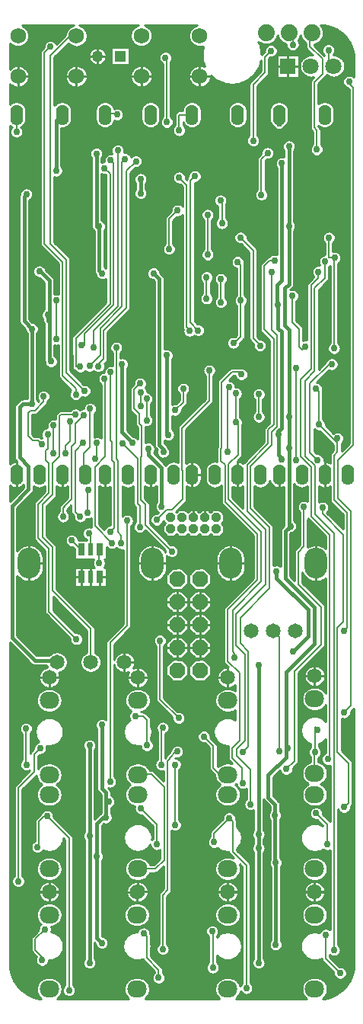
<source format=gbl>
G04 DipTrace 3.2.0.1*
G04 PlancksII_rohm.GBL*
%MOIN*%
G04 #@! TF.FileFunction,Copper,L2,Bot*
G04 #@! TF.Part,Single*
%AMOUTLINE6*
4,1,8,
0.014159,0.034184,
0.034184,0.014159,
0.034184,-0.014159,
0.014159,-0.034184,
-0.014159,-0.034184,
-0.034184,-0.014159,
-0.034184,0.014159,
-0.014159,0.034184,
0.014159,0.034184,
0*%
%AMOUTLINE7*
4,1,8,
-0.020325,0.008419,
-0.008419,0.020325,
0.008419,0.020325,
0.020325,0.008419,
0.020325,-0.008419,
0.008419,-0.020325,
-0.008419,-0.020325,
-0.020325,-0.008419,
-0.020325,0.008419,
0*%
G04 #@! TA.AperFunction,Conductor*
%ADD13C,0.015*%
G04 #@! TA.AperFunction,CopperBalancing*
%ADD14C,0.01*%
G04 #@! TA.AperFunction,Conductor*
%ADD15C,0.007*%
G04 #@! TA.AperFunction,CopperBalancing*
%ADD16C,0.009*%
G04 #@! TA.AperFunction,ComponentPad*
%ADD21C,0.069*%
%ADD29C,0.065*%
%ADD30O,0.1X0.135*%
%ADD39O,0.085X0.075*%
%ADD40C,0.074*%
%ADD43R,0.031496X0.057087*%
%ADD44R,0.023622X0.057087*%
G04 #@! TA.AperFunction,ComponentPad*
%ADD45C,0.05*%
%ADD46R,0.05X0.05*%
%ADD48C,0.070866*%
%ADD49R,0.070866X0.070866*%
%ADD54O,0.055X0.09*%
G04 #@! TA.AperFunction,ViaPad*
%ADD57C,0.03*%
G04 #@! TA.AperFunction,ComponentPad*
%ADD123OUTLINE6*%
%ADD124OUTLINE7*%
%FSLAX26Y26*%
G04*
G70*
G90*
G75*
G01*
G04 Bottom*
%LPD*%
X545002Y3596227D2*
D13*
X548049D1*
X587776Y3556500D1*
Y3381500D1*
Y3210249D1*
X596025Y3202000D1*
X581525Y3406000D2*
Y3381500D1*
X587776D1*
X1080432Y2567408D2*
Y2735593D1*
X1022025Y2794000D1*
Y2821000D1*
X906903Y3190106D2*
Y2891986D1*
X953025Y2845864D1*
X987776Y3937749D2*
Y4000249D1*
X619025Y4036178D2*
Y4256337D1*
X644090Y4281402D1*
X512174Y3017461D2*
Y3344483D1*
X477940Y3378717D1*
Y3923915D1*
X488025Y3934000D1*
X1102853Y3229172D2*
Y2887172D1*
X1109025Y2881000D1*
X512174Y3017461D2*
X472577D1*
X457304Y3002188D1*
Y2782722D1*
X497025Y2743000D1*
Y2641718D1*
X425025Y2569718D1*
Y1993000D1*
X524025Y1894000D1*
X613317D1*
X621388Y1885929D1*
X704025Y3058000D2*
D15*
Y3082000D1*
X645246Y3140780D1*
Y3637684D1*
X566025Y3716904D1*
Y4552000D1*
X593025Y4579000D1*
X1481025Y4168000D2*
Y4414000D1*
X1532025Y4465000D1*
Y4534000D1*
X1559025Y4561000D1*
X1760025Y4129000D2*
Y4213000D1*
X1748025Y4225000D1*
Y4423000D1*
X1784025Y4459000D1*
Y4525000D1*
X1730025Y4579000D1*
Y4631000D1*
X1738025Y4639000D1*
X1174485Y3082840D2*
Y3024459D1*
X1139025Y2989000D1*
X618508Y3300020D2*
Y3469000D1*
X988531Y3005269D2*
Y3065218D1*
X1014351Y3039163D2*
Y2944000D1*
X706527Y4626332D2*
X679357D1*
X593025Y4540000D1*
Y3715514D1*
X661537Y3647003D1*
Y3154488D1*
X743025Y3073000D1*
X1511025Y3271000D2*
Y3274000D1*
X1481025Y3304000D1*
Y3688251D1*
X1425276Y3744000D1*
X1835025Y3259251D2*
Y3657930D1*
X1812776D1*
Y3744000D1*
X1835025Y3657930D2*
X1837956Y3655000D1*
X1652703Y3489139D2*
Y3373013D1*
X1681613Y3344102D1*
Y3267243D1*
X1695500Y3253356D1*
X1709518Y3267373D1*
X1394025Y3283000D2*
X1400025D1*
X1427025Y3310000D1*
Y3468593D1*
X1425276D1*
Y3625249D1*
X1412776Y3637749D1*
X580578Y2883852D2*
Y2821332D1*
X573739Y2814493D1*
Y2771286D1*
X587042Y2757983D1*
Y2626827D1*
X537941Y2577726D1*
Y2430860D1*
X587042Y2381759D1*
Y2106983D1*
X707025Y1987000D1*
X1073025Y1981000D2*
Y1723000D1*
X1154025Y1642000D1*
X1281525Y3669000D2*
Y3844000D1*
X1112775Y3694000D2*
Y3825248D1*
X1150276Y3862749D1*
X1277025Y3476999D2*
Y3571000D1*
X884025Y4282000D2*
Y4285000D1*
X835149D1*
X831550Y4281402D1*
X1212759D2*
X1157025D1*
Y4213000D1*
X1594025Y4244000D2*
Y4281346D1*
X1593970Y4281402D1*
X881525Y3262749D2*
Y2775500D1*
X890025Y2767000D1*
Y2455000D1*
X903741Y2441285D1*
Y2405833D1*
X856186Y3155892D2*
Y2857840D1*
X862776Y2851249D1*
Y2770249D1*
X872025Y2761000D1*
Y2473000D1*
X857025Y2458000D1*
X829857Y3126273D2*
X833025D1*
Y2785000D1*
X788025Y2740000D1*
Y2482000D1*
X863025Y2407000D1*
X985973Y3105978D2*
X959025Y3079030D1*
Y2995000D1*
X981712Y2972314D1*
Y2929551D1*
X992025Y2919238D1*
Y2785000D1*
X989025Y2782000D1*
Y2596000D1*
X1010025Y2575000D1*
Y2485000D1*
X1124025Y2371000D1*
X737025Y2845000D2*
X701025Y2809000D1*
Y2544882D1*
X722783Y2523125D1*
X723338Y3179409D2*
X704951D1*
Y3234075D1*
X704310Y3234715D1*
Y3304285D1*
X854025Y3454000D1*
Y4024000D1*
X830025Y4048000D1*
X730272Y3273675D2*
X742141D1*
Y3323365D1*
X869025Y3450249D1*
Y4069249D1*
X856525Y4081749D1*
X764006Y3181736D2*
X810624Y3228354D1*
Y3348098D1*
X906525Y3444000D1*
Y4075500D1*
X919025Y4088000D1*
X781525Y3262749D2*
Y3337749D1*
X887776Y3444000D1*
Y4125500D1*
X803376Y3180814D2*
Y3190849D1*
X825276Y3212749D1*
Y3337749D1*
X925276Y3437749D1*
Y4035251D1*
X968025Y4078000D1*
X647893Y2523399D2*
Y2560098D1*
X653794Y2566000D1*
X653025D1*
X686025Y2599000D1*
Y2830000D1*
X701025Y2845000D1*
Y2929000D1*
X740025Y2968000D1*
X755002Y2540501D2*
Y2637976D1*
X758025Y2641000D1*
X788025Y2776000D2*
X797025Y2785000D1*
Y2845000D1*
X1374714Y3089761D2*
Y3086189D1*
X1370025Y3081500D1*
Y2806000D1*
X678123Y2939230D2*
Y2852097D1*
X659025Y2833000D1*
Y2800000D1*
X1405570Y2935000D2*
Y3061852D1*
X1400025Y1906000D2*
Y1924000D1*
X1391025Y1933000D1*
Y2113000D1*
X1517025Y2239000D1*
Y2455000D1*
X1373025Y2599000D1*
Y2752000D1*
X1415025Y2794000D1*
Y2925545D1*
X1405570Y2935000D1*
X1344025Y3806500D2*
Y3900251D1*
X1337776Y3906500D1*
X1799025Y694000D2*
Y589000D1*
X1862025Y526000D1*
X1595025Y1498000D2*
Y1997724D1*
X1569025Y2023724D1*
X444025Y4206500D2*
Y4281337D1*
X444090Y4281402D1*
X1505882Y2959857D2*
Y3058348D1*
X1574025Y3643000D2*
X1553025D1*
X1529025Y3619000D1*
Y3342677D1*
X1570469Y3301234D1*
Y2926660D1*
X1547025Y2903217D1*
Y2842000D1*
X1454025Y2749000D1*
Y2548000D1*
X1535025Y2467000D1*
Y2227000D1*
X1406025Y2098000D1*
Y1960000D1*
X1445025Y1921000D1*
Y1543000D1*
X1409025Y1507000D1*
Y1477000D1*
X1469025Y1417000D1*
Y1264000D1*
X1850025Y2866000D2*
Y2845000D1*
X1769025Y2926000D1*
Y3070000D1*
X1757025Y3082000D1*
X1850025Y2845000D2*
Y2806000D1*
X1835025Y2791000D1*
Y2596000D1*
X1892025Y2539000D1*
Y2035000D1*
X1880025Y2023000D1*
X1451025Y460000D2*
Y997000D1*
X1391025Y1057000D1*
Y1189000D1*
X1376025Y1204000D1*
X1310025Y1099000D2*
Y1138000D1*
X1376025Y1204000D1*
X1079025Y1438000D2*
Y1594000D1*
X1085025Y1600000D1*
X452025Y928000D2*
Y1336000D1*
X521025Y1405000D1*
Y1483000D1*
X548025Y1510000D1*
X1796025Y3640000D2*
Y3568000D1*
X1749818Y3521793D1*
Y3158793D1*
X1709025Y3118000D1*
Y2788000D1*
X1751025Y2746000D1*
Y2533000D1*
X1835025Y2449000D1*
Y627071D1*
X1016025Y1522000D2*
Y1633000D1*
X998025Y1651000D1*
X965025D1*
X1304025Y550000D2*
Y706000D1*
X1301025Y709000D1*
X1766025Y3594000D2*
Y3568000D1*
X1734048Y3536022D1*
Y3170022D1*
X1688025Y3124000D1*
Y2788000D1*
X1736025Y2740000D1*
Y2524000D1*
X1817025Y2443000D1*
Y1471000D1*
X1808025Y1462000D1*
X1139025Y1438000D2*
Y1174000D1*
X1103025Y4249000D2*
Y4525000D1*
X1097025Y4531000D1*
X577895Y1212749D2*
X565775D1*
X542025Y1189000D1*
Y1084000D1*
X536025Y1078000D1*
X674025Y451000D2*
Y1116619D1*
X577895Y1212749D1*
X1340025Y3460930D2*
Y3562749D1*
X486569Y1595543D2*
Y1439457D1*
X488025Y1438000D1*
X1085025Y631000D2*
Y868000D1*
X1106025Y889000D1*
Y1453000D1*
X1115025Y1462000D1*
Y1468000D1*
X1142025Y1495000D1*
X1148025D1*
X1436025Y1492000D2*
X1460025Y1516000D1*
Y1933000D1*
X1424025Y1969000D1*
Y2080000D1*
X1553025Y2209000D1*
Y2476000D1*
X1469025Y2560000D1*
Y2743000D1*
X1562025Y2836000D1*
Y2894744D1*
X1584734Y2917453D1*
Y3316720D1*
X1562025Y3339429D1*
Y3594000D1*
X1517025Y3931000D2*
Y4087000D1*
X1544025Y4114000D1*
X557025Y583000D2*
Y598000D1*
X527025Y628000D1*
Y676000D1*
X569025Y718000D1*
X1240385Y3338193D2*
X1206525Y3372052D1*
Y3993999D1*
X1225276Y4012749D1*
X1202209Y3335499D2*
Y3339772D1*
X1190025Y3351955D1*
Y3973000D1*
X1156525Y4006500D1*
X1638025Y4639000D2*
X1655025Y4622000D1*
Y4588000D1*
X1811025Y4564000D2*
Y4516499D1*
X1833775Y4493749D1*
X1750276Y1400249D2*
Y1405749D1*
X1748025Y1408000D1*
Y1489000D1*
X1751025Y1492000D1*
Y1603000D1*
X1763025Y1591000D1*
X1067025Y505000D2*
Y541000D1*
X1016025Y592000D1*
Y685000D1*
X1001025Y700000D1*
X769025Y2379039D2*
Y2442217D1*
X761550Y2449692D1*
X806025Y2320000D2*
Y2374701D1*
X810364Y2379039D1*
X1369025Y1394000D2*
X1336025D1*
X1307025Y1423000D1*
Y1519000D1*
X1265025Y1561000D1*
X1826025Y3190000D2*
X1814025D1*
X1730025Y3106000D1*
Y2803000D1*
X1763025Y2770000D1*
X1784025Y2563000D2*
Y2536000D1*
X1877025Y2443000D1*
Y2062000D1*
X1850025Y2035000D1*
Y1492000D1*
X1898025Y1444000D1*
Y1270000D1*
X1880025Y1252000D1*
X1430025Y3145000D2*
Y3157000D1*
X1389624D1*
X1343025Y3110402D1*
Y2824000D1*
X1340025Y2821000D1*
Y2767000D1*
X1358025Y2749000D1*
Y2587000D1*
X1499025Y2446000D1*
Y2245000D1*
X1370025Y2116000D1*
Y1891000D1*
X1421025Y1840000D1*
Y1543000D1*
X1388025Y1510000D1*
Y1468000D1*
X1433025Y1423000D1*
Y1354000D1*
X1436025Y1357000D1*
X1667850Y3174244D2*
Y2770000D1*
X1703025Y2566000D2*
Y2392000D1*
X1679025Y2368000D1*
Y2227000D1*
X1778025Y2128000D1*
Y1963000D1*
X1661025Y1846000D1*
Y1453000D1*
X1626525Y1418500D1*
X1289025Y3163000D2*
Y3031000D1*
X1169025Y2911000D1*
Y2725000D1*
X1172025Y2722000D1*
Y2599000D1*
X1127025Y2554000D1*
X1103226D1*
X1057987Y2508761D1*
X928746Y2505142D2*
Y2046720D1*
X854025Y1972000D1*
Y1363000D1*
X1901025Y4426000D2*
Y4417000D1*
X1919025Y4399000D1*
Y2836000D1*
X1853025Y2770000D1*
Y2602000D1*
X1910025Y2545000D1*
Y1696000D1*
X1880025Y1666000D1*
X727687Y2379039D2*
X725986D1*
X686025Y2419000D1*
X975275Y982000D2*
X1052025D1*
X1091025Y1021000D1*
Y1339000D1*
X1034025Y1396000D1*
X977276D1*
X975276Y1394000D1*
X606906Y2801259D2*
Y2922745D1*
X767025Y2995000D2*
Y2827000D1*
X740025Y2800000D1*
Y2702534D1*
X744090Y2706598D1*
X703054Y2969882D2*
X639907D1*
X632025Y2962000D1*
Y2785000D1*
X602025Y2755000D1*
Y2619517D1*
X558465Y2575957D1*
Y2432824D1*
X602025Y2389264D1*
Y2200000D1*
X770025Y2032000D1*
Y1886929D1*
X769025Y1885929D1*
X984136Y2477990D2*
Y2570890D1*
X974025Y2581000D1*
Y2776000D1*
X908025Y2842000D1*
X555260Y2838429D2*
X537495Y2856194D1*
X515355D1*
X494710Y2876839D1*
Y2974972D1*
X506378Y2986640D1*
X524629D1*
X563025Y3025037D1*
Y3049000D1*
X1805025Y1090000D2*
Y1177000D1*
X1757025Y1225000D1*
X1058025Y1090000D2*
Y1177000D1*
X989025Y1246000D1*
X1644025Y2481500D2*
D13*
X1637776D1*
Y2823249D1*
Y2958500D1*
Y3339756D1*
X1618974Y3358558D1*
Y3522387D1*
X1637776Y3541189D1*
Y3794000D1*
Y4144000D1*
X794025Y4111500D2*
Y3794000D1*
X806525D1*
Y3600249D1*
X819025Y3587749D1*
X1088025Y2806000D2*
Y2818000D1*
X1070025Y2836000D1*
Y3561749D1*
X1044025Y3587749D1*
X836025Y1206500D2*
Y1276000D1*
Y1315000D1*
X818025Y1333000D1*
Y1612000D1*
X848025Y1276000D2*
X836025D1*
Y1206500D2*
X823525D1*
X797025Y1180000D1*
Y1035657D1*
Y679000D1*
X818025Y658000D1*
X1580025Y650249D2*
Y1009000D1*
X1577025D1*
Y1216000D1*
Y1264000D1*
X1547025Y1294000D1*
Y1393000D1*
X1625025Y1471000D1*
Y1510000D1*
Y1843000D1*
X1748025Y1966000D1*
Y2128000D1*
X1622025Y2254000D1*
Y2459500D1*
X1644025Y2481500D1*
X1631025Y1510000D2*
X1625025D1*
X1607025Y2773000D2*
Y2779000D1*
X1592025Y2794000D1*
Y2883500D1*
X1589025D1*
Y2896000D1*
X1604025Y2911000D1*
Y3332549D1*
X1588902Y3347672D1*
Y3450249D1*
X1586041D1*
Y3535650D1*
X1606713Y3556322D1*
Y4069000D1*
X764025Y1522000D2*
Y1126000D1*
Y571000D1*
X1505025Y1873000D2*
Y1132000D1*
Y1072000D1*
Y571000D1*
X1583025Y2284000D2*
Y2254000D1*
X1721025Y2116000D1*
Y1999000D1*
X1655025Y1933000D1*
D57*
X545002Y3596227D3*
X596025Y3202000D3*
X581525Y3406000D3*
X1080432Y2567408D3*
X1022025Y2821000D3*
X906903Y3190106D3*
X953025Y2845864D3*
X987776Y3937749D3*
Y4000249D3*
X619025Y4036178D3*
X512174Y3017461D3*
X488025Y3934000D3*
X512174Y3344483D3*
X1109025Y2881000D3*
X1102853Y3229172D3*
X1109025Y2881000D3*
X512174Y3017461D3*
X704025Y3058000D3*
X593025Y4579000D3*
X1481025Y4168000D3*
X1559025Y4561000D3*
X1760025Y4129000D3*
X1174485Y3082840D3*
X1139025Y2989000D3*
D3*
X618508Y3300020D3*
Y3469000D3*
X988531Y3005269D3*
Y3065218D3*
X1014351Y3039163D3*
Y2944000D3*
X743025Y3073000D3*
X1511025Y3271000D3*
X1425276Y3744000D3*
D3*
X1835025Y3259251D3*
X1812776Y3744000D3*
X1837956Y3655000D3*
X1652703Y3489139D3*
X1709518Y3267373D3*
X1394025Y3283000D3*
X1412776Y3637749D3*
X1427025Y3468593D3*
X580578Y2883852D3*
X707025Y1987000D3*
X1073025Y1981000D3*
X1154025Y1642000D3*
X1281525Y3669000D3*
Y3844000D3*
X1112775Y3694000D3*
X1150276Y3862749D3*
D3*
X1277025Y3476999D3*
Y3571000D3*
X884025Y4282000D3*
X1157025Y4213000D3*
X1594025Y4244000D3*
X881525Y3262749D3*
X903741Y2405833D3*
X856186Y3155892D3*
X857025Y2458000D3*
X829857Y3126273D3*
X863025Y2407000D3*
X985973Y3105978D3*
X1124025Y2371000D3*
X737025Y2845000D3*
X722783Y2523125D3*
X723338Y3179409D3*
X830025Y4048000D3*
X730272Y3273675D3*
X856525Y4081749D3*
X764006Y3181736D3*
X919025Y4088000D3*
X781525Y3262749D3*
X887776Y4125500D3*
X803376Y3180814D3*
X968025Y4078000D3*
X647893Y2523399D3*
X740025Y2968000D3*
X755002Y2540501D3*
X758025Y2641000D3*
X788025Y2776000D3*
X797025Y2845000D3*
X1374714Y3089761D3*
X1370025Y2806000D3*
X678123Y2939230D3*
X659025Y2800000D3*
X1405570Y2935000D3*
Y3061852D3*
X1400025Y1906000D3*
X1405570Y2935000D3*
X1344025Y3806500D3*
X1337776Y3906500D3*
X1799025Y694000D3*
X1862025Y526000D3*
X1595025Y1498000D3*
X444025Y4206500D3*
X1505882Y2959857D3*
Y3058348D3*
D3*
X1574025Y3643000D3*
X1469025Y1264000D3*
X1850025Y2866000D3*
X1769025Y2926000D3*
X1757025Y3082000D3*
D3*
X1769025Y2926000D3*
X1880025Y2023000D3*
X1451025Y460000D3*
X1376025Y1204000D3*
D3*
X1310025Y1099000D3*
X1079025Y1438000D3*
X1085025Y1600000D3*
D3*
D3*
X452025Y928000D3*
X548025Y1510000D3*
X1796025Y3640000D3*
X1835025Y627071D3*
X1016025Y1522000D3*
X965025Y1651000D3*
X1304025Y550000D3*
X1301025Y709000D3*
X1766025Y3594000D3*
X1808025Y1462000D3*
X1139025Y1438000D3*
Y1174000D3*
D3*
X1103025Y4249000D3*
X1097025Y4531000D3*
X536025Y1078000D3*
X577895Y1212749D3*
X674025Y451000D3*
X577895Y1212749D3*
X1340025Y3460930D3*
Y3562749D3*
X486569Y1595543D3*
X488025Y1438000D3*
X1085025Y631000D3*
X1148025Y1495000D3*
X1436025Y1492000D3*
X1562025Y3594000D3*
X1517025Y3931000D3*
X1544025Y4114000D3*
X557025Y583000D3*
X569025Y718000D3*
X1240385Y3338193D3*
X1225276Y4012749D3*
X1202209Y3335499D3*
X1156525Y4006500D3*
X1655025Y4588000D3*
X1811025Y4564000D3*
X1751025Y1492000D3*
X1763025Y1591000D3*
X1067025Y505000D3*
X1001025Y700000D3*
X761550Y2449692D3*
X806025Y2320000D3*
X1265025Y1561000D3*
X1826025Y3190000D3*
X1763025Y2770000D3*
X1784025Y2563000D3*
X1880025Y1252000D3*
X1430025Y3145000D3*
X1436025Y1357000D3*
X1667850Y3174244D3*
Y2770000D3*
X1703025Y2566000D3*
X1626525Y1418500D3*
X1289025Y3163000D3*
X1057987Y2508761D3*
X928746Y2505142D3*
X854025Y1363000D3*
X1901025Y4426000D3*
X1880025Y1666000D3*
X686025Y2419000D3*
X606906Y2801259D3*
Y2922745D3*
X767025Y2995000D3*
X703054Y2969882D3*
X984136Y2477990D3*
X908025Y2842000D3*
X555260Y2838429D3*
X563025Y3049000D3*
X1805025Y1090000D3*
X1757025Y1225000D3*
X1058025Y1090000D3*
X989025Y1246000D3*
X1637776Y2958500D3*
X1644025Y2481500D3*
X1637776Y3794000D3*
Y4144000D3*
X794025Y4111500D3*
X806525Y3794000D3*
X819025Y3587749D3*
X1088025Y2806000D3*
X1044025Y3587749D3*
X1637776Y2823249D3*
X836025Y1206500D3*
X818025Y1612000D3*
X848025Y1276000D3*
X818025Y658000D3*
X836025Y1206500D3*
X1580025Y650249D3*
X1577025Y1216000D3*
X1644025Y2481500D3*
X1631025Y1510000D3*
X797025Y1035657D3*
X1580025Y1009000D3*
X1607025Y2773000D3*
X1592025Y2883500D3*
X1588902Y3450249D3*
X1606713Y4069000D3*
X1592025Y2883500D3*
X764025Y1522000D3*
Y1126000D3*
Y571000D3*
X1505025Y1873000D3*
Y1132000D3*
Y571000D3*
Y1072000D3*
X764025Y1126000D3*
X1583025Y2284000D3*
X1655025Y1933000D3*
X1262025Y2647000D3*
X1580025Y2623000D3*
X1307025Y2983000D3*
X1685025Y2623000D3*
X560025Y2641000D3*
X653205Y2636131D3*
X840960Y2509898D3*
X833853Y2638303D3*
X720649Y2182786D3*
X767241Y2185573D3*
X812638Y2184777D3*
X524031Y2951336D3*
X1195712Y3170909D3*
X1143584Y3237055D3*
X1542369Y2987766D3*
X1021878Y3656753D3*
X1102119Y3375912D3*
X1196025Y1114000D3*
X869025Y994000D3*
X1586025Y1312000D3*
X884025Y1468000D3*
X1295025Y2878000D3*
X1487025Y2845000D3*
X821025Y3529000D3*
X737025Y3862000D3*
X1148025Y748000D3*
X599025Y544000D3*
X1613025Y1138000D3*
X1364025Y3325000D3*
X827025Y3838000D3*
X929025Y3385000D3*
X953025Y3310000D3*
X878025Y3307000D3*
X1100025Y2770000D3*
X797025Y2956000D3*
X671025Y3040000D3*
X767025Y3106000D3*
X998025Y3172000D3*
X427636Y3114071D3*
X1037025Y2860000D3*
X1076025Y3658000D3*
X481529Y4664631D2*
D16*
X676094D1*
X736957D2*
X959805D1*
X1022355D2*
X1216270D1*
X1782855D2*
X1823946D1*
X490160Y4655762D2*
X667253D1*
X745799D2*
X951298D1*
X1030846D2*
X1207569D1*
X1786951D2*
X1844073D1*
X495434Y4646894D2*
X661856D1*
X751195D2*
X946094D1*
X1036049D2*
X1202243D1*
X1789166D2*
X1856993D1*
X498510Y4638025D2*
X658710D1*
X754359D2*
X943089D1*
X1039055D2*
X1199132D1*
X1789781D2*
X1869157D1*
X499775Y4629156D2*
X656723D1*
X755713D2*
X941858D1*
X1040285D2*
X1197831D1*
X1788832D2*
X1877893D1*
X499406Y4620287D2*
X647864D1*
X755414D2*
X942280D1*
X1039863D2*
X1198182D1*
X1786213D2*
X1886647D1*
X497332Y4611419D2*
X638987D1*
X753428D2*
X944389D1*
X1037754D2*
X1200204D1*
X1581656D2*
X1594393D1*
X1681658D2*
X1694395D1*
X1781660D2*
X1892923D1*
X493342Y4602550D2*
X575442D1*
X610605D2*
X630128D1*
X749543D2*
X948450D1*
X1033693D2*
X1204159D1*
X1574396D2*
X1601653D1*
X1680850D2*
X1701655D1*
X1774400D2*
X1898864D1*
X486768Y4593681D2*
X567286D1*
X743092D2*
X955130D1*
X1027031D2*
X1210680D1*
X1508162D2*
X1514044D1*
X1562004D2*
X1614046D1*
X1684225D2*
X1711762D1*
X1762008D2*
X1904331D1*
X415436Y4584812D2*
X425589D1*
X475553D2*
X563858D1*
X663287D2*
X680823D1*
X732228D2*
X966538D1*
X1015605D2*
X1221755D1*
X1511467D2*
X1541817D1*
X1576225D2*
X1625436D1*
X1684611D2*
X1711762D1*
X1749668D2*
X1790126D1*
X1831916D2*
X1908093D1*
X415436Y4575944D2*
X563436D1*
X654428D2*
X792444D1*
X805600D2*
X859259D1*
X938789D2*
X1260989D1*
X1514051D2*
X1533432D1*
X1584609D2*
X1627897D1*
X1682150D2*
X1712044D1*
X1758527D2*
X1783850D1*
X1838191D2*
X1911872D1*
X415453Y4567075D2*
X555649D1*
X645551D2*
X772915D1*
X825129D2*
X859259D1*
X938789D2*
X1259073D1*
X1515984D2*
X1529917D1*
X1588143D2*
X1634243D1*
X1675805D2*
X1716509D1*
X1767404D2*
X1781425D1*
X1840617D2*
X1915159D1*
X415453Y4558206D2*
X548917D1*
X636674D2*
X765233D1*
X832811D2*
X859259D1*
X938789D2*
X1086491D1*
X1107557D2*
X1257772D1*
X1517268D2*
X1529407D1*
X1588652D2*
X1725368D1*
X1776264D2*
X1781846D1*
X1840195D2*
X1917075D1*
X415453Y4549337D2*
X547757D1*
X627814D2*
X761120D1*
X836941D2*
X859259D1*
X938789D2*
X1073835D1*
X1120213D2*
X1257104D1*
X1586332D2*
X1734245D1*
X1836785D2*
X1918991D1*
X415453Y4540469D2*
X547757D1*
X618937D2*
X759380D1*
X838664D2*
X859259D1*
X938789D2*
X1068860D1*
X1125187D2*
X1257034D1*
X1683961D2*
X1717159D1*
X1850391D2*
X1920626D1*
X415471Y4531600D2*
X547757D1*
X611291D2*
X759714D1*
X838330D2*
X859259D1*
X938789D2*
X1067278D1*
X1126787D2*
X1257596D1*
X1555078D2*
X1583583D1*
X1683961D2*
X1701303D1*
X1866246D2*
X1920626D1*
X415471Y4522731D2*
X547757D1*
X611291D2*
X762175D1*
X835869D2*
X859259D1*
X938789D2*
X1068473D1*
X1125574D2*
X1258757D1*
X1550279D2*
X1583583D1*
X1683961D2*
X1693007D1*
X1874543D2*
X1920626D1*
X415471Y4513862D2*
X547757D1*
X611291D2*
X767290D1*
X830771D2*
X859259D1*
X938789D2*
X1072903D1*
X1121285D2*
X1260550D1*
X1550279D2*
X1583583D1*
X1879676D2*
X1920626D1*
X415471Y4504993D2*
X547757D1*
X611291D2*
X776835D1*
X821227D2*
X859259D1*
X938789D2*
X1083608D1*
X1121285D2*
X1263011D1*
X1550279D2*
X1583583D1*
X1882664D2*
X1920626D1*
X415488Y4496125D2*
X438157D1*
X463090D2*
X547757D1*
X611291D2*
X694059D1*
X718992D2*
X977682D1*
X1004549D2*
X1084768D1*
X1121285D2*
X1233585D1*
X1260451D2*
X1266157D1*
X1508900D2*
X1513762D1*
X1550279D2*
X1583583D1*
X1883912D2*
X1920626D1*
X481318Y4487256D2*
X547757D1*
X611291D2*
X675831D1*
X737221D2*
X960104D1*
X1022127D2*
X1084768D1*
X1121285D2*
X1216007D1*
X1504980D2*
X1513762D1*
X1550279D2*
X1583583D1*
X1883543D2*
X1920626D1*
X490055Y4478387D2*
X547757D1*
X611291D2*
X667094D1*
X745957D2*
X951491D1*
X1030740D2*
X1084768D1*
X1121285D2*
X1207411D1*
X1500217D2*
X1513762D1*
X1550279D2*
X1583583D1*
X1881521D2*
X1920626D1*
X495398Y4469518D2*
X547757D1*
X611291D2*
X661751D1*
X751301D2*
X946235D1*
X1035996D2*
X1084768D1*
X1121285D2*
X1202137D1*
X1494521D2*
X1511091D1*
X1550279D2*
X1583583D1*
X1683961D2*
X1689948D1*
X1877602D2*
X1920626D1*
X498492Y4460650D2*
X547757D1*
X611291D2*
X658657D1*
X754412D2*
X943177D1*
X1039055D2*
X1084768D1*
X1121285D2*
X1199096D1*
X1487701D2*
X1502231D1*
X1549734D2*
X1583583D1*
X1683961D2*
X1696346D1*
X1871203D2*
X1920626D1*
X499811Y4451781D2*
X547757D1*
X611291D2*
X657339D1*
X755713D2*
X941911D1*
X1040320D2*
X1084768D1*
X1121285D2*
X1197831D1*
X1479527D2*
X1493354D1*
X1544250D2*
X1583583D1*
X1683961D2*
X1707016D1*
X1800715D2*
X1807018D1*
X1860533D2*
X1887157D1*
X1914902D2*
X1920641D1*
X499477Y4442912D2*
X547757D1*
X611291D2*
X657673D1*
X755379D2*
X942298D1*
X1039934D2*
X1084768D1*
X1121285D2*
X1198200D1*
X1295853D2*
X1305479D1*
X1469578D2*
X1484495D1*
X1535391D2*
X1742489D1*
X1793385D2*
X1876733D1*
X497455Y4434043D2*
X547757D1*
X611291D2*
X659694D1*
X753357D2*
X944372D1*
X1037877D2*
X1084768D1*
X1121285D2*
X1200274D1*
X1293779D2*
X1317960D1*
X1457080D2*
X1475618D1*
X1526514D2*
X1733735D1*
X1784525D2*
X1872409D1*
X493518Y4425175D2*
X547757D1*
X611291D2*
X663632D1*
X749420D2*
X948380D1*
X1033869D2*
X1084768D1*
X1121285D2*
X1204282D1*
X1289771D2*
X1334817D1*
X1440240D2*
X1466846D1*
X1517654D2*
X1729903D1*
X1775648D2*
X1871284D1*
X486996Y4416306D2*
X547757D1*
X611291D2*
X670153D1*
X742898D2*
X954971D1*
X1027260D2*
X1084768D1*
X1121285D2*
X1210874D1*
X1283180D2*
X1364296D1*
X1410744D2*
X1462927D1*
X1508777D2*
X1729762D1*
X1766789D2*
X1872936D1*
X415523Y4407437D2*
X425272D1*
X475957D2*
X547757D1*
X611291D2*
X681192D1*
X731859D2*
X966221D1*
X1016027D2*
X1084768D1*
X1121285D2*
X1222124D1*
X1271930D2*
X1462768D1*
X1499918D2*
X1729762D1*
X1766279D2*
X1878034D1*
X415523Y4398568D2*
X547757D1*
X611291D2*
X1084768D1*
X1121285D2*
X1462768D1*
X1499285D2*
X1729762D1*
X1766279D2*
X1891165D1*
X415541Y4389699D2*
X547757D1*
X611291D2*
X1084768D1*
X1121285D2*
X1462768D1*
X1499285D2*
X1729762D1*
X1766279D2*
X1900762D1*
X415541Y4380831D2*
X547757D1*
X611291D2*
X1084768D1*
X1121285D2*
X1462768D1*
X1499285D2*
X1729762D1*
X1766279D2*
X1900762D1*
X415541Y4371962D2*
X547757D1*
X611291D2*
X1084768D1*
X1121285D2*
X1462768D1*
X1499285D2*
X1729762D1*
X1766279D2*
X1900762D1*
X415541Y4363093D2*
X547757D1*
X611291D2*
X1084768D1*
X1121285D2*
X1462768D1*
X1499285D2*
X1729762D1*
X1766279D2*
X1900762D1*
X415559Y4354224D2*
X547757D1*
X611291D2*
X1084768D1*
X1121285D2*
X1462768D1*
X1499285D2*
X1729762D1*
X1766279D2*
X1900762D1*
X415559Y4345356D2*
X547757D1*
X611291D2*
X1084768D1*
X1121285D2*
X1462768D1*
X1499285D2*
X1729762D1*
X1766279D2*
X1900762D1*
X415559Y4336487D2*
X425923D1*
X462246D2*
X547757D1*
X611291D2*
X625927D1*
X662250D2*
X813380D1*
X849721D2*
X1013384D1*
X1049707D2*
X1084768D1*
X1121285D2*
X1194596D1*
X1230920D2*
X1394600D1*
X1430924D2*
X1462768D1*
X1499285D2*
X1575813D1*
X1612137D2*
X1729762D1*
X1766279D2*
X1775800D1*
X1812141D2*
X1900762D1*
X474762Y4327618D2*
X547757D1*
X674748D2*
X800882D1*
X862219D2*
X1000886D1*
X1062223D2*
X1084768D1*
X1121285D2*
X1182098D1*
X1243418D2*
X1382085D1*
X1443422D2*
X1462768D1*
X1499285D2*
X1563298D1*
X1624635D2*
X1729762D1*
X1824639D2*
X1900762D1*
X481283Y4318749D2*
X547757D1*
X681269D2*
X794360D1*
X868740D2*
X994364D1*
X1068744D2*
X1084768D1*
X1121285D2*
X1175577D1*
X1249939D2*
X1375581D1*
X1449943D2*
X1462768D1*
X1499285D2*
X1556776D1*
X1631156D2*
X1729762D1*
X1831160D2*
X1900762D1*
X484869Y4309881D2*
X547757D1*
X684873D2*
X790774D1*
X892383D2*
X990778D1*
X1072330D2*
X1084768D1*
X1121285D2*
X1171991D1*
X1253543D2*
X1371977D1*
X1453529D2*
X1462768D1*
X1499285D2*
X1553190D1*
X1634742D2*
X1729762D1*
X1834746D2*
X1900762D1*
X486293Y4301012D2*
X547757D1*
X686297D2*
X789350D1*
X906639D2*
X989337D1*
X1073754D2*
X1084768D1*
X1121285D2*
X1170550D1*
X1254967D2*
X1370553D1*
X1454971D2*
X1462768D1*
X1499285D2*
X1551766D1*
X1636184D2*
X1729762D1*
X1836170D2*
X1900762D1*
X486346Y4292143D2*
X547757D1*
X686350D2*
X789298D1*
X911947D2*
X989284D1*
X1073807D2*
X1084768D1*
X1121285D2*
X1142495D1*
X1255019D2*
X1370501D1*
X1455023D2*
X1462768D1*
X1499285D2*
X1551714D1*
X1636236D2*
X1729762D1*
X1836223D2*
X1900762D1*
X486346Y4283274D2*
X547757D1*
X686350D2*
X789298D1*
X913758D2*
X989284D1*
X1073807D2*
X1084768D1*
X1121285D2*
X1138874D1*
X1255019D2*
X1370501D1*
X1455023D2*
X1462768D1*
X1499285D2*
X1551714D1*
X1636236D2*
X1729762D1*
X1836223D2*
X1900762D1*
X486346Y4274406D2*
X547757D1*
X686350D2*
X789298D1*
X912773D2*
X989284D1*
X1073807D2*
X1084768D1*
X1121285D2*
X1138768D1*
X1255019D2*
X1370501D1*
X1455023D2*
X1462768D1*
X1499285D2*
X1551714D1*
X1636236D2*
X1729762D1*
X1836223D2*
X1900762D1*
X486346Y4265537D2*
X547757D1*
X686350D2*
X789298D1*
X908625D2*
X989284D1*
X1073807D2*
X1078481D1*
X1127578D2*
X1138768D1*
X1255019D2*
X1370501D1*
X1455023D2*
X1462768D1*
X1499285D2*
X1551714D1*
X1636236D2*
X1729762D1*
X1836223D2*
X1900762D1*
X485713Y4256668D2*
X547757D1*
X685717D2*
X789930D1*
X898746D2*
X989934D1*
X1131744D2*
X1138768D1*
X1254387D2*
X1371134D1*
X1454373D2*
X1462768D1*
X1499285D2*
X1552346D1*
X1635586D2*
X1729762D1*
X1835590D2*
X1900762D1*
X483094Y4247799D2*
X547757D1*
X683080D2*
X792550D1*
X870551D2*
X992553D1*
X1132764D2*
X1138768D1*
X1251750D2*
X1373770D1*
X1451754D2*
X1462768D1*
X1499285D2*
X1554966D1*
X1632967D2*
X1729762D1*
X1832971D2*
X1900762D1*
X477961Y4238930D2*
X547757D1*
X677965D2*
X797682D1*
X865418D2*
X997686D1*
X1065422D2*
X1075083D1*
X1130971D2*
X1138768D1*
X1246635D2*
X1378886D1*
X1446639D2*
X1462768D1*
X1499285D2*
X1560098D1*
X1627834D2*
X1729762D1*
X1827838D2*
X1900762D1*
X468768Y4230062D2*
X547757D1*
X668771D2*
X806876D1*
X856225D2*
X1006862D1*
X1056228D2*
X1080356D1*
X1125697D2*
X1132844D1*
X1181209D2*
X1188075D1*
X1237441D2*
X1388079D1*
X1437445D2*
X1462768D1*
X1499285D2*
X1567850D1*
X1620205D2*
X1729762D1*
X1818644D2*
X1900762D1*
X469769Y4221193D2*
X547757D1*
X641279D2*
X1094401D1*
X1111652D2*
X1128450D1*
X1185603D2*
X1462768D1*
X1499285D2*
X1575444D1*
X1612611D2*
X1730184D1*
X1776228D2*
X1900762D1*
X473197Y4212324D2*
X547757D1*
X641279D2*
X1127272D1*
X1186781D2*
X1462768D1*
X1499285D2*
X1735247D1*
X1778285D2*
X1900762D1*
X473619Y4203455D2*
X547757D1*
X641279D2*
X1128889D1*
X1185164D2*
X1462768D1*
X1499285D2*
X1741768D1*
X1778285D2*
X1900762D1*
X471211Y4194587D2*
X547757D1*
X641279D2*
X1133899D1*
X1180154D2*
X1462768D1*
X1499285D2*
X1741768D1*
X1778285D2*
X1900762D1*
X415629Y4185718D2*
X423093D1*
X464953D2*
X547757D1*
X641279D2*
X1146714D1*
X1167340D2*
X1457337D1*
X1504699D2*
X1741768D1*
X1778285D2*
X1900762D1*
X415646Y4176849D2*
X547757D1*
X641279D2*
X1452661D1*
X1509393D2*
X1741768D1*
X1778285D2*
X1900762D1*
X415646Y4167980D2*
X547757D1*
X641279D2*
X1451272D1*
X1510781D2*
X1620813D1*
X1654728D2*
X1741768D1*
X1778285D2*
X1900762D1*
X415646Y4159112D2*
X547757D1*
X641279D2*
X1452661D1*
X1509375D2*
X1612288D1*
X1663271D2*
X1741768D1*
X1778285D2*
X1900762D1*
X415646Y4150243D2*
X547757D1*
X641279D2*
X872020D1*
X903527D2*
X1457372D1*
X1504682D2*
X1608702D1*
X1666857D2*
X1739589D1*
X1780465D2*
X1900762D1*
X415646Y4141374D2*
X547757D1*
X641279D2*
X862774D1*
X912773D2*
X1468991D1*
X1493062D2*
X1533977D1*
X1554059D2*
X1608139D1*
X1667420D2*
X1733050D1*
X1787004D2*
X1900762D1*
X415664Y4132505D2*
X547757D1*
X641279D2*
X773337D1*
X814723D2*
X858872D1*
X916676D2*
X1520987D1*
X1567066D2*
X1610407D1*
X1665152D2*
X1730483D1*
X1789570D2*
X1900762D1*
X415664Y4123636D2*
X547757D1*
X641279D2*
X766938D1*
X821103D2*
X858081D1*
X917484D2*
X1515925D1*
X1572129D2*
X1615522D1*
X1660037D2*
X1730764D1*
X1789289D2*
X1900762D1*
X415664Y4114768D2*
X547757D1*
X641279D2*
X764460D1*
X823600D2*
X860085D1*
X930721D2*
X1514272D1*
X1573781D2*
X1615522D1*
X1660037D2*
X1734016D1*
X1786037D2*
X1900762D1*
X415664Y4105899D2*
X547757D1*
X641279D2*
X764811D1*
X823230D2*
X839817D1*
X942568D2*
X959735D1*
X976318D2*
X1510475D1*
X1572621D2*
X1615522D1*
X1660037D2*
X1741821D1*
X1778232D2*
X1900762D1*
X415682Y4097030D2*
X547757D1*
X641279D2*
X768151D1*
X819891D2*
X831151D1*
X990627D2*
X1501950D1*
X1568262D2*
X1598946D1*
X1660037D2*
X1900762D1*
X415682Y4088161D2*
X547757D1*
X641279D2*
X771772D1*
X816287D2*
X827495D1*
X995936D2*
X1498803D1*
X1557785D2*
X1584233D1*
X1660037D2*
X1900762D1*
X415682Y4079293D2*
X547757D1*
X641279D2*
X771772D1*
X816287D2*
X826862D1*
X997764D2*
X1498768D1*
X1535285D2*
X1578854D1*
X1660037D2*
X1900762D1*
X415682Y4070424D2*
X547757D1*
X641279D2*
X771772D1*
X996779D2*
X1498768D1*
X1535285D2*
X1576991D1*
X1660037D2*
X1900762D1*
X415699Y4061555D2*
X547757D1*
X641279D2*
X771772D1*
X992648D2*
X1498768D1*
X1535285D2*
X1577923D1*
X1660037D2*
X1900762D1*
X415699Y4052686D2*
X547757D1*
X643600D2*
X771772D1*
X982787D2*
X1498768D1*
X1535285D2*
X1582001D1*
X1660037D2*
X1900762D1*
X415699Y4043818D2*
X547757D1*
X647748D2*
X771772D1*
X959303D2*
X1498768D1*
X1535285D2*
X1584462D1*
X1660037D2*
X1900762D1*
X415699Y4034949D2*
X547757D1*
X648768D2*
X771772D1*
X950426D2*
X1150774D1*
X1162277D2*
X1205934D1*
X1244613D2*
X1498768D1*
X1535285D2*
X1584462D1*
X1660037D2*
X1900762D1*
X415717Y4026080D2*
X547757D1*
X646957D2*
X771772D1*
X943535D2*
X974009D1*
X1001543D2*
X1134427D1*
X1178625D2*
X1198780D1*
X1251768D2*
X1498768D1*
X1535285D2*
X1584462D1*
X1660037D2*
X1900762D1*
X415717Y4017211D2*
X547757D1*
X641684D2*
X771772D1*
X816287D2*
X835370D1*
X943535D2*
X963532D1*
X1012019D2*
X1128819D1*
X1184232D2*
X1195862D1*
X1254686D2*
X1498768D1*
X1535285D2*
X1584462D1*
X1660037D2*
X1900762D1*
X415717Y4008343D2*
X547757D1*
X627551D2*
X771772D1*
X816287D2*
X835757D1*
X943535D2*
X959173D1*
X1016379D2*
X1126833D1*
X1186219D2*
X1195423D1*
X1254703D2*
X1498768D1*
X1535285D2*
X1584462D1*
X1660037D2*
X1900762D1*
X415717Y3999474D2*
X547757D1*
X611291D2*
X771772D1*
X816287D2*
X835757D1*
X943535D2*
X958030D1*
X1017521D2*
X1127641D1*
X1251803D2*
X1498768D1*
X1535285D2*
X1584462D1*
X1660037D2*
X1900762D1*
X415734Y3990605D2*
X547757D1*
X611291D2*
X771772D1*
X816287D2*
X835757D1*
X943535D2*
X959682D1*
X1015869D2*
X1131544D1*
X1244684D2*
X1498768D1*
X1535285D2*
X1584462D1*
X1660037D2*
X1900762D1*
X415734Y3981736D2*
X547757D1*
X611291D2*
X771772D1*
X816287D2*
X835757D1*
X943535D2*
X964745D1*
X1010824D2*
X1140807D1*
X1224785D2*
X1498768D1*
X1535285D2*
X1584462D1*
X1660037D2*
X1900762D1*
X415734Y3972867D2*
X547757D1*
X611291D2*
X771772D1*
X816287D2*
X835757D1*
X943535D2*
X965518D1*
X1010033D2*
X1164714D1*
X1224785D2*
X1498768D1*
X1535285D2*
X1584462D1*
X1660037D2*
X1900762D1*
X415734Y3963999D2*
X547757D1*
X611291D2*
X771772D1*
X816287D2*
X835757D1*
X943535D2*
X965518D1*
X1010033D2*
X1171762D1*
X1224785D2*
X1498768D1*
X1535285D2*
X1584462D1*
X1660037D2*
X1900762D1*
X415752Y3955130D2*
X467460D1*
X508582D2*
X547757D1*
X611291D2*
X771772D1*
X816287D2*
X835757D1*
X943535D2*
X963831D1*
X1011721D2*
X1171762D1*
X1224785D2*
X1498768D1*
X1535285D2*
X1584462D1*
X1660037D2*
X1900762D1*
X415752Y3946261D2*
X460991D1*
X515051D2*
X547757D1*
X611291D2*
X771772D1*
X816287D2*
X835757D1*
X943535D2*
X959296D1*
X1016256D2*
X1171762D1*
X1224785D2*
X1491632D1*
X1542422D2*
X1584462D1*
X1660037D2*
X1900762D1*
X415752Y3937392D2*
X458460D1*
X517582D2*
X547757D1*
X611291D2*
X771772D1*
X816287D2*
X835757D1*
X943535D2*
X958012D1*
X1017539D2*
X1171762D1*
X1224785D2*
X1487975D1*
X1546061D2*
X1584462D1*
X1660037D2*
X1900762D1*
X415752Y3928524D2*
X456175D1*
X517266D2*
X547757D1*
X611291D2*
X771772D1*
X816287D2*
X835757D1*
X943535D2*
X959524D1*
X1016027D2*
X1171762D1*
X1224785D2*
X1318223D1*
X1357324D2*
X1487378D1*
X1546676D2*
X1584462D1*
X1660037D2*
X1900762D1*
X415769Y3919655D2*
X455682D1*
X513961D2*
X547757D1*
X611291D2*
X771772D1*
X816287D2*
X835757D1*
X943535D2*
X964393D1*
X1011158D2*
X1171762D1*
X1224785D2*
X1311192D1*
X1364355D2*
X1489593D1*
X1544461D2*
X1584462D1*
X1660037D2*
X1900762D1*
X415769Y3910786D2*
X455682D1*
X506068D2*
X547757D1*
X611291D2*
X771772D1*
X816287D2*
X835757D1*
X943535D2*
X976593D1*
X998959D2*
X1171762D1*
X1224785D2*
X1308344D1*
X1367221D2*
X1495534D1*
X1538519D2*
X1584462D1*
X1660037D2*
X1900762D1*
X415769Y3901917D2*
X455682D1*
X500197D2*
X547757D1*
X611291D2*
X771772D1*
X816287D2*
X835757D1*
X943535D2*
X1171762D1*
X1224785D2*
X1308380D1*
X1367168D2*
X1584462D1*
X1660037D2*
X1900762D1*
X415769Y3893049D2*
X455682D1*
X500197D2*
X547757D1*
X611291D2*
X771772D1*
X816287D2*
X835757D1*
X943535D2*
X1171762D1*
X1224785D2*
X1311350D1*
X1364215D2*
X1584462D1*
X1660037D2*
X1900762D1*
X415787Y3884180D2*
X455682D1*
X500197D2*
X547757D1*
X611291D2*
X771772D1*
X816287D2*
X835757D1*
X943535D2*
X1130050D1*
X1224785D2*
X1318575D1*
X1362281D2*
X1584462D1*
X1660037D2*
X1900762D1*
X415787Y3875311D2*
X455682D1*
X500197D2*
X547757D1*
X611291D2*
X771772D1*
X816287D2*
X835757D1*
X943535D2*
X1123387D1*
X1224785D2*
X1325764D1*
X1362281D2*
X1584462D1*
X1660037D2*
X1900762D1*
X415787Y3866442D2*
X455682D1*
X500197D2*
X547757D1*
X611291D2*
X771772D1*
X816287D2*
X835757D1*
X943535D2*
X1120751D1*
X1224785D2*
X1262483D1*
X1300564D2*
X1325764D1*
X1362281D2*
X1584462D1*
X1660037D2*
X1900762D1*
X415787Y3857573D2*
X455682D1*
X500197D2*
X547757D1*
X611291D2*
X771772D1*
X816287D2*
X835757D1*
X943535D2*
X1119643D1*
X1224785D2*
X1255153D1*
X1307894D2*
X1325764D1*
X1362281D2*
X1584462D1*
X1660037D2*
X1900762D1*
X415805Y3848705D2*
X455682D1*
X500197D2*
X547757D1*
X611291D2*
X771772D1*
X816287D2*
X835757D1*
X943535D2*
X1110784D1*
X1224785D2*
X1252147D1*
X1310900D2*
X1325764D1*
X1362281D2*
X1584462D1*
X1660037D2*
X1900762D1*
X415805Y3839836D2*
X455682D1*
X500197D2*
X547757D1*
X611291D2*
X771772D1*
X816287D2*
X835757D1*
X943535D2*
X1101907D1*
X1224785D2*
X1252059D1*
X1310988D2*
X1325764D1*
X1362281D2*
X1584462D1*
X1660037D2*
X1900762D1*
X415805Y3830967D2*
X455682D1*
X500197D2*
X547757D1*
X611291D2*
X771772D1*
X816287D2*
X835757D1*
X943535D2*
X1095491D1*
X1143943D2*
X1171762D1*
X1224785D2*
X1254872D1*
X1308176D2*
X1325764D1*
X1362281D2*
X1584462D1*
X1660037D2*
X1900762D1*
X415805Y3822098D2*
X455682D1*
X500197D2*
X547757D1*
X611291D2*
X771772D1*
X816287D2*
X835757D1*
X943535D2*
X1094507D1*
X1135084D2*
X1171762D1*
X1224785D2*
X1261833D1*
X1301215D2*
X1318839D1*
X1369207D2*
X1584462D1*
X1660037D2*
X1900762D1*
X415822Y3813230D2*
X455682D1*
X500197D2*
X547757D1*
X611291D2*
X771772D1*
X828943D2*
X835757D1*
X943535D2*
X1094507D1*
X1131041D2*
X1171762D1*
X1224785D2*
X1263257D1*
X1299791D2*
X1315059D1*
X1372986D2*
X1584462D1*
X1660195D2*
X1900762D1*
X415822Y3804361D2*
X455682D1*
X500197D2*
X547757D1*
X611291D2*
X771772D1*
X943535D2*
X1094507D1*
X1131041D2*
X1171762D1*
X1224785D2*
X1263257D1*
X1299791D2*
X1314339D1*
X1373707D2*
X1584462D1*
X1665609D2*
X1900762D1*
X415822Y3795492D2*
X455682D1*
X500197D2*
X547757D1*
X611291D2*
X771772D1*
X943535D2*
X1094507D1*
X1131041D2*
X1171762D1*
X1224785D2*
X1263257D1*
X1299791D2*
X1316448D1*
X1371598D2*
X1584462D1*
X1667490D2*
X1900762D1*
X415822Y3786623D2*
X455682D1*
X500197D2*
X547757D1*
X611291D2*
X773073D1*
X943535D2*
X1094507D1*
X1131041D2*
X1171762D1*
X1224785D2*
X1263257D1*
X1299791D2*
X1322196D1*
X1365850D2*
X1584462D1*
X1666576D2*
X1900762D1*
X415840Y3777755D2*
X455682D1*
X500197D2*
X547757D1*
X611291D2*
X779261D1*
X943535D2*
X1094507D1*
X1131041D2*
X1171762D1*
X1224785D2*
X1263257D1*
X1299791D2*
X1340548D1*
X1347498D2*
X1584462D1*
X1662533D2*
X1900762D1*
X415840Y3768886D2*
X455682D1*
X500197D2*
X547757D1*
X611291D2*
X784270D1*
X828785D2*
X835757D1*
X943535D2*
X1094507D1*
X1131041D2*
X1171762D1*
X1224785D2*
X1263257D1*
X1299791D2*
X1409753D1*
X1440785D2*
X1584462D1*
X1660037D2*
X1797262D1*
X1828295D2*
X1900762D1*
X415840Y3760017D2*
X455682D1*
X500197D2*
X547757D1*
X611291D2*
X784270D1*
X828785D2*
X835757D1*
X943535D2*
X1094507D1*
X1131041D2*
X1171762D1*
X1224785D2*
X1263257D1*
X1299791D2*
X1400366D1*
X1450189D2*
X1584462D1*
X1660037D2*
X1787876D1*
X1837682D2*
X1900762D1*
X415840Y3751148D2*
X455682D1*
X500197D2*
X547757D1*
X611291D2*
X784270D1*
X828785D2*
X835757D1*
X943535D2*
X1094507D1*
X1131041D2*
X1171762D1*
X1224785D2*
X1263257D1*
X1299791D2*
X1396411D1*
X1454144D2*
X1584462D1*
X1660037D2*
X1783921D1*
X1841637D2*
X1900762D1*
X415857Y3742280D2*
X455682D1*
X500197D2*
X547757D1*
X611291D2*
X784270D1*
X828785D2*
X835757D1*
X943535D2*
X1094507D1*
X1131041D2*
X1171762D1*
X1224785D2*
X1263257D1*
X1299791D2*
X1395567D1*
X1454988D2*
X1584462D1*
X1660037D2*
X1783059D1*
X1842480D2*
X1900762D1*
X415857Y3733411D2*
X455682D1*
X500197D2*
X547757D1*
X611291D2*
X784270D1*
X828785D2*
X835757D1*
X943535D2*
X1094507D1*
X1131041D2*
X1171762D1*
X1224785D2*
X1263257D1*
X1299791D2*
X1397536D1*
X1461316D2*
X1584462D1*
X1660037D2*
X1785028D1*
X1840529D2*
X1900762D1*
X415857Y3724542D2*
X455682D1*
X500197D2*
X547757D1*
X611291D2*
X784270D1*
X828785D2*
X835757D1*
X943535D2*
X1094507D1*
X1131041D2*
X1171762D1*
X1224785D2*
X1263257D1*
X1299791D2*
X1403055D1*
X1470193D2*
X1584462D1*
X1660037D2*
X1790565D1*
X1834992D2*
X1900762D1*
X415857Y3715673D2*
X455682D1*
X500197D2*
X547809D1*
X618322D2*
X784270D1*
X828785D2*
X835757D1*
X943535D2*
X1092819D1*
X1132728D2*
X1171762D1*
X1224785D2*
X1263257D1*
X1299791D2*
X1418858D1*
X1479053D2*
X1584462D1*
X1660037D2*
X1794520D1*
X1831037D2*
X1900762D1*
X415875Y3706804D2*
X455682D1*
X500197D2*
X551009D1*
X627182D2*
X784270D1*
X828785D2*
X835757D1*
X943535D2*
X1086016D1*
X1139531D2*
X1171762D1*
X1224785D2*
X1263257D1*
X1299791D2*
X1437016D1*
X1487930D2*
X1584462D1*
X1660037D2*
X1794520D1*
X1831037D2*
X1900762D1*
X415875Y3697936D2*
X455682D1*
X500197D2*
X559552D1*
X636059D2*
X784270D1*
X828785D2*
X835757D1*
X943535D2*
X1083292D1*
X1142273D2*
X1171762D1*
X1224785D2*
X1263257D1*
X1299791D2*
X1445893D1*
X1496332D2*
X1584462D1*
X1660037D2*
X1794520D1*
X1831037D2*
X1900762D1*
X415875Y3689067D2*
X455682D1*
X500197D2*
X568411D1*
X644918D2*
X784270D1*
X828785D2*
X835757D1*
X943535D2*
X1083432D1*
X1142115D2*
X1171762D1*
X1224785D2*
X1259882D1*
X1303166D2*
X1454753D1*
X1499268D2*
X1584462D1*
X1660037D2*
X1794520D1*
X1831037D2*
X1900762D1*
X415875Y3680198D2*
X455682D1*
X500197D2*
X577288D1*
X653795D2*
X784270D1*
X828785D2*
X835757D1*
X943535D2*
X1086526D1*
X1139021D2*
X1171762D1*
X1224785D2*
X1254028D1*
X1309019D2*
X1462768D1*
X1499285D2*
X1584462D1*
X1660037D2*
X1794520D1*
X1852922D2*
X1900762D1*
X415893Y3671329D2*
X455682D1*
X500197D2*
X586147D1*
X662654D2*
X784270D1*
X828785D2*
X835757D1*
X943535D2*
X1094014D1*
X1131533D2*
X1171762D1*
X1224785D2*
X1251866D1*
X1311199D2*
X1462768D1*
X1499285D2*
X1567622D1*
X1660037D2*
X1794520D1*
X1862660D2*
X1900762D1*
X415893Y3662461D2*
X455682D1*
X500197D2*
X595024D1*
X671531D2*
X784270D1*
X828785D2*
X835757D1*
X943535D2*
X1171762D1*
X1224785D2*
X1252516D1*
X1310531D2*
X1396973D1*
X1428586D2*
X1462768D1*
X1499285D2*
X1551819D1*
X1660037D2*
X1776995D1*
X1866738D2*
X1900762D1*
X415893Y3653592D2*
X455682D1*
X500197D2*
X603884D1*
X678492D2*
X784270D1*
X828785D2*
X835757D1*
X943535D2*
X1171762D1*
X1224785D2*
X1256225D1*
X1306822D2*
X1387745D1*
X1437797D2*
X1462768D1*
X1499285D2*
X1538161D1*
X1660037D2*
X1769665D1*
X1867687D2*
X1900762D1*
X415893Y3644723D2*
X455682D1*
X500197D2*
X612761D1*
X679793D2*
X784270D1*
X828785D2*
X835757D1*
X943535D2*
X1171762D1*
X1224785D2*
X1265014D1*
X1298033D2*
X1383878D1*
X1441682D2*
X1462768D1*
X1499285D2*
X1529302D1*
X1660037D2*
X1766659D1*
X1865824D2*
X1900762D1*
X415910Y3635854D2*
X455682D1*
X500197D2*
X621620D1*
X679793D2*
X784270D1*
X828785D2*
X835757D1*
X943535D2*
X1171762D1*
X1224785D2*
X1383087D1*
X1442473D2*
X1462768D1*
X1499285D2*
X1520425D1*
X1660037D2*
X1766571D1*
X1860445D2*
X1900762D1*
X415910Y3626986D2*
X455682D1*
X500197D2*
X626981D1*
X679793D2*
X784270D1*
X828785D2*
X835757D1*
X943535D2*
X1171762D1*
X1224785D2*
X1385091D1*
X1443457D2*
X1462768D1*
X1499285D2*
X1512708D1*
X1660037D2*
X1769366D1*
X1853291D2*
X1900762D1*
X415910Y3618117D2*
X455682D1*
X500197D2*
X525292D1*
X564709D2*
X626981D1*
X679793D2*
X784270D1*
X828785D2*
X835757D1*
X943535D2*
X1171762D1*
X1224785D2*
X1390716D1*
X1443545D2*
X1462768D1*
X1499285D2*
X1510757D1*
X1660037D2*
X1749274D1*
X1853291D2*
X1900762D1*
X415910Y3609248D2*
X455682D1*
X500197D2*
X518348D1*
X571652D2*
X626981D1*
X679793D2*
X784270D1*
X943535D2*
X1023878D1*
X1064174D2*
X1171762D1*
X1224785D2*
X1407011D1*
X1443545D2*
X1462768D1*
X1499285D2*
X1510757D1*
X1660037D2*
X1740626D1*
X1853291D2*
X1900762D1*
X415928Y3600379D2*
X455682D1*
X500197D2*
X515536D1*
X575010D2*
X626981D1*
X679793D2*
X784270D1*
X943535D2*
X1017180D1*
X1070871D2*
X1171762D1*
X1224785D2*
X1407011D1*
X1443545D2*
X1462768D1*
X1499285D2*
X1510757D1*
X1660037D2*
X1736987D1*
X1853291D2*
X1900762D1*
X415928Y3591510D2*
X455682D1*
X500197D2*
X515624D1*
X583869D2*
X626981D1*
X679793D2*
X786134D1*
X943535D2*
X1014509D1*
X1073543D2*
X1171762D1*
X1224785D2*
X1255821D1*
X1298227D2*
X1336733D1*
X1343304D2*
X1407011D1*
X1443545D2*
X1462768D1*
X1499285D2*
X1510757D1*
X1660037D2*
X1736372D1*
X1853291D2*
X1900762D1*
X415928Y3582642D2*
X455682D1*
X500197D2*
X518647D1*
X592746D2*
X626981D1*
X679793D2*
X789719D1*
X943535D2*
X1014719D1*
X1080240D2*
X1171762D1*
X1224785D2*
X1249721D1*
X1304326D2*
X1318223D1*
X1361842D2*
X1407011D1*
X1443545D2*
X1462768D1*
X1499285D2*
X1510757D1*
X1660037D2*
X1738587D1*
X1853291D2*
X1900762D1*
X415928Y3573773D2*
X455682D1*
X500197D2*
X525977D1*
X601605D2*
X626981D1*
X679793D2*
X792884D1*
X943535D2*
X1017884D1*
X1088572D2*
X1171762D1*
X1224785D2*
X1247401D1*
X1306646D2*
X1312443D1*
X1367590D2*
X1407011D1*
X1443545D2*
X1462768D1*
X1499285D2*
X1510757D1*
X1660037D2*
X1744546D1*
X1853291D2*
X1900762D1*
X415945Y3564904D2*
X455682D1*
X500197D2*
X548266D1*
X608320D2*
X626981D1*
X679793D2*
X800495D1*
X943535D2*
X1025495D1*
X1092053D2*
X1171762D1*
X1224785D2*
X1247911D1*
X1369699D2*
X1407011D1*
X1443545D2*
X1462768D1*
X1499285D2*
X1510757D1*
X1660037D2*
X1737479D1*
X1853291D2*
X1900762D1*
X415945Y3556035D2*
X455682D1*
X500197D2*
X557126D1*
X610043D2*
X626981D1*
X679793D2*
X835757D1*
X943535D2*
X1044637D1*
X1092281D2*
X1171762D1*
X1224785D2*
X1251444D1*
X1302603D2*
X1311052D1*
X1368996D2*
X1407011D1*
X1443545D2*
X1462768D1*
X1499285D2*
X1510757D1*
X1660037D2*
X1728602D1*
X1809504D2*
X1816757D1*
X1853291D2*
X1900762D1*
X415945Y3547167D2*
X455682D1*
X500197D2*
X565511D1*
X610043D2*
X626981D1*
X679793D2*
X835757D1*
X943535D2*
X1047766D1*
X1092281D2*
X1171762D1*
X1224785D2*
X1258757D1*
X1295291D2*
X1314831D1*
X1365217D2*
X1407011D1*
X1443545D2*
X1462768D1*
X1499285D2*
X1510757D1*
X1660037D2*
X1719831D1*
X1800644D2*
X1816757D1*
X1853291D2*
X1900762D1*
X415945Y3538298D2*
X455682D1*
X500197D2*
X565511D1*
X610043D2*
X626981D1*
X679793D2*
X835757D1*
X943535D2*
X1047766D1*
X1092281D2*
X1171762D1*
X1224785D2*
X1258757D1*
X1295291D2*
X1321757D1*
X1358291D2*
X1407011D1*
X1443545D2*
X1462768D1*
X1499285D2*
X1510757D1*
X1659844D2*
X1715946D1*
X1791768D2*
X1816757D1*
X1853291D2*
X1900762D1*
X415963Y3529429D2*
X455682D1*
X500197D2*
X565511D1*
X610043D2*
X626981D1*
X679793D2*
X835757D1*
X943535D2*
X1047766D1*
X1092281D2*
X1171762D1*
X1224785D2*
X1258757D1*
X1295291D2*
X1321757D1*
X1358291D2*
X1407011D1*
X1443545D2*
X1462768D1*
X1499285D2*
X1510757D1*
X1656504D2*
X1715788D1*
X1782908D2*
X1816757D1*
X1853291D2*
X1900762D1*
X415963Y3520560D2*
X455682D1*
X500197D2*
X565511D1*
X610043D2*
X626981D1*
X679793D2*
X835757D1*
X943535D2*
X1047766D1*
X1092281D2*
X1171762D1*
X1224785D2*
X1258757D1*
X1295291D2*
X1321757D1*
X1358291D2*
X1407011D1*
X1443545D2*
X1462768D1*
X1499285D2*
X1510757D1*
X1648260D2*
X1715788D1*
X1774031D2*
X1816757D1*
X1853291D2*
X1900762D1*
X415963Y3511692D2*
X455682D1*
X500197D2*
X565511D1*
X610043D2*
X626981D1*
X679793D2*
X835757D1*
X943535D2*
X1047766D1*
X1092281D2*
X1171762D1*
X1224785D2*
X1258757D1*
X1295291D2*
X1321757D1*
X1358291D2*
X1407011D1*
X1443545D2*
X1462768D1*
X1499285D2*
X1510757D1*
X1671603D2*
X1715788D1*
X1768072D2*
X1816757D1*
X1853291D2*
X1900762D1*
X415963Y3502823D2*
X455682D1*
X500197D2*
X565511D1*
X610043D2*
X626981D1*
X679793D2*
X835757D1*
X943535D2*
X1047766D1*
X1092281D2*
X1171762D1*
X1224785D2*
X1258757D1*
X1295291D2*
X1321757D1*
X1358291D2*
X1407011D1*
X1443545D2*
X1462768D1*
X1499285D2*
X1510757D1*
X1679004D2*
X1715788D1*
X1768072D2*
X1816757D1*
X1853291D2*
X1900762D1*
X415980Y3493954D2*
X455682D1*
X500197D2*
X565511D1*
X679793D2*
X835757D1*
X943535D2*
X1047766D1*
X1092281D2*
X1171762D1*
X1224785D2*
X1252780D1*
X1301285D2*
X1321757D1*
X1358291D2*
X1407011D1*
X1443545D2*
X1462768D1*
X1499285D2*
X1510757D1*
X1682062D2*
X1715788D1*
X1768072D2*
X1816757D1*
X1853291D2*
X1900762D1*
X415980Y3485085D2*
X455682D1*
X500197D2*
X565511D1*
X679793D2*
X835757D1*
X943535D2*
X1047766D1*
X1092281D2*
X1171762D1*
X1224785D2*
X1248421D1*
X1305627D2*
X1321757D1*
X1358291D2*
X1402440D1*
X1451613D2*
X1462768D1*
X1499285D2*
X1510757D1*
X1682168D2*
X1715788D1*
X1768072D2*
X1816757D1*
X1853291D2*
X1900762D1*
X415980Y3476217D2*
X455682D1*
X500197D2*
X565511D1*
X679793D2*
X835757D1*
X943535D2*
X1047766D1*
X1092281D2*
X1171762D1*
X1224785D2*
X1247278D1*
X1306769D2*
X1314637D1*
X1365410D2*
X1398292D1*
X1455762D2*
X1462768D1*
X1499285D2*
X1510757D1*
X1679408D2*
X1715788D1*
X1768072D2*
X1816757D1*
X1853291D2*
X1900762D1*
X415980Y3467348D2*
X455682D1*
X500197D2*
X565511D1*
X679793D2*
X835757D1*
X943535D2*
X1047766D1*
X1092281D2*
X1171762D1*
X1224785D2*
X1248930D1*
X1305117D2*
X1310981D1*
X1369066D2*
X1397290D1*
X1456764D2*
X1462768D1*
X1499285D2*
X1510757D1*
X1672518D2*
X1715788D1*
X1768072D2*
X1816757D1*
X1853291D2*
X1900762D1*
X415998Y3458479D2*
X455682D1*
X500197D2*
X565511D1*
X679793D2*
X833050D1*
X943535D2*
X1047766D1*
X1092281D2*
X1171762D1*
X1224785D2*
X1253993D1*
X1300055D2*
X1310366D1*
X1369682D2*
X1399100D1*
X1454953D2*
X1462768D1*
X1499285D2*
X1510757D1*
X1670971D2*
X1715788D1*
X1768072D2*
X1816757D1*
X1853291D2*
X1900762D1*
X415998Y3449610D2*
X455682D1*
X500197D2*
X565511D1*
X679793D2*
X824190D1*
X943535D2*
X1047766D1*
X1092281D2*
X1171762D1*
X1224785D2*
X1267036D1*
X1287029D2*
X1312581D1*
X1367467D2*
X1404391D1*
X1449662D2*
X1462768D1*
X1499285D2*
X1510757D1*
X1670971D2*
X1715788D1*
X1768072D2*
X1816757D1*
X1853291D2*
X1900762D1*
X415998Y3440741D2*
X455682D1*
X500197D2*
X565511D1*
X679793D2*
X815313D1*
X943535D2*
X1047766D1*
X1092281D2*
X1171762D1*
X1224785D2*
X1318505D1*
X1361543D2*
X1408768D1*
X1445285D2*
X1462768D1*
X1499285D2*
X1510757D1*
X1670971D2*
X1715788D1*
X1768072D2*
X1816757D1*
X1853291D2*
X1900762D1*
X415998Y3431873D2*
X455682D1*
X500197D2*
X565511D1*
X679793D2*
X806454D1*
X942516D2*
X1047766D1*
X1092281D2*
X1171762D1*
X1224785D2*
X1408768D1*
X1445285D2*
X1462768D1*
X1499285D2*
X1510757D1*
X1670971D2*
X1715788D1*
X1768072D2*
X1816757D1*
X1853291D2*
X1900762D1*
X416016Y3423004D2*
X455682D1*
X500197D2*
X557302D1*
X679793D2*
X797577D1*
X935977D2*
X1047766D1*
X1092281D2*
X1171762D1*
X1224785D2*
X1408768D1*
X1445285D2*
X1462768D1*
X1499285D2*
X1510757D1*
X1670971D2*
X1715788D1*
X1768072D2*
X1816757D1*
X1853291D2*
X1900762D1*
X416016Y3414135D2*
X455682D1*
X500197D2*
X552942D1*
X679793D2*
X788718D1*
X927117D2*
X1047766D1*
X1092281D2*
X1171762D1*
X1224785D2*
X1408768D1*
X1445285D2*
X1462768D1*
X1499285D2*
X1510757D1*
X1670971D2*
X1715788D1*
X1768072D2*
X1816757D1*
X1853291D2*
X1900762D1*
X416016Y3405266D2*
X455682D1*
X500197D2*
X551782D1*
X679793D2*
X779841D1*
X918240D2*
X1047766D1*
X1092281D2*
X1171762D1*
X1224785D2*
X1408768D1*
X1445285D2*
X1462768D1*
X1499285D2*
X1510757D1*
X1670971D2*
X1715788D1*
X1768072D2*
X1816757D1*
X1853291D2*
X1900762D1*
X416016Y3396398D2*
X455682D1*
X500197D2*
X553417D1*
X679793D2*
X770964D1*
X909381D2*
X1047766D1*
X1092281D2*
X1171762D1*
X1224785D2*
X1408768D1*
X1445285D2*
X1462768D1*
X1499285D2*
X1510757D1*
X1670971D2*
X1715788D1*
X1768072D2*
X1816757D1*
X1853291D2*
X1900762D1*
X416033Y3387529D2*
X455682D1*
X500232D2*
X558444D1*
X679793D2*
X762104D1*
X900504D2*
X1047766D1*
X1092281D2*
X1171762D1*
X1224785D2*
X1408768D1*
X1445285D2*
X1462768D1*
X1499285D2*
X1510757D1*
X1670971D2*
X1715788D1*
X1768072D2*
X1816757D1*
X1853291D2*
X1900762D1*
X416033Y3378660D2*
X455682D1*
X509109D2*
X559464D1*
X679793D2*
X753227D1*
X891644D2*
X1047766D1*
X1092281D2*
X1171762D1*
X1225365D2*
X1408768D1*
X1445285D2*
X1462768D1*
X1499285D2*
X1510757D1*
X1672500D2*
X1715788D1*
X1768072D2*
X1816757D1*
X1853291D2*
X1900762D1*
X416033Y3369791D2*
X457634D1*
X526951D2*
X562768D1*
X679793D2*
X744368D1*
X882768D2*
X1047766D1*
X1092281D2*
X1171762D1*
X1234242D2*
X1408768D1*
X1445285D2*
X1462768D1*
X1499285D2*
X1510757D1*
X1681377D2*
X1715788D1*
X1768072D2*
X1816757D1*
X1853291D2*
X1900762D1*
X416033Y3360923D2*
X464630D1*
X536795D2*
X565511D1*
X679793D2*
X735491D1*
X873908D2*
X1047766D1*
X1092281D2*
X1171762D1*
X1259062D2*
X1408768D1*
X1445285D2*
X1462768D1*
X1499285D2*
X1510757D1*
X1690236D2*
X1715788D1*
X1768072D2*
X1816757D1*
X1853291D2*
X1900762D1*
X416051Y3352054D2*
X473489D1*
X540926D2*
X565511D1*
X679793D2*
X726632D1*
X865031D2*
X1047766D1*
X1092281D2*
X1171762D1*
X1266603D2*
X1408768D1*
X1445285D2*
X1462768D1*
X1499285D2*
X1510757D1*
X1697953D2*
X1715788D1*
X1768072D2*
X1816757D1*
X1853291D2*
X1900762D1*
X416051Y3343185D2*
X482366D1*
X541910D2*
X565511D1*
X679793D2*
X717755D1*
X856154D2*
X1047766D1*
X1092281D2*
X1173485D1*
X1269715D2*
X1408768D1*
X1445285D2*
X1462768D1*
X1499285D2*
X1510757D1*
X1699869D2*
X1715788D1*
X1768072D2*
X1816757D1*
X1853291D2*
X1900762D1*
X416051Y3334316D2*
X484264D1*
X540082D2*
X565511D1*
X679793D2*
X708895D1*
X847295D2*
X1047766D1*
X1092281D2*
X1172466D1*
X1269891D2*
X1408768D1*
X1445285D2*
X1462768D1*
X1499285D2*
X1512919D1*
X1699869D2*
X1715788D1*
X1768072D2*
X1816757D1*
X1853291D2*
X1900762D1*
X416051Y3325448D2*
X489573D1*
X534773D2*
X565511D1*
X679793D2*
X700018D1*
X843533D2*
X1047766D1*
X1092281D2*
X1174259D1*
X1267184D2*
X1408768D1*
X1445285D2*
X1462768D1*
X1499285D2*
X1520811D1*
X1699869D2*
X1715788D1*
X1768072D2*
X1816757D1*
X1853291D2*
X1900762D1*
X416068Y3316579D2*
X489907D1*
X534439D2*
X565511D1*
X679793D2*
X691159D1*
X843533D2*
X1047766D1*
X1092281D2*
X1179514D1*
X1260416D2*
X1408153D1*
X1445285D2*
X1462768D1*
X1499285D2*
X1529671D1*
X1699869D2*
X1715788D1*
X1768072D2*
X1816757D1*
X1853291D2*
X1900762D1*
X416068Y3307710D2*
X489907D1*
X534439D2*
X565511D1*
X679793D2*
X686395D1*
X843533D2*
X1047766D1*
X1092281D2*
X1193524D1*
X1210898D2*
X1378218D1*
X1445127D2*
X1462768D1*
X1502766D2*
X1538548D1*
X1699869D2*
X1715788D1*
X1768072D2*
X1816757D1*
X1853291D2*
X1900762D1*
X416068Y3298841D2*
X489907D1*
X534439D2*
X565511D1*
X679793D2*
X686044D1*
X843533D2*
X1047766D1*
X1092281D2*
X1369007D1*
X1441225D2*
X1463542D1*
X1519518D2*
X1547407D1*
X1699869D2*
X1715788D1*
X1768072D2*
X1816757D1*
X1853291D2*
X1900762D1*
X416068Y3289972D2*
X489907D1*
X534439D2*
X565511D1*
X679793D2*
X686044D1*
X843533D2*
X871036D1*
X892014D2*
X1047766D1*
X1092281D2*
X1365122D1*
X1432453D2*
X1469606D1*
X1533668D2*
X1552206D1*
X1768072D2*
X1816757D1*
X1853291D2*
X1900762D1*
X416086Y3281104D2*
X489907D1*
X534439D2*
X565511D1*
X679793D2*
X686044D1*
X843533D2*
X858362D1*
X904705D2*
X1047766D1*
X1092281D2*
X1364331D1*
X1423717D2*
X1478466D1*
X1538959D2*
X1552206D1*
X1768072D2*
X1815280D1*
X1854768D2*
X1900762D1*
X416086Y3272235D2*
X489907D1*
X534439D2*
X565511D1*
X679793D2*
X686044D1*
X843533D2*
X853370D1*
X909680D2*
X1047766D1*
X1092281D2*
X1366352D1*
X1421695D2*
X1481296D1*
X1540752D2*
X1552206D1*
X1768072D2*
X1808354D1*
X1861693D2*
X1900762D1*
X416086Y3263366D2*
X489907D1*
X534439D2*
X565511D1*
X610043D2*
X626981D1*
X679793D2*
X686044D1*
X843533D2*
X851770D1*
X911279D2*
X1047766D1*
X1092281D2*
X1371977D1*
X1416070D2*
X1482298D1*
X1539750D2*
X1552206D1*
X1768072D2*
X1805559D1*
X1864488D2*
X1900762D1*
X416086Y3254497D2*
X489907D1*
X534439D2*
X565511D1*
X610043D2*
X626981D1*
X679793D2*
X686044D1*
X843533D2*
X852966D1*
X910084D2*
X1047766D1*
X1117594D2*
X1388606D1*
X1399459D2*
X1486446D1*
X1535602D2*
X1552206D1*
X1768072D2*
X1805665D1*
X1864383D2*
X1900762D1*
X416103Y3245629D2*
X489907D1*
X534439D2*
X565511D1*
X610043D2*
X626981D1*
X679793D2*
X686044D1*
X843533D2*
X857395D1*
X905654D2*
X1047766D1*
X1127455D2*
X1496378D1*
X1525687D2*
X1552206D1*
X1768072D2*
X1808688D1*
X1861377D2*
X1900762D1*
X416103Y3236760D2*
X489907D1*
X534439D2*
X565511D1*
X610043D2*
X626981D1*
X679793D2*
X686044D1*
X843533D2*
X863266D1*
X899783D2*
X1047766D1*
X1131603D2*
X1552206D1*
X1768072D2*
X1816036D1*
X1854012D2*
X1900762D1*
X416103Y3227891D2*
X489907D1*
X534439D2*
X565511D1*
X610043D2*
X626981D1*
X679793D2*
X686694D1*
X843533D2*
X863266D1*
X899783D2*
X1047766D1*
X1132588D2*
X1552206D1*
X1768072D2*
X1900762D1*
X416103Y3219022D2*
X489907D1*
X534439D2*
X565511D1*
X620238D2*
X626981D1*
X679793D2*
X686694D1*
X843533D2*
X863266D1*
X899783D2*
X1047766D1*
X1130777D2*
X1552206D1*
X1768072D2*
X1900762D1*
X416121Y3210154D2*
X489907D1*
X534439D2*
X565511D1*
X679793D2*
X686694D1*
X843340D2*
X863266D1*
X928559D2*
X1047766D1*
X1125469D2*
X1552206D1*
X1768072D2*
X1804469D1*
X1847578D2*
X1900762D1*
X416121Y3201285D2*
X489907D1*
X534439D2*
X566266D1*
X679793D2*
X686694D1*
X839209D2*
X863266D1*
X934412D2*
X1047766D1*
X1125117D2*
X1552206D1*
X1768072D2*
X1798563D1*
X1853484D2*
X1900762D1*
X416121Y3192416D2*
X489907D1*
X534439D2*
X567901D1*
X679793D2*
X686694D1*
X830701D2*
X863266D1*
X936574D2*
X1047766D1*
X1125117D2*
X1552206D1*
X1768072D2*
X1790987D1*
X1855682D2*
X1900762D1*
X416121Y3183547D2*
X489907D1*
X534439D2*
X572928D1*
X619113D2*
X626981D1*
X679793D2*
X686694D1*
X833004D2*
X847024D1*
X935906D2*
X1047766D1*
X1125117D2*
X1267862D1*
X1310197D2*
X1552206D1*
X1768072D2*
X1782128D1*
X1855049D2*
X1900762D1*
X416139Y3174678D2*
X489907D1*
X534439D2*
X585831D1*
X606228D2*
X626981D1*
X679793D2*
X687344D1*
X932197D2*
X1047766D1*
X1125117D2*
X1261727D1*
X1316314D2*
X1552206D1*
X1768072D2*
X1773251D1*
X1851375D2*
X1900762D1*
X416139Y3165810D2*
X489907D1*
X534439D2*
X626981D1*
X679793D2*
X693268D1*
X929156D2*
X1047766D1*
X1125117D2*
X1259407D1*
X1318652D2*
X1372979D1*
X1450928D2*
X1552206D1*
X1842656D2*
X1900762D1*
X416139Y3156941D2*
X489907D1*
X534439D2*
X626981D1*
X684539D2*
X704325D1*
X742353D2*
X748341D1*
X779672D2*
X786257D1*
X820488D2*
X826457D1*
X929156D2*
X1047766D1*
X1125117D2*
X1259917D1*
X1318143D2*
X1364120D1*
X1457203D2*
X1552206D1*
X1806410D2*
X1900762D1*
X416139Y3148072D2*
X489907D1*
X534439D2*
X626981D1*
X693398D2*
X810040D1*
X929156D2*
X1047766D1*
X1125117D2*
X1263432D1*
X1314627D2*
X1355243D1*
X1459629D2*
X1552206D1*
X1797551D2*
X1900762D1*
X416156Y3139203D2*
X489907D1*
X534439D2*
X627052D1*
X702275D2*
X803149D1*
X929156D2*
X1047766D1*
X1125117D2*
X1270762D1*
X1307279D2*
X1346384D1*
X1459189D2*
X1552206D1*
X1788674D2*
X1900762D1*
X416156Y3130335D2*
X489907D1*
X534439D2*
X630479D1*
X711135D2*
X800389D1*
X929156D2*
X969596D1*
X1002352D2*
X1047766D1*
X1125117D2*
X1270762D1*
X1307279D2*
X1337507D1*
X1388402D2*
X1404268D1*
X1455779D2*
X1552206D1*
X1779814D2*
X1900762D1*
X416156Y3121466D2*
X489907D1*
X534439D2*
X639110D1*
X720012D2*
X800495D1*
X929156D2*
X960719D1*
X1011228D2*
X1047766D1*
X1125117D2*
X1270762D1*
X1307279D2*
X1328753D1*
X1379543D2*
X1412425D1*
X1447623D2*
X1552206D1*
X1770937D2*
X1900762D1*
X416156Y3112597D2*
X489907D1*
X534439D2*
X647969D1*
X728871D2*
X803536D1*
X929156D2*
X956975D1*
X1014955D2*
X1047766D1*
X1125117D2*
X1270762D1*
X1307279D2*
X1324903D1*
X1393254D2*
X1552206D1*
X1762078D2*
X1900762D1*
X416174Y3103728D2*
X489907D1*
X534439D2*
X656846D1*
X737748D2*
X810936D1*
X929156D2*
X956307D1*
X1015641D2*
X1047766D1*
X1125117D2*
X1153675D1*
X1195307D2*
X1270762D1*
X1307279D2*
X1324762D1*
X1400865D2*
X1552206D1*
X1776914D2*
X1900762D1*
X416174Y3094860D2*
X489907D1*
X534439D2*
X665723D1*
X762762D2*
X814768D1*
X929156D2*
X949399D1*
X1013514D2*
X1047766D1*
X1125117D2*
X1147346D1*
X1201617D2*
X1270762D1*
X1307279D2*
X1324762D1*
X1404012D2*
X1552206D1*
X1783769D2*
X1900762D1*
X416174Y3085991D2*
X489907D1*
X534439D2*
X674583D1*
X769705D2*
X814768D1*
X929156D2*
X942227D1*
X1009471D2*
X1047766D1*
X1125117D2*
X1144903D1*
X1204078D2*
X1270762D1*
X1307279D2*
X1324762D1*
X1422293D2*
X1496694D1*
X1515070D2*
X1552206D1*
X1786512D2*
X1900762D1*
X416174Y3077122D2*
X489907D1*
X534439D2*
X555649D1*
X570404D2*
X681509D1*
X772482D2*
X814768D1*
X929156D2*
X940768D1*
X1015728D2*
X1047766D1*
X1125117D2*
X1145290D1*
X1203674D2*
X1270762D1*
X1307279D2*
X1324762D1*
X1430959D2*
X1483071D1*
X1528693D2*
X1552206D1*
X1786371D2*
X1900762D1*
X416191Y3068253D2*
X489907D1*
X534439D2*
X540620D1*
X585416D2*
X676147D1*
X772394D2*
X814768D1*
X929156D2*
X940768D1*
X1018137D2*
X1047766D1*
X1125117D2*
X1148682D1*
X1200281D2*
X1270762D1*
X1307279D2*
X1324762D1*
X1434615D2*
X1477868D1*
X1533896D2*
X1552206D1*
X1787285D2*
X1900762D1*
X416191Y3059385D2*
X489907D1*
X590848D2*
X674302D1*
X769371D2*
X814768D1*
X929156D2*
X940768D1*
X1035838D2*
X1047766D1*
X1125117D2*
X1156223D1*
X1192740D2*
X1270762D1*
X1307279D2*
X1324762D1*
X1435230D2*
X1476145D1*
X1535619D2*
X1552206D1*
X1787285D2*
X1900762D1*
X416191Y3050516D2*
X489907D1*
X592746D2*
X675251D1*
X762023D2*
X814768D1*
X929156D2*
X940768D1*
X1041779D2*
X1047761D1*
X1125117D2*
X1156223D1*
X1192740D2*
X1270762D1*
X1307279D2*
X1324762D1*
X1433016D2*
X1477200D1*
X1534564D2*
X1552206D1*
X1787285D2*
X1900762D1*
X416191Y3041647D2*
X489907D1*
X591832D2*
X679346D1*
X728713D2*
X814768D1*
X929156D2*
X940768D1*
X1125117D2*
X1156223D1*
X1192740D2*
X1270762D1*
X1307279D2*
X1324762D1*
X1427074D2*
X1481454D1*
X1530311D2*
X1552206D1*
X1787285D2*
X1900762D1*
X416209Y3032778D2*
X456790D1*
X587789D2*
X689102D1*
X718957D2*
X814768D1*
X929156D2*
X940768D1*
X1125117D2*
X1156223D1*
X1192740D2*
X1265348D1*
X1307279D2*
X1324762D1*
X1423822D2*
X1487624D1*
X1524141D2*
X1552206D1*
X1787285D2*
X1900762D1*
X416209Y3023909D2*
X447913D1*
X581250D2*
X814768D1*
X929156D2*
X940768D1*
X1039758D2*
X1047766D1*
X1125117D2*
X1148489D1*
X1192740D2*
X1256489D1*
X1305768D2*
X1324762D1*
X1423822D2*
X1487624D1*
X1524141D2*
X1552206D1*
X1787285D2*
X1900762D1*
X416209Y3015041D2*
X439335D1*
X578121D2*
X745352D1*
X788689D2*
X814768D1*
X929156D2*
X940768D1*
X1032603D2*
X1047766D1*
X1189963D2*
X1247612D1*
X1298525D2*
X1324762D1*
X1423822D2*
X1487624D1*
X1524141D2*
X1552206D1*
X1787285D2*
X1900762D1*
X416209Y3006172D2*
X435415D1*
X569613D2*
X739516D1*
X794543D2*
X814768D1*
X929156D2*
X940768D1*
X1032603D2*
X1047766D1*
X1181648D2*
X1238753D1*
X1289648D2*
X1324762D1*
X1423822D2*
X1487624D1*
X1524141D2*
X1552206D1*
X1787285D2*
X1900762D1*
X416227Y2997303D2*
X435046D1*
X560736D2*
X693163D1*
X712945D2*
X737354D1*
X796687D2*
X814768D1*
X929156D2*
X940768D1*
X1032603D2*
X1047766D1*
X1172771D2*
X1229876D1*
X1280771D2*
X1324762D1*
X1423822D2*
X1487624D1*
X1524141D2*
X1552206D1*
X1787285D2*
X1900762D1*
X416227Y2988434D2*
X435046D1*
X551877D2*
X680050D1*
X796037D2*
X814768D1*
X929156D2*
X942052D1*
X1032603D2*
X1047766D1*
X1168781D2*
X1221016D1*
X1271912D2*
X1324762D1*
X1423822D2*
X1487624D1*
X1524141D2*
X1552206D1*
X1787285D2*
X1900762D1*
X416227Y2979566D2*
X435046D1*
X543000D2*
X624134D1*
X792311D2*
X814768D1*
X929156D2*
X949012D1*
X1032603D2*
X1047766D1*
X1167199D2*
X1212139D1*
X1263035D2*
X1324762D1*
X1423822D2*
X1483897D1*
X1527867D2*
X1552206D1*
X1787285D2*
X1900762D1*
X416227Y2970697D2*
X435046D1*
X532400D2*
X616100D1*
X785279D2*
X814768D1*
X929156D2*
X957872D1*
X1032603D2*
X1047766D1*
X1162242D2*
X1203280D1*
X1254176D2*
X1324762D1*
X1423822D2*
X1478237D1*
X1533527D2*
X1552206D1*
X1787285D2*
X1900762D1*
X416244Y2961828D2*
X435046D1*
X512977D2*
X613762D1*
X785279D2*
X814768D1*
X929156D2*
X963444D1*
X1037947D2*
X1047766D1*
X1149656D2*
X1194403D1*
X1245299D2*
X1324762D1*
X1423822D2*
X1476198D1*
X1535566D2*
X1552206D1*
X1787285D2*
X1900762D1*
X416244Y2952959D2*
X435046D1*
X512977D2*
X613762D1*
X785279D2*
X814768D1*
X929156D2*
X963444D1*
X1042693D2*
X1047774D1*
X1125117D2*
X1185526D1*
X1236439D2*
X1324762D1*
X1429061D2*
X1476954D1*
X1534811D2*
X1552206D1*
X1787285D2*
X1900762D1*
X416244Y2944091D2*
X435046D1*
X512977D2*
X586587D1*
X785279D2*
X814768D1*
X929156D2*
X963444D1*
X1125117D2*
X1176667D1*
X1227562D2*
X1324762D1*
X1433859D2*
X1480803D1*
X1530961D2*
X1552206D1*
X1792418D2*
X1900762D1*
X416244Y2935222D2*
X435046D1*
X512977D2*
X579977D1*
X785279D2*
X814768D1*
X929156D2*
X963444D1*
X1042746D2*
X1047776D1*
X1125117D2*
X1167790D1*
X1218703D2*
X1324762D1*
X1435336D2*
X1489944D1*
X1521820D2*
X1552206D1*
X1797269D2*
X1900762D1*
X416262Y2926353D2*
X435046D1*
X512977D2*
X577376D1*
X785279D2*
X814768D1*
X929156D2*
X963743D1*
X1038088D2*
X1047766D1*
X1125117D2*
X1158930D1*
X1209826D2*
X1324762D1*
X1434000D2*
X1544718D1*
X1798781D2*
X1900762D1*
X416262Y2917484D2*
X435046D1*
X512977D2*
X577622D1*
X785279D2*
X814768D1*
X929156D2*
X968331D1*
X1026644D2*
X1047766D1*
X1125117D2*
X1152022D1*
X1200967D2*
X1324762D1*
X1433279D2*
X1535841D1*
X1803000D2*
X1900762D1*
X416262Y2908615D2*
X435046D1*
X512977D2*
X564860D1*
X785279D2*
X814768D1*
X929156D2*
X973762D1*
X1010279D2*
X1047766D1*
X1125117D2*
X1150757D1*
X1192090D2*
X1324762D1*
X1433279D2*
X1529618D1*
X1811859D2*
X1900762D1*
X416262Y2899747D2*
X435046D1*
X512977D2*
X555596D1*
X785279D2*
X814768D1*
X930246D2*
X973762D1*
X1010279D2*
X1047766D1*
X1131867D2*
X1150757D1*
X1187291D2*
X1324762D1*
X1433279D2*
X1528757D1*
X1748279D2*
X1756147D1*
X1820736D2*
X1900762D1*
X416262Y2890878D2*
X435046D1*
X512977D2*
X551694D1*
X785279D2*
X814768D1*
X939123D2*
X973762D1*
X1010279D2*
X1047766D1*
X1137035D2*
X1150757D1*
X1187291D2*
X1324762D1*
X1433279D2*
X1528757D1*
X1748279D2*
X1778700D1*
X1829596D2*
X1834510D1*
X1865561D2*
X1900762D1*
X416279Y2882009D2*
X435046D1*
X514998D2*
X550886D1*
X785279D2*
X814768D1*
X947982D2*
X973762D1*
X1010279D2*
X1047766D1*
X1138775D2*
X1150757D1*
X1187291D2*
X1324762D1*
X1433279D2*
X1528757D1*
X1748279D2*
X1787559D1*
X1874930D2*
X1900762D1*
X416279Y2873140D2*
X435046D1*
X542156D2*
X552872D1*
X804334D2*
X814768D1*
X963346D2*
X973762D1*
X1010279D2*
X1047766D1*
X1137703D2*
X1150757D1*
X1187291D2*
X1324762D1*
X1433279D2*
X1528757D1*
X1748279D2*
X1796436D1*
X1878885D2*
X1900762D1*
X416279Y2864272D2*
X435046D1*
X1010279D2*
X1047766D1*
X1133449D2*
X1150757D1*
X1187291D2*
X1324762D1*
X1433279D2*
X1528757D1*
X1748279D2*
X1805296D1*
X1879728D2*
X1900762D1*
X416279Y2855403D2*
X435046D1*
X1010279D2*
X1047766D1*
X1123254D2*
X1150757D1*
X1187291D2*
X1324762D1*
X1433279D2*
X1528757D1*
X1748279D2*
X1814173D1*
X1877777D2*
X1900762D1*
X416297Y2846534D2*
X435046D1*
X1036383D2*
X1047766D1*
X1092281D2*
X1150757D1*
X1187291D2*
X1324762D1*
X1433279D2*
X1526102D1*
X1748279D2*
X1823032D1*
X1872240D2*
X1900762D1*
X416297Y2837665D2*
X435046D1*
X1099471D2*
X1150757D1*
X1187291D2*
X1324762D1*
X1433279D2*
X1517243D1*
X1748279D2*
X1831768D1*
X1868285D2*
X1895243D1*
X416297Y2828797D2*
X435046D1*
X1107363D2*
X1150757D1*
X1187291D2*
X1323620D1*
X1433279D2*
X1508366D1*
X1748279D2*
X1831768D1*
X1868285D2*
X1886366D1*
X416297Y2819928D2*
X435046D1*
X1114201D2*
X1150757D1*
X1187291D2*
X1321757D1*
X1433279D2*
X1499507D1*
X1748279D2*
X1831768D1*
X1868285D2*
X1877507D1*
X416314Y2811059D2*
X435046D1*
X1050023D2*
X1058718D1*
X1117330D2*
X1150757D1*
X1187291D2*
X1321757D1*
X1433279D2*
X1490630D1*
X1748279D2*
X1829641D1*
X416314Y2802190D2*
X435046D1*
X1044943D2*
X1058524D1*
X1117541D2*
X1150757D1*
X1187291D2*
X1321757D1*
X1433279D2*
X1481770D1*
X1756277D2*
X1820852D1*
X416314Y2793322D2*
X435046D1*
X1053820D2*
X1061196D1*
X1114852D2*
X1150757D1*
X1187291D2*
X1321757D1*
X1433279D2*
X1472893D1*
X1780922D2*
X1816915D1*
X416314Y2784453D2*
X435046D1*
X1062680D2*
X1067928D1*
X1108119D2*
X1150757D1*
X1187291D2*
X1321757D1*
X1430432D2*
X1464034D1*
X1788902D2*
X1816757D1*
X416332Y2775584D2*
X436276D1*
X1071557D2*
X1150757D1*
X1187291D2*
X1321757D1*
X1422064D2*
X1455157D1*
X1792242D2*
X1816757D1*
X416332Y2766715D2*
X442200D1*
X1080416D2*
X1150757D1*
X1187291D2*
X1321774D1*
X1413187D2*
X1446298D1*
X1792594D2*
X1816757D1*
X1089293Y2757846D2*
X1106741D1*
X1237564D2*
X1287954D1*
X1246705Y2748978D2*
X1278813D1*
X1251803Y2740109D2*
X1273716D1*
X1254404Y2731240D2*
X1271114D1*
X1255019Y2722371D2*
X1270499D1*
X1255019Y2713503D2*
X1270499D1*
X1255019Y2704634D2*
X1270499D1*
X1255019Y2695765D2*
X1270499D1*
X1254967Y2686896D2*
X1270552D1*
X1253508Y2678028D2*
X1272011D1*
X1249887Y2669159D2*
X1275632D1*
X1549893D2*
X1556829D1*
X1243330Y2660290D2*
X1282188D1*
X1543336D2*
X1563386D1*
X416385Y2651421D2*
X426134D1*
X462053D2*
X474772D1*
X519287D2*
X526136D1*
X562055D2*
X568780D1*
X620291D2*
X626120D1*
X662057D2*
X667762D1*
X806285D2*
X813591D1*
X908291D2*
X913593D1*
X949512D2*
X955762D1*
X1007291D2*
X1013594D1*
X1049514D2*
X1058173D1*
X1190279D2*
X1194797D1*
X1230727D2*
X1294792D1*
X1330728D2*
X1339757D1*
X1430713D2*
X1435768D1*
X1487279D2*
X1494796D1*
X1530715D2*
X1576007D1*
X1660037D2*
X1676009D1*
X1711928D2*
X1717780D1*
X1769285D2*
X1776011D1*
X1811930D2*
X1816763D1*
X416385Y2642552D2*
X466757D1*
X519287D2*
X568780D1*
X620291D2*
X667762D1*
X806285D2*
X853757D1*
X908291D2*
X955762D1*
X1007291D2*
X1058173D1*
X1190279D2*
X1339757D1*
X1391285D2*
X1435768D1*
X1487279D2*
X1615522D1*
X1660037D2*
X1717757D1*
X1769285D2*
X1816757D1*
X416402Y2633684D2*
X457880D1*
X517723D2*
X568446D1*
X620291D2*
X667762D1*
X806285D2*
X853757D1*
X908291D2*
X955762D1*
X1007291D2*
X1058173D1*
X1190279D2*
X1339757D1*
X1391285D2*
X1435768D1*
X1487279D2*
X1615522D1*
X1660037D2*
X1717757D1*
X1769285D2*
X1816757D1*
X416402Y2624815D2*
X449020D1*
X511236D2*
X559587D1*
X620291D2*
X667762D1*
X806285D2*
X853757D1*
X908291D2*
X955762D1*
X1007291D2*
X1058173D1*
X1190279D2*
X1339757D1*
X1391285D2*
X1435768D1*
X1487279D2*
X1615522D1*
X1660037D2*
X1717757D1*
X1769285D2*
X1816757D1*
X416402Y2615946D2*
X440143D1*
X502359D2*
X550710D1*
X619922D2*
X667762D1*
X806285D2*
X853757D1*
X908291D2*
X955762D1*
X1007291D2*
X1058173D1*
X1190279D2*
X1339757D1*
X1391285D2*
X1435768D1*
X1487279D2*
X1615522D1*
X1660037D2*
X1717757D1*
X1769285D2*
X1816757D1*
X416402Y2607077D2*
X431284D1*
X493500D2*
X541850D1*
X615035D2*
X667762D1*
X806285D2*
X853757D1*
X908291D2*
X955762D1*
X1007291D2*
X1058173D1*
X1190279D2*
X1339757D1*
X1391285D2*
X1435768D1*
X1487279D2*
X1615522D1*
X1660037D2*
X1717757D1*
X1769285D2*
X1816757D1*
X416420Y2598209D2*
X422423D1*
X484623D2*
X532973D1*
X606176D2*
X659782D1*
X806285D2*
X853757D1*
X908291D2*
X955762D1*
X1012266D2*
X1058173D1*
X1190262D2*
X1339757D1*
X1399266D2*
X1435768D1*
X1487279D2*
X1615522D1*
X1660037D2*
X1717757D1*
X1769285D2*
X1816757D1*
X475764Y2589340D2*
X524132D1*
X597299D2*
X650923D1*
X806285D2*
X853757D1*
X908291D2*
X955762D1*
X1021143D2*
X1058173D1*
X1187344D2*
X1339757D1*
X1408143D2*
X1435768D1*
X1487279D2*
X1615522D1*
X1660037D2*
X1685149D1*
X1796725D2*
X1818093D1*
X466887Y2580471D2*
X519895D1*
X588422D2*
X642046D1*
X806285D2*
X853757D1*
X908291D2*
X955780D1*
X1027400D2*
X1053796D1*
X1178941D2*
X1341040D1*
X1417002D2*
X1435768D1*
X1487279D2*
X1615522D1*
X1660037D2*
X1677151D1*
X1807904D2*
X1825106D1*
X458010Y2571602D2*
X519684D1*
X579562D2*
X633995D1*
X806285D2*
X853757D1*
X908291D2*
X958522D1*
X1028279D2*
X1050983D1*
X1170082D2*
X1347966D1*
X1425879D2*
X1435768D1*
X1487279D2*
X1615522D1*
X1660037D2*
X1673811D1*
X1812475D2*
X1833966D1*
X449150Y2562734D2*
X519684D1*
X576732D2*
X629829D1*
X675205D2*
X682757D1*
X806285D2*
X853757D1*
X908291D2*
X965870D1*
X1028279D2*
X1051053D1*
X1161205D2*
X1356843D1*
X1491744D2*
X1615522D1*
X1660037D2*
X1673442D1*
X1813793D2*
X1842843D1*
X447287Y2553865D2*
X519684D1*
X576732D2*
X629636D1*
X667102D2*
X682757D1*
X806285D2*
X853757D1*
X908291D2*
X965870D1*
X1028279D2*
X1054042D1*
X1152346D2*
X1158315D1*
X1179750D2*
X1208307D1*
X1229742D2*
X1258317D1*
X1279734D2*
X1308309D1*
X1329744D2*
X1365702D1*
X1500603D2*
X1615522D1*
X1660037D2*
X1675938D1*
X1812299D2*
X1851702D1*
X447287Y2544996D2*
X519684D1*
X576732D2*
X627843D1*
X667928D2*
X682757D1*
X806285D2*
X853757D1*
X908291D2*
X965870D1*
X1028279D2*
X1061354D1*
X1343033D2*
X1374579D1*
X1509480D2*
X1615522D1*
X1660037D2*
X1682337D1*
X1807482D2*
X1860579D1*
X447287Y2536127D2*
X519684D1*
X576732D2*
X621093D1*
X674695D2*
X685130D1*
X806285D2*
X853757D1*
X908291D2*
X965870D1*
X1028279D2*
X1047925D1*
X1351594D2*
X1383456D1*
X1518357D2*
X1615522D1*
X1660037D2*
X1684762D1*
X1809346D2*
X1869456D1*
X447287Y2527259D2*
X519684D1*
X576732D2*
X618386D1*
X677402D2*
X693198D1*
X806285D2*
X853757D1*
X948193D2*
X965870D1*
X1028279D2*
X1034934D1*
X1354107D2*
X1392315D1*
X1527217D2*
X1615522D1*
X1660037D2*
X1684762D1*
X1818223D2*
X1873762D1*
X447287Y2518390D2*
X519684D1*
X576732D2*
X618579D1*
X677209D2*
X693409D1*
X806285D2*
X853757D1*
X955277D2*
X965870D1*
X1354107D2*
X1401192D1*
X1536094D2*
X1615522D1*
X1660037D2*
X1684762D1*
X1827082D2*
X1873762D1*
X447287Y2509521D2*
X519684D1*
X576732D2*
X621690D1*
X674098D2*
X696432D1*
X749139D2*
X769768D1*
X806285D2*
X853757D1*
X958178D2*
X965870D1*
X1353984D2*
X1410052D1*
X1544953D2*
X1615522D1*
X1660037D2*
X1684762D1*
X1835959D2*
X1873762D1*
X447287Y2500652D2*
X519684D1*
X576732D2*
X629231D1*
X666557D2*
X703780D1*
X741791D2*
X769768D1*
X806285D2*
X853757D1*
X958160D2*
X965360D1*
X1349168D2*
X1418928D1*
X1553830D2*
X1615522D1*
X1666506D2*
X1684762D1*
X1721279D2*
X1733928D1*
X1844818D2*
X1873762D1*
X447287Y2491783D2*
X519684D1*
X576732D2*
X769768D1*
X806285D2*
X853757D1*
X1028701D2*
X1033736D1*
X1082227D2*
X1091817D1*
X1346232D2*
X1427788D1*
X1562689D2*
X1615522D1*
X1671885D2*
X1684762D1*
X1721279D2*
X1742788D1*
X1853695D2*
X1873762D1*
X447287Y2482915D2*
X519684D1*
X576732D2*
X769768D1*
X812561D2*
X841557D1*
X948053D2*
X954796D1*
X1037561D2*
X1044251D1*
X1071732D2*
X1084786D1*
X1353281D2*
X1436665D1*
X1569844D2*
X1614292D1*
X1673748D2*
X1684762D1*
X1721279D2*
X1751665D1*
X1862555D2*
X1873762D1*
X447287Y2474046D2*
X519684D1*
X576732D2*
X745159D1*
X821437D2*
X832136D1*
X946998D2*
X954655D1*
X1046437D2*
X1083942D1*
X1354107D2*
X1445524D1*
X1571285D2*
X1605485D1*
X1672799D2*
X1684762D1*
X1721279D2*
X1760524D1*
X447287Y2465177D2*
X519684D1*
X576732D2*
X736300D1*
X946998D2*
X957380D1*
X1055297D2*
X1083942D1*
X1354107D2*
X1454401D1*
X1571285D2*
X1600528D1*
X1668721D2*
X1684762D1*
X1721279D2*
X1769401D1*
X447287Y2456308D2*
X519684D1*
X576732D2*
X732555D1*
X946998D2*
X964182D1*
X1004092D2*
X1013261D1*
X1064174D2*
X1084874D1*
X1353176D2*
X1463261D1*
X1571285D2*
X1599772D1*
X1659000D2*
X1684762D1*
X1721279D2*
X1778261D1*
X447287Y2447440D2*
X519684D1*
X576732D2*
X680225D1*
X691834D2*
X731870D1*
X946998D2*
X1022137D1*
X1073033D2*
X1092098D1*
X1345969D2*
X1472137D1*
X1571285D2*
X1599772D1*
X1644287D2*
X1684762D1*
X1721279D2*
X1787137D1*
X447287Y2438571D2*
X519684D1*
X578174D2*
X663913D1*
X708129D2*
X734014D1*
X946998D2*
X1030997D1*
X1081910D2*
X1101081D1*
X1136965D2*
X1151091D1*
X1186957D2*
X1201083D1*
X1236967D2*
X1251093D1*
X1286959D2*
X1301085D1*
X1336969D2*
X1480768D1*
X1571285D2*
X1599772D1*
X1644287D2*
X1684762D1*
X1721279D2*
X1795997D1*
X447287Y2429702D2*
X519719D1*
X587033D2*
X658323D1*
X713736D2*
X739833D1*
X946998D2*
X1039874D1*
X1090769D2*
X1480768D1*
X1571285D2*
X1599772D1*
X1644287D2*
X1684762D1*
X1721279D2*
X1798757D1*
X447287Y2420833D2*
X522866D1*
X595910D2*
X656319D1*
X946998D2*
X1048733D1*
X1099646D2*
X1480768D1*
X1571285D2*
X1599772D1*
X1644287D2*
X1684762D1*
X1721279D2*
X1798757D1*
X447287Y2411965D2*
X531391D1*
X604769D2*
X657128D1*
X946998D2*
X1057610D1*
X1108506D2*
X1480768D1*
X1571285D2*
X1599772D1*
X1644287D2*
X1684762D1*
X1721279D2*
X1798757D1*
X447287Y2403096D2*
X540251D1*
X613646D2*
X661048D1*
X946998D2*
X1066487D1*
X1117383D2*
X1480768D1*
X1571285D2*
X1599772D1*
X1644287D2*
X1684762D1*
X1721279D2*
X1798757D1*
X447287Y2394227D2*
X470343D1*
X526758D2*
X549128D1*
X619553D2*
X670311D1*
X946998D2*
X1011292D1*
X1067707D2*
X1075346D1*
X1142062D2*
X1353819D1*
X1410234D2*
X1480768D1*
X1571285D2*
X1599772D1*
X1644287D2*
X1679805D1*
X1721279D2*
X1727811D1*
X1784227D2*
X1798757D1*
X447287Y2385358D2*
X456526D1*
X540574D2*
X557987D1*
X620291D2*
X694218D1*
X946998D2*
X997475D1*
X1149955D2*
X1340003D1*
X1424051D2*
X1480768D1*
X1571285D2*
X1599772D1*
X1644287D2*
X1670928D1*
X549240Y2376490D2*
X566864D1*
X620291D2*
X697171D1*
X840879D2*
X910481D1*
X946998D2*
X988809D1*
X1153260D2*
X1331337D1*
X1432717D2*
X1480768D1*
X1571285D2*
X1599772D1*
X1644287D2*
X1662983D1*
X555217Y2367621D2*
X568780D1*
X620291D2*
X697171D1*
X840879D2*
X910481D1*
X946998D2*
X982833D1*
X1153594D2*
X1325360D1*
X1438693D2*
X1480768D1*
X1571285D2*
X1599772D1*
X1644287D2*
X1660768D1*
X559312Y2358752D2*
X568780D1*
X620291D2*
X697171D1*
X840879D2*
X910481D1*
X946998D2*
X978737D1*
X1151062D2*
X1321264D1*
X1442789D2*
X1480768D1*
X1571285D2*
X1599772D1*
X1644287D2*
X1660768D1*
X561896Y2349883D2*
X568780D1*
X620291D2*
X697171D1*
X840879D2*
X910481D1*
X946998D2*
X976153D1*
X1144594D2*
X1318680D1*
X1445373D2*
X1480768D1*
X1571285D2*
X1599772D1*
X1644287D2*
X1660768D1*
X563144Y2341014D2*
X568780D1*
X620291D2*
X697171D1*
X840879D2*
X910481D1*
X946998D2*
X974905D1*
X1104094D2*
X1317432D1*
X1446621D2*
X1480768D1*
X1571285D2*
X1599772D1*
X1644287D2*
X1660768D1*
X563320Y2332146D2*
X568780D1*
X620291D2*
X778944D1*
X833109D2*
X910481D1*
X946998D2*
X974729D1*
X1104252D2*
X1317274D1*
X1446779D2*
X1480768D1*
X1571285D2*
X1599772D1*
X1644287D2*
X1660768D1*
X563320Y2323277D2*
X568780D1*
X620291D2*
X776448D1*
X835605D2*
X910481D1*
X946998D2*
X974729D1*
X1104252D2*
X1317274D1*
X1446779D2*
X1480768D1*
X1571285D2*
X1599772D1*
X1644287D2*
X1660768D1*
X563320Y2314408D2*
X568780D1*
X620291D2*
X776817D1*
X835236D2*
X910481D1*
X946998D2*
X974729D1*
X1104252D2*
X1317274D1*
X1446779D2*
X1480768D1*
X1571285D2*
X1599772D1*
X1644287D2*
X1660768D1*
X563320Y2305539D2*
X568780D1*
X620291D2*
X780157D1*
X831896D2*
X910481D1*
X946998D2*
X974729D1*
X1104252D2*
X1317274D1*
X1446779D2*
X1480768D1*
X1644287D2*
X1660768D1*
X563127Y2296671D2*
X568780D1*
X620291D2*
X697171D1*
X840879D2*
X910481D1*
X946998D2*
X974923D1*
X1104076D2*
X1126200D1*
X1169344D2*
X1226202D1*
X1269346D2*
X1317450D1*
X1446603D2*
X1480768D1*
X1644287D2*
X1660768D1*
X561826Y2287802D2*
X568780D1*
X620291D2*
X697171D1*
X840879D2*
X910481D1*
X946998D2*
X976223D1*
X1102775D2*
X1116479D1*
X1179064D2*
X1216481D1*
X1279066D2*
X1318751D1*
X1445303D2*
X1480768D1*
X1644287D2*
X1660768D1*
X559189Y2278933D2*
X568780D1*
X620291D2*
X697171D1*
X840879D2*
X910481D1*
X946998D2*
X978860D1*
X1100139D2*
X1107620D1*
X1187941D2*
X1207622D1*
X1287943D2*
X1321387D1*
X1442666D2*
X1480768D1*
X1644287D2*
X1660768D1*
X555041Y2270064D2*
X568780D1*
X620291D2*
X697171D1*
X840879D2*
X910481D1*
X946998D2*
X983009D1*
X1195518D2*
X1200041D1*
X1295519D2*
X1325536D1*
X1438518D2*
X1480768D1*
X1644287D2*
X1660768D1*
X548994Y2261196D2*
X568780D1*
X620291D2*
X697171D1*
X840879D2*
X910481D1*
X946998D2*
X989055D1*
X1089926D2*
X1098831D1*
X1296715D2*
X1331583D1*
X1432453D2*
X1480768D1*
X1645939D2*
X1660768D1*
X1697285D2*
X1705593D1*
X447287Y2252327D2*
X456913D1*
X540205D2*
X568780D1*
X620291D2*
X697171D1*
X840879D2*
X910481D1*
X946998D2*
X997862D1*
X1081137D2*
X1098831D1*
X1296715D2*
X1340389D1*
X1423664D2*
X1480768D1*
X1654799D2*
X1660768D1*
X1697285D2*
X1714382D1*
X447287Y2243458D2*
X471028D1*
X526090D2*
X568780D1*
X620291D2*
X697171D1*
X840879D2*
X910481D1*
X946998D2*
X1011960D1*
X1067021D2*
X1098831D1*
X1296715D2*
X1354487D1*
X1409549D2*
X1472032D1*
X1697285D2*
X1728497D1*
X1783559D2*
X1798757D1*
X447287Y2234589D2*
X568780D1*
X620291D2*
X697171D1*
X840879D2*
X910481D1*
X946998D2*
X1098919D1*
X1296644D2*
X1463173D1*
X1697285D2*
X1798757D1*
X447287Y2225720D2*
X568780D1*
X620291D2*
X697171D1*
X840879D2*
X910481D1*
X946998D2*
X1103454D1*
X1192090D2*
X1203456D1*
X1292092D2*
X1454296D1*
X1705758D2*
X1798757D1*
X447287Y2216852D2*
X568780D1*
X620291D2*
X697171D1*
X840879D2*
X910481D1*
X946998D2*
X1112331D1*
X1183213D2*
X1212333D1*
X1283215D2*
X1445419D1*
X1714617D2*
X1798757D1*
X447287Y2207983D2*
X568780D1*
X620291D2*
X910481D1*
X946998D2*
X1121208D1*
X1174353D2*
X1221192D1*
X1274355D2*
X1436559D1*
X1723494D2*
X1798757D1*
X447287Y2199114D2*
X568780D1*
X628359D2*
X910481D1*
X946998D2*
X1427682D1*
X1732353D2*
X1798757D1*
X447287Y2190245D2*
X568780D1*
X637236D2*
X910481D1*
X946998D2*
X1118923D1*
X1176621D2*
X1218925D1*
X1276623D2*
X1418823D1*
X1741230D2*
X1798757D1*
X447287Y2181377D2*
X568780D1*
X646096D2*
X910481D1*
X946998D2*
X1110063D1*
X1185498D2*
X1210065D1*
X1285500D2*
X1409946D1*
X1750107D2*
X1798757D1*
X447287Y2172508D2*
X568780D1*
X654973D2*
X910481D1*
X946998D2*
X1101450D1*
X1194111D2*
X1201452D1*
X1294113D2*
X1401087D1*
X1758967D2*
X1798757D1*
X447287Y2163639D2*
X568780D1*
X605297D2*
X612936D1*
X663832D2*
X910481D1*
X946998D2*
X1098831D1*
X1296715D2*
X1392210D1*
X1767844D2*
X1798757D1*
X447287Y2154770D2*
X568780D1*
X605297D2*
X621796D1*
X672709D2*
X910481D1*
X946998D2*
X1098831D1*
X1296715D2*
X1383350D1*
X1776703D2*
X1798757D1*
X447287Y2145902D2*
X568780D1*
X605297D2*
X630673D1*
X681568D2*
X910481D1*
X946998D2*
X1098831D1*
X1296715D2*
X1374473D1*
X1785580D2*
X1798757D1*
X447287Y2137033D2*
X568780D1*
X605297D2*
X639550D1*
X690445D2*
X910481D1*
X946998D2*
X1098831D1*
X1296715D2*
X1365614D1*
X1793754D2*
X1798773D1*
X447287Y2128164D2*
X568780D1*
X605297D2*
X648409D1*
X699305D2*
X910481D1*
X946998D2*
X1101327D1*
X1194234D2*
X1201329D1*
X1294236D2*
X1356737D1*
X447287Y2119295D2*
X568780D1*
X605297D2*
X657286D1*
X708182D2*
X910481D1*
X946998D2*
X1109887D1*
X1185656D2*
X1209889D1*
X1285658D2*
X1352079D1*
X447287Y2110427D2*
X568780D1*
X609041D2*
X666145D1*
X717059D2*
X910481D1*
X946998D2*
X1118764D1*
X1176797D2*
X1218749D1*
X1276799D2*
X1351762D1*
X447287Y2101558D2*
X569659D1*
X617918D2*
X675022D1*
X725918D2*
X910481D1*
X946998D2*
X1351762D1*
X447287Y2092689D2*
X575882D1*
X626795D2*
X683882D1*
X734795D2*
X910481D1*
X946998D2*
X1121366D1*
X1174178D2*
X1221368D1*
X1274180D2*
X1351762D1*
X447287Y2083820D2*
X584759D1*
X635654D2*
X692759D1*
X743654D2*
X910481D1*
X946998D2*
X1112507D1*
X1183055D2*
X1212509D1*
X1283057D2*
X1351762D1*
X447287Y2074951D2*
X593618D1*
X644531D2*
X701618D1*
X752531D2*
X910481D1*
X946998D2*
X1103630D1*
X1191914D2*
X1203632D1*
X1291916D2*
X1351762D1*
X447287Y2066083D2*
X602495D1*
X653391D2*
X710495D1*
X761391D2*
X910481D1*
X946998D2*
X1098936D1*
X1296627D2*
X1351762D1*
X447287Y2057214D2*
X611354D1*
X662268D2*
X719354D1*
X770268D2*
X910481D1*
X946998D2*
X1098831D1*
X1296715D2*
X1351762D1*
X447287Y2048345D2*
X620231D1*
X671127D2*
X728231D1*
X779127D2*
X904927D1*
X946998D2*
X1098831D1*
X1296715D2*
X1351762D1*
X447287Y2039476D2*
X629091D1*
X680004D2*
X737091D1*
X786598D2*
X896050D1*
X945416D2*
X1098831D1*
X1296715D2*
X1351762D1*
X447287Y2030608D2*
X637968D1*
X688863D2*
X745968D1*
X788285D2*
X887190D1*
X938086D2*
X1099956D1*
X1295590D2*
X1351762D1*
X447287Y2021739D2*
X646844D1*
X697740D2*
X751768D1*
X788285D2*
X878313D1*
X929209D2*
X1107444D1*
X1188100D2*
X1207446D1*
X1288102D2*
X1351762D1*
X447287Y2012870D2*
X655704D1*
X720715D2*
X751768D1*
X788285D2*
X869436D1*
X920350D2*
X1116321D1*
X1179240D2*
X1216305D1*
X1279242D2*
X1351762D1*
X447287Y2004001D2*
X664581D1*
X731244D2*
X751768D1*
X788285D2*
X860577D1*
X911473D2*
X1054692D1*
X1091350D2*
X1125901D1*
X1169660D2*
X1225903D1*
X1269662D2*
X1351762D1*
X454002Y1995133D2*
X673440D1*
X735621D2*
X751768D1*
X788285D2*
X851700D1*
X902613D2*
X1046958D1*
X1099084D2*
X1123897D1*
X1171646D2*
X1223899D1*
X1271648D2*
X1351762D1*
X462861Y1986264D2*
X677272D1*
X736781D2*
X751768D1*
X788285D2*
X842841D1*
X893736D2*
X1043741D1*
X1102301D2*
X1114950D1*
X1180611D2*
X1214952D1*
X1280613D2*
X1351762D1*
X471738Y1977395D2*
X678907D1*
X735146D2*
X751768D1*
X788285D2*
X836618D1*
X884877D2*
X1043495D1*
X1189471D2*
X1206075D1*
X1289473D2*
X1351762D1*
X480615Y1968526D2*
X683952D1*
X730102D2*
X751768D1*
X788285D2*
X835757D1*
X876000D2*
X1046096D1*
X1296100D2*
X1351762D1*
X416736Y1959657D2*
X427259D1*
X489475D2*
X696889D1*
X717164D2*
X751768D1*
X788285D2*
X835757D1*
X872291D2*
X1052706D1*
X1093353D2*
X1098831D1*
X1296715D2*
X1351762D1*
X416736Y1950789D2*
X436136D1*
X498352D2*
X751768D1*
X788285D2*
X835757D1*
X872291D2*
X1054762D1*
X1091279D2*
X1098831D1*
X1296715D2*
X1351762D1*
X1791258D2*
X1798757D1*
X416736Y1941920D2*
X444995D1*
X507211D2*
X751768D1*
X788285D2*
X835757D1*
X872291D2*
X1054762D1*
X1091279D2*
X1098831D1*
X1296715D2*
X1351762D1*
X1782398D2*
X1798757D1*
X416736Y1933051D2*
X453872D1*
X516088D2*
X751768D1*
X788285D2*
X835757D1*
X872291D2*
X1054762D1*
X1091279D2*
X1099165D1*
X1296381D2*
X1351762D1*
X1773521D2*
X1798757D1*
X416754Y1924182D2*
X462731D1*
X524947D2*
X594303D1*
X648486D2*
X741942D1*
X796125D2*
X835757D1*
X872291D2*
X889581D1*
X943746D2*
X1054762D1*
X1091279D2*
X1105001D1*
X1190543D2*
X1205003D1*
X1290545D2*
X1351762D1*
X1764662D2*
X1798757D1*
X416754Y1915314D2*
X471608D1*
X658154D2*
X732274D1*
X805775D2*
X835757D1*
X872291D2*
X879913D1*
X953414D2*
X1054762D1*
X1091279D2*
X1113878D1*
X1181684D2*
X1213862D1*
X1281686D2*
X1351762D1*
X1755785D2*
X1798757D1*
X416754Y1906445D2*
X480468D1*
X663867D2*
X726544D1*
X811506D2*
X835757D1*
X959144D2*
X1054762D1*
X1091279D2*
X1122737D1*
X1172807D2*
X1222739D1*
X1272809D2*
X1351762D1*
X1746926D2*
X1798757D1*
X416754Y1897576D2*
X489344D1*
X667154D2*
X723257D1*
X814793D2*
X835757D1*
X962432D2*
X1054762D1*
X1091279D2*
X1128309D1*
X1167234D2*
X1228311D1*
X1267236D2*
X1351762D1*
X1738049D2*
X1798757D1*
X416771Y1888707D2*
X498204D1*
X668561D2*
X721850D1*
X816199D2*
X835757D1*
X963838D2*
X1054762D1*
X1091279D2*
X1117393D1*
X1178168D2*
X1217395D1*
X1278170D2*
X1351921D1*
X1729189D2*
X1798757D1*
X416771Y1879839D2*
X507081D1*
X668244D2*
X722167D1*
X815883D2*
X835757D1*
X963521D2*
X1054762D1*
X1091279D2*
X1108516D1*
X1187027D2*
X1208518D1*
X1287029D2*
X1355823D1*
X1720312D2*
X1798757D1*
X416771Y1870970D2*
X576602D1*
X666170D2*
X724241D1*
X813809D2*
X835757D1*
X961447D2*
X1054762D1*
X1091279D2*
X1100483D1*
X1195061D2*
X1200497D1*
X1295062D2*
X1364612D1*
X1711453D2*
X1741698D1*
X1758844D2*
X1798757D1*
X416771Y1862101D2*
X569800D1*
X662057D2*
X728354D1*
X809695D2*
X835757D1*
X993246D2*
X1054762D1*
X1091279D2*
X1098831D1*
X1296715D2*
X1351059D1*
X1702576D2*
X1721255D1*
X1779305D2*
X1798757D1*
X416789Y1853232D2*
X555614D1*
X655148D2*
X735262D1*
X802787D2*
X835757D1*
X872291D2*
X882901D1*
X1007432D2*
X1054762D1*
X1091279D2*
X1098831D1*
X1296715D2*
X1336856D1*
X1693717D2*
X1712413D1*
X1788146D2*
X1798757D1*
X416789Y1844364D2*
X548073D1*
X642826D2*
X747602D1*
X790465D2*
X835757D1*
X872291D2*
X895241D1*
X1014990D2*
X1054762D1*
X1091279D2*
X1098831D1*
X1296715D2*
X1329315D1*
X1684840D2*
X1707139D1*
X1793420D2*
X1798767D1*
X416789Y1835495D2*
X543555D1*
X631998D2*
X835757D1*
X872291D2*
X931048D1*
X1019508D2*
X1054762D1*
X1091279D2*
X1098848D1*
X1296715D2*
X1324798D1*
X1679285D2*
X1704169D1*
X416789Y1826626D2*
X541147D1*
X634406D2*
X835757D1*
X872291D2*
X928639D1*
X1021898D2*
X1054762D1*
X1091279D2*
X1102575D1*
X1192986D2*
X1202577D1*
X1292988D2*
X1322389D1*
X1679285D2*
X1703044D1*
X416807Y1817757D2*
X540532D1*
X635021D2*
X835757D1*
X872291D2*
X928024D1*
X1022514D2*
X1054762D1*
X1091279D2*
X1111434D1*
X1184127D2*
X1211419D1*
X1284129D2*
X1321774D1*
X1679285D2*
X1703624D1*
X416807Y1808888D2*
X541639D1*
X633914D2*
X835757D1*
X872291D2*
X929132D1*
X1021424D2*
X1054762D1*
X1091279D2*
X1120294D1*
X1175250D2*
X1220296D1*
X1275252D2*
X1322882D1*
X1679285D2*
X1705997D1*
X416807Y1800020D2*
X544575D1*
X630978D2*
X835757D1*
X872291D2*
X932085D1*
X1018471D2*
X1054762D1*
X1091279D2*
X1325835D1*
X1679285D2*
X1710479D1*
X1790062D2*
X1798757D1*
X416807Y1791151D2*
X549813D1*
X625740D2*
X835757D1*
X872291D2*
X937305D1*
X1013232D2*
X1054762D1*
X1091279D2*
X1331055D1*
X1679285D2*
X1717968D1*
X1782592D2*
X1798757D1*
X416824Y1782282D2*
X558567D1*
X616986D2*
X835757D1*
X872291D2*
X946077D1*
X1004478D2*
X1054762D1*
X1091279D2*
X1339827D1*
X1398228D2*
X1402769D1*
X1679285D2*
X1731960D1*
X1768582D2*
X1798757D1*
X416824Y1773413D2*
X578448D1*
X597105D2*
X835757D1*
X872291D2*
X965940D1*
X984615D2*
X1054762D1*
X1091279D2*
X1359690D1*
X1378365D2*
X1402757D1*
X1679285D2*
X1726546D1*
X1774014D2*
X1798757D1*
X416824Y1764545D2*
X558145D1*
X617408D2*
X835757D1*
X872291D2*
X945637D1*
X1004918D2*
X1054762D1*
X1091279D2*
X1339387D1*
X1679285D2*
X1711305D1*
X1789254D2*
X1798757D1*
X416824Y1755676D2*
X545928D1*
X629625D2*
X835757D1*
X872291D2*
X933421D1*
X1017135D2*
X1054762D1*
X1091279D2*
X1327171D1*
X1679285D2*
X1702991D1*
X416842Y1746807D2*
X538686D1*
X636850D2*
X835757D1*
X872291D2*
X926196D1*
X1024359D2*
X1054762D1*
X1091279D2*
X1319946D1*
X1679285D2*
X1697753D1*
X416842Y1737938D2*
X534134D1*
X641420D2*
X835757D1*
X872291D2*
X921643D1*
X1028912D2*
X1054762D1*
X1091279D2*
X1315393D1*
X1679285D2*
X1694606D1*
X416842Y1729070D2*
X531514D1*
X644039D2*
X835757D1*
X872291D2*
X919007D1*
X1031531D2*
X1054762D1*
X1092404D2*
X1312757D1*
X1679285D2*
X1693165D1*
X416842Y1720201D2*
X530530D1*
X645023D2*
X835757D1*
X872291D2*
X918022D1*
X1032516D2*
X1054991D1*
X1101281D2*
X1311772D1*
X1679285D2*
X1693270D1*
X416859Y1711332D2*
X531093D1*
X644461D2*
X835757D1*
X872291D2*
X918585D1*
X1031953D2*
X1059262D1*
X1110141D2*
X1312335D1*
X1679285D2*
X1694940D1*
X416859Y1702463D2*
X533255D1*
X642299D2*
X835757D1*
X872291D2*
X920747D1*
X1029809D2*
X1068104D1*
X1119018D2*
X1314497D1*
X1679285D2*
X1698350D1*
X416859Y1693594D2*
X537245D1*
X638309D2*
X835757D1*
X872291D2*
X924737D1*
X1025818D2*
X1076981D1*
X1127877D2*
X1318487D1*
X1679285D2*
X1703923D1*
X416859Y1684726D2*
X543626D1*
X631928D2*
X835757D1*
X872291D2*
X931118D1*
X1019420D2*
X1085841D1*
X1136754D2*
X1324868D1*
X1679285D2*
X1712817D1*
X1787725D2*
X1798757D1*
X416859Y1675857D2*
X554014D1*
X621539D2*
X835757D1*
X872291D2*
X941507D1*
X1009049D2*
X1094718D1*
X1145613D2*
X1335257D1*
X1679285D2*
X1730290D1*
X1770252D2*
X1798757D1*
X1915342D2*
X1920638D1*
X416877Y1666988D2*
X835757D1*
X872291D2*
X940100D1*
X1005691D2*
X1103594D1*
X1169361D2*
X1402757D1*
X1679285D2*
X1798757D1*
X1909769D2*
X1920626D1*
X416877Y1658119D2*
X835757D1*
X872291D2*
X936163D1*
X1016361D2*
X1112454D1*
X1178871D2*
X1402757D1*
X1679285D2*
X1798757D1*
X1908697D2*
X1920626D1*
X416877Y1649251D2*
X835757D1*
X872291D2*
X935319D1*
X1025221D2*
X1121331D1*
X1182861D2*
X1402757D1*
X1679285D2*
X1738798D1*
X1761762D2*
X1798757D1*
X1904426D2*
X1920626D1*
X416877Y1640382D2*
X565106D1*
X610447D2*
X811886D1*
X824162D2*
X835757D1*
X872291D2*
X937288D1*
X1032639D2*
X1124319D1*
X1183740D2*
X1346348D1*
X1391689D2*
X1402757D1*
X1679285D2*
X1715348D1*
X1785211D2*
X1798757D1*
X1894213D2*
X1920626D1*
X416894Y1631513D2*
X548917D1*
X626637D2*
X795854D1*
X872291D2*
X936409D1*
X1034291D2*
X1126235D1*
X1181807D2*
X1330159D1*
X1679285D2*
X1705100D1*
X1868285D2*
X1920626D1*
X416894Y1622644D2*
X475739D1*
X497385D2*
X539987D1*
X635566D2*
X790300D1*
X872291D2*
X927479D1*
X1034291D2*
X1066241D1*
X1103812D2*
X1131719D1*
X1176340D2*
X1321229D1*
X1679285D2*
X1697436D1*
X1868285D2*
X1920626D1*
X416894Y1613776D2*
X463294D1*
X509848D2*
X533606D1*
X641947D2*
X788313D1*
X872291D2*
X921116D1*
X1034291D2*
X1058770D1*
X1111283D2*
X1147100D1*
X1160941D2*
X1314866D1*
X1679285D2*
X1692919D1*
X1868285D2*
X1920626D1*
X416894Y1604907D2*
X458372D1*
X514769D2*
X529089D1*
X646465D2*
X789157D1*
X872291D2*
X916598D1*
X1034291D2*
X1055694D1*
X1114359D2*
X1310348D1*
X1679285D2*
X1689368D1*
X1868285D2*
X1920626D1*
X416912Y1596038D2*
X456807D1*
X516316D2*
X526452D1*
X649102D2*
X793077D1*
X872291D2*
X913944D1*
X1036594D2*
X1055536D1*
X1114518D2*
X1307694D1*
X1679285D2*
X1687962D1*
X1868285D2*
X1920626D1*
X416912Y1587169D2*
X458055D1*
X515086D2*
X525046D1*
X650508D2*
X795766D1*
X872291D2*
X912538D1*
X1038000D2*
X1058278D1*
X1111775D2*
X1251954D1*
X1278100D2*
X1306288D1*
X1679285D2*
X1686995D1*
X1868285D2*
X1920626D1*
X416912Y1578301D2*
X462520D1*
X510603D2*
X524817D1*
X650736D2*
X795766D1*
X872291D2*
X912327D1*
X1038228D2*
X1060757D1*
X1104955D2*
X1241020D1*
X1289033D2*
X1306077D1*
X1679285D2*
X1688313D1*
X1868285D2*
X1920626D1*
X416912Y1569432D2*
X468303D1*
X504820D2*
X526223D1*
X649330D2*
X795766D1*
X872291D2*
X913716D1*
X1036822D2*
X1060757D1*
X1097291D2*
X1236520D1*
X1293533D2*
X1307466D1*
X1679285D2*
X1689878D1*
X1868285D2*
X1920626D1*
X416930Y1560563D2*
X468303D1*
X504820D2*
X528368D1*
X647186D2*
X795766D1*
X872291D2*
X915878D1*
X1034678D2*
X1060757D1*
X1097291D2*
X1235272D1*
X1294781D2*
X1309628D1*
X1679285D2*
X1694044D1*
X1868285D2*
X1920626D1*
X416930Y1551694D2*
X468303D1*
X504820D2*
X532886D1*
X642668D2*
X795766D1*
X872291D2*
X920378D1*
X1034291D2*
X1060757D1*
X1097291D2*
X1236802D1*
X1299773D2*
X1314128D1*
X1679285D2*
X1698790D1*
X1868285D2*
X1920626D1*
X416930Y1542825D2*
X468303D1*
X504820D2*
X538563D1*
X636990D2*
X743137D1*
X784910D2*
X795766D1*
X872291D2*
X926055D1*
X1036910D2*
X1060757D1*
X1097291D2*
X1241706D1*
X1308650D2*
X1319805D1*
X1679285D2*
X1707315D1*
X1793244D2*
X1798780D1*
X1868285D2*
X1920626D1*
X416930Y1533957D2*
X468303D1*
X504820D2*
X531040D1*
X628131D2*
X736862D1*
X791186D2*
X795771D1*
X872291D2*
X934932D1*
X1043186D2*
X1060757D1*
X1097291D2*
X1254046D1*
X1317527D2*
X1328682D1*
X1679285D2*
X1719673D1*
X1780887D2*
X1798757D1*
X1868285D2*
X1920626D1*
X416947Y1525088D2*
X468303D1*
X504820D2*
X522532D1*
X613242D2*
X734436D1*
X872291D2*
X949803D1*
X1045611D2*
X1060757D1*
X1097291D2*
X1275491D1*
X1324189D2*
X1343553D1*
X1679285D2*
X1732768D1*
X1769285D2*
X1798757D1*
X1868285D2*
X1920626D1*
X416947Y1516219D2*
X468303D1*
X504820D2*
X518946D1*
X577102D2*
X734858D1*
X872291D2*
X986858D1*
X1045207D2*
X1060757D1*
X1097291D2*
X1127571D1*
X1168482D2*
X1284350D1*
X1325279D2*
X1370923D1*
X1679285D2*
X1732768D1*
X1769285D2*
X1798757D1*
X1868285D2*
X1920626D1*
X416947Y1507350D2*
X468303D1*
X504820D2*
X518384D1*
X577664D2*
X738268D1*
X789797D2*
X795762D1*
X872291D2*
X990268D1*
X1041797D2*
X1060757D1*
X1097291D2*
X1121050D1*
X1175004D2*
X1288762D1*
X1325279D2*
X1369762D1*
X1679285D2*
X1725684D1*
X1776369D2*
X1798757D1*
X1868285D2*
X1920626D1*
X416947Y1498482D2*
X468303D1*
X504820D2*
X511053D1*
X575379D2*
X741766D1*
X786281D2*
X795766D1*
X872291D2*
X998407D1*
X1033658D2*
X1060757D1*
X1097291D2*
X1118483D1*
X1177570D2*
X1288762D1*
X1325279D2*
X1369762D1*
X1679285D2*
X1722011D1*
X1780043D2*
X1798757D1*
X1868988D2*
X1920626D1*
X416965Y1489613D2*
X468303D1*
X569350D2*
X741766D1*
X786281D2*
X795766D1*
X872291D2*
X1060757D1*
X1097291D2*
X1111188D1*
X1177271D2*
X1288762D1*
X1325279D2*
X1369762D1*
X1679285D2*
X1721360D1*
X1780693D2*
X1798739D1*
X1877865D2*
X1920626D1*
X416965Y1480744D2*
X468303D1*
X544213D2*
X741766D1*
X786281D2*
X795766D1*
X872291D2*
X1060757D1*
X1097291D2*
X1102311D1*
X1174019D2*
X1288762D1*
X1325279D2*
X1369762D1*
X1679285D2*
X1723557D1*
X1778496D2*
X1785186D1*
X1886725D2*
X1920626D1*
X416965Y1471875D2*
X468303D1*
X539291D2*
X741766D1*
X786281D2*
X795766D1*
X872291D2*
X1060757D1*
X1166197D2*
X1288762D1*
X1325279D2*
X1369762D1*
X1679285D2*
X1729446D1*
X1772607D2*
X1780001D1*
X1895602D2*
X1920626D1*
X416965Y1463007D2*
X468303D1*
X539291D2*
X741766D1*
X786281D2*
X795766D1*
X872291D2*
X1060757D1*
X1154332D2*
X1288762D1*
X1325279D2*
X1370501D1*
X1679285D2*
X1729762D1*
X1766279D2*
X1778278D1*
X1904461D2*
X1920626D1*
X416982Y1454138D2*
X463206D1*
X539291D2*
X741766D1*
X786281D2*
X795766D1*
X872291D2*
X1054200D1*
X1163859D2*
X1288762D1*
X1325279D2*
X1376442D1*
X1679285D2*
X1729762D1*
X1766279D2*
X1779350D1*
X1913021D2*
X1920626D1*
X416982Y1445269D2*
X459198D1*
X539291D2*
X578817D1*
X596736D2*
X741766D1*
X786281D2*
X795766D1*
X872291D2*
X966327D1*
X984228D2*
X1050192D1*
X1167850D2*
X1288762D1*
X1325279D2*
X1360077D1*
X1377978D2*
X1385302D1*
X1677475D2*
X1719655D1*
X416982Y1436400D2*
X458302D1*
X539291D2*
X552889D1*
X622664D2*
X741766D1*
X786281D2*
X795766D1*
X872291D2*
X940399D1*
X1010156D2*
X1049313D1*
X1168746D2*
X1288762D1*
X1325279D2*
X1334149D1*
X1669881D2*
X1707895D1*
X416982Y1427531D2*
X460235D1*
X632578D2*
X741766D1*
X786281D2*
X795766D1*
X872291D2*
X930468D1*
X1020088D2*
X1051229D1*
X1166812D2*
X1288762D1*
X1661004D2*
X1700864D1*
X1799695D2*
X1816757D1*
X417000Y1418663D2*
X465702D1*
X638730D2*
X741766D1*
X786281D2*
X795766D1*
X872291D2*
X924333D1*
X1026223D2*
X1056696D1*
X1161346D2*
X1289307D1*
X1656293D2*
X1696434D1*
X1804125D2*
X1816757D1*
X417000Y1409794D2*
X481012D1*
X495029D2*
X500366D1*
X642545D2*
X741766D1*
X786281D2*
X795766D1*
X872291D2*
X920501D1*
X1045471D2*
X1072024D1*
X1157285D2*
X1294774D1*
X1654939D2*
X1693903D1*
X1806639D2*
X1816757D1*
X417000Y1400925D2*
X491507D1*
X644566D2*
X741766D1*
X786281D2*
X795766D1*
X872291D2*
X918479D1*
X1054559D2*
X1087757D1*
X1157285D2*
X1303651D1*
X1586051D2*
X1602725D1*
X1650316D2*
X1693024D1*
X1807535D2*
X1816757D1*
X417000Y1392056D2*
X482630D1*
X645006D2*
X741766D1*
X786281D2*
X795766D1*
X872291D2*
X918057D1*
X1063418D2*
X1087757D1*
X1157285D2*
X1311807D1*
X1577191D2*
X1614063D1*
X1638978D2*
X1693675D1*
X1806885D2*
X1816757D1*
X417018Y1383188D2*
X473770D1*
X524666D2*
X531673D1*
X643881D2*
X741766D1*
X786281D2*
X795766D1*
X875543D2*
X919165D1*
X1072295D2*
X1087757D1*
X1157285D2*
X1312915D1*
X1569281D2*
X1695925D1*
X1804617D2*
X1816757D1*
X417018Y1374319D2*
X464893D1*
X515789D2*
X534432D1*
X641121D2*
X741766D1*
X786281D2*
X795766D1*
X881467D2*
X921942D1*
X1081154D2*
X1087757D1*
X1157285D2*
X1315692D1*
X1569281D2*
X1700038D1*
X1800504D2*
X1816757D1*
X417018Y1365450D2*
X456016D1*
X506930D2*
X539178D1*
X636375D2*
X741766D1*
X786281D2*
X795766D1*
X883682D2*
X926688D1*
X1157285D2*
X1320438D1*
X1569281D2*
X1706594D1*
X1793947D2*
X1816757D1*
X417018Y1356581D2*
X447157D1*
X498053D2*
X546702D1*
X628852D2*
X741766D1*
X786281D2*
X795766D1*
X883066D2*
X934194D1*
X1157285D2*
X1327944D1*
X1569281D2*
X1717335D1*
X1783207D2*
X1816757D1*
X417035Y1347713D2*
X438315D1*
X489193D2*
X550569D1*
X624984D2*
X741766D1*
X786281D2*
X795766D1*
X879410D2*
X938061D1*
X1157285D2*
X1331811D1*
X1569281D2*
X1713063D1*
X1787478D2*
X1816757D1*
X417035Y1338844D2*
X434009D1*
X480316D2*
X541587D1*
X633967D2*
X741766D1*
X786281D2*
X795766D1*
X870709D2*
X929079D1*
X1157285D2*
X1322829D1*
X1569281D2*
X1704081D1*
X1796478D2*
X1816757D1*
X417035Y1329975D2*
X433762D1*
X471457D2*
X535944D1*
X639609D2*
X741766D1*
X786281D2*
X795977D1*
X852164D2*
X923436D1*
X1157285D2*
X1317186D1*
X1569281D2*
X1698438D1*
X1802103D2*
X1816757D1*
X417035Y1321106D2*
X433762D1*
X470279D2*
X532499D1*
X643055D2*
X741766D1*
X786281D2*
X799387D1*
X857402D2*
X919991D1*
X1157285D2*
X1313741D1*
X1424314D2*
X1450762D1*
X1569281D2*
X1694993D1*
X1805566D2*
X1816757D1*
X417053Y1312238D2*
X433762D1*
X470279D2*
X530776D1*
X644760D2*
X741766D1*
X786281D2*
X807684D1*
X858281D2*
X918286D1*
X1157285D2*
X1312036D1*
X1426019D2*
X1450762D1*
X1569281D2*
X1693288D1*
X1807271D2*
X1816757D1*
X417053Y1303369D2*
X433762D1*
X470279D2*
X530653D1*
X644900D2*
X741766D1*
X786281D2*
X813766D1*
X858281D2*
X918145D1*
X1157285D2*
X1311895D1*
X1426160D2*
X1450762D1*
X1569281D2*
X1693147D1*
X1807412D2*
X1816757D1*
X417053Y1294500D2*
X433762D1*
X470279D2*
X532059D1*
X643494D2*
X741766D1*
X786281D2*
X813766D1*
X871078D2*
X919552D1*
X1157285D2*
X1313302D1*
X1424736D2*
X1450762D1*
X1577631D2*
X1694553D1*
X1805988D2*
X1816757D1*
X417053Y1285631D2*
X433762D1*
X470279D2*
X535171D1*
X640383D2*
X741766D1*
X786281D2*
X813766D1*
X876123D2*
X922663D1*
X1157285D2*
X1316430D1*
X1421625D2*
X1449022D1*
X1586508D2*
X1697665D1*
X1802877D2*
X1816757D1*
X417070Y1276762D2*
X433762D1*
X470279D2*
X540356D1*
X635197D2*
X741766D1*
X786281D2*
X813766D1*
X877775D2*
X927866D1*
X1157285D2*
X1321616D1*
X1416439D2*
X1442237D1*
X1527287D2*
X1533165D1*
X1595051D2*
X1702868D1*
X1797691D2*
X1816757D1*
X417070Y1267894D2*
X433762D1*
X470279D2*
X548583D1*
X626971D2*
X741766D1*
X786281D2*
X813766D1*
X876615D2*
X936075D1*
X1157285D2*
X1329825D1*
X1408213D2*
X1439530D1*
X1527287D2*
X1542028D1*
X1598936D2*
X1711077D1*
X1789465D2*
X1816757D1*
X417070Y1259025D2*
X433762D1*
X470279D2*
X563542D1*
X612012D2*
X741766D1*
X786281D2*
X813766D1*
X872273D2*
X951034D1*
X1157285D2*
X1344784D1*
X1393254D2*
X1439706D1*
X1527287D2*
X1550887D1*
X1599287D2*
X1726036D1*
X1774506D2*
X1816757D1*
X1912371D2*
X1920626D1*
X417070Y1250156D2*
X433762D1*
X470279D2*
X741766D1*
X786281D2*
X813766D1*
X861779D2*
X959559D1*
X1157285D2*
X1442800D1*
X1527287D2*
X1554772D1*
X1599287D2*
X1741979D1*
X1772062D2*
X1816757D1*
X1909734D2*
X1920626D1*
X417088Y1241287D2*
X433762D1*
X470279D2*
X572700D1*
X583096D2*
X741766D1*
X786281D2*
X813766D1*
X858281D2*
X959647D1*
X1157285D2*
X1450323D1*
X1527287D2*
X1554772D1*
X1599287D2*
X1732294D1*
X1781748D2*
X1816757D1*
X1907730D2*
X1920626D1*
X417088Y1232419D2*
X433762D1*
X470279D2*
X555878D1*
X599918D2*
X741766D1*
X786281D2*
X813766D1*
X858281D2*
X962653D1*
X1157285D2*
X1370096D1*
X1381951D2*
X1482772D1*
X1527287D2*
X1552399D1*
X1601660D2*
X1728233D1*
X1785809D2*
X1816757D1*
X1853291D2*
X1857932D1*
X1902123D2*
X1920626D1*
X417088Y1223550D2*
X433762D1*
X470279D2*
X550235D1*
X605561D2*
X741766D1*
X786281D2*
X809759D1*
X860215D2*
X969983D1*
X1157285D2*
X1353889D1*
X1398158D2*
X1482772D1*
X1527287D2*
X1548268D1*
X1605773D2*
X1727302D1*
X1786740D2*
X1816757D1*
X1853291D2*
X1874272D1*
X1885775D2*
X1920626D1*
X417088Y1214681D2*
X433762D1*
X470279D2*
X542255D1*
X607582D2*
X741766D1*
X786281D2*
X800600D1*
X864609D2*
X994891D1*
X1157285D2*
X1348317D1*
X1403730D2*
X1482772D1*
X1527287D2*
X1547302D1*
X1606758D2*
X1729165D1*
X1792787D2*
X1816757D1*
X1853291D2*
X1920626D1*
X417105Y1205812D2*
X433762D1*
X470279D2*
X533395D1*
X610289D2*
X741766D1*
X786281D2*
X791723D1*
X865769D2*
X1003768D1*
X1157285D2*
X1346331D1*
X1405734D2*
X1482772D1*
X1527287D2*
X1549130D1*
X1604930D2*
X1734561D1*
X1801664D2*
X1816757D1*
X1853291D2*
X1920626D1*
X417105Y1196944D2*
X433762D1*
X470279D2*
X525696D1*
X619148D2*
X741766D1*
X864152D2*
X1012628D1*
X1157426D2*
X1343518D1*
X1407369D2*
X1482772D1*
X1527287D2*
X1554456D1*
X1599603D2*
X1749362D1*
X1810541D2*
X1816776D1*
X1853291D2*
X1920626D1*
X417105Y1188075D2*
X433762D1*
X470279D2*
X523762D1*
X628025D2*
X741766D1*
X859143D2*
X1021505D1*
X1165125D2*
X1334641D1*
X1409285D2*
X1482772D1*
X1527287D2*
X1554772D1*
X1599287D2*
X1768505D1*
X1853291D2*
X1920626D1*
X417105Y1179206D2*
X433762D1*
X470279D2*
X523762D1*
X636885D2*
X741766D1*
X846311D2*
X959050D1*
X991506D2*
X1030364D1*
X1168307D2*
X1325782D1*
X1409285D2*
X1482772D1*
X1527287D2*
X1554772D1*
X1599287D2*
X1734052D1*
X1766508D2*
X1777364D1*
X1853291D2*
X1920626D1*
X417123Y1170337D2*
X433762D1*
X470279D2*
X523762D1*
X645762D2*
X741766D1*
X819293D2*
X938975D1*
X1011580D2*
X1039241D1*
X1168553D2*
X1316905D1*
X1409285D2*
X1482772D1*
X1527287D2*
X1554772D1*
X1599287D2*
X1713977D1*
X1853291D2*
X1920626D1*
X417123Y1161469D2*
X433762D1*
X470279D2*
X523762D1*
X654621D2*
X741766D1*
X819293D2*
X929360D1*
X1021195D2*
X1039768D1*
X1165916D2*
X1308046D1*
X1414945D2*
X1482772D1*
X1527287D2*
X1554772D1*
X1599287D2*
X1704362D1*
X1853291D2*
X1920626D1*
X417123Y1152600D2*
X433762D1*
X470279D2*
X523762D1*
X663498D2*
X741766D1*
X819293D2*
X922065D1*
X1028490D2*
X1039768D1*
X1159289D2*
X1299169D1*
X1422240D2*
X1482772D1*
X1527287D2*
X1554772D1*
X1599287D2*
X1697067D1*
X1853291D2*
X1920626D1*
X417123Y1143731D2*
X433762D1*
X470279D2*
X523762D1*
X672357D2*
X740360D1*
X819293D2*
X917548D1*
X1033008D2*
X1039768D1*
X1124291D2*
X1292735D1*
X1426758D2*
X1477762D1*
X1532297D2*
X1554772D1*
X1599287D2*
X1692550D1*
X1853291D2*
X1920626D1*
X417141Y1134862D2*
X433762D1*
X470279D2*
X523762D1*
X681234D2*
X735667D1*
X819293D2*
X914243D1*
X1124291D2*
X1291768D1*
X1430062D2*
X1475407D1*
X1534635D2*
X1554772D1*
X1599287D2*
X1689245D1*
X1853291D2*
X1920626D1*
X417141Y1125993D2*
X433762D1*
X470279D2*
X523762D1*
X689531D2*
X734261D1*
X819293D2*
X912837D1*
X1124291D2*
X1291768D1*
X1431469D2*
X1475899D1*
X1534160D2*
X1554772D1*
X1599287D2*
X1687839D1*
X1853291D2*
X1920626D1*
X417141Y1117125D2*
X433762D1*
X470279D2*
X523762D1*
X692273D2*
X735667D1*
X819293D2*
X912046D1*
X1124291D2*
X1286671D1*
X1432242D2*
X1479397D1*
X1530662D2*
X1554772D1*
X1599287D2*
X1687048D1*
X1853291D2*
X1920626D1*
X417141Y1108256D2*
X433762D1*
X470279D2*
X523762D1*
X649629D2*
X655750D1*
X692291D2*
X740360D1*
X819293D2*
X913434D1*
X1124291D2*
X1281784D1*
X1430871D2*
X1482772D1*
X1527287D2*
X1554772D1*
X1599287D2*
X1688436D1*
X1853291D2*
X1920626D1*
X417158Y1099387D2*
X433762D1*
X470279D2*
X515747D1*
X647941D2*
X655774D1*
X692291D2*
X741766D1*
X819293D2*
X915122D1*
X1124291D2*
X1280272D1*
X1429184D2*
X1482772D1*
X1527287D2*
X1554772D1*
X1599287D2*
X1690106D1*
X1853291D2*
X1920626D1*
X417158Y1090518D2*
X433762D1*
X470279D2*
X509120D1*
X643617D2*
X655774D1*
X692291D2*
X741766D1*
X819293D2*
X919428D1*
X1124291D2*
X1281538D1*
X1424877D2*
X1481999D1*
X1528061D2*
X1554772D1*
X1599287D2*
X1694430D1*
X1853291D2*
X1920626D1*
X417158Y1081650D2*
X433762D1*
X470279D2*
X506501D1*
X638695D2*
X655774D1*
X692291D2*
X741766D1*
X819293D2*
X924368D1*
X1124291D2*
X1286055D1*
X1419937D2*
X1476919D1*
X1533123D2*
X1554772D1*
X1599287D2*
X1699370D1*
X1853291D2*
X1920626D1*
X417158Y1072781D2*
X433762D1*
X470279D2*
X506747D1*
X629994D2*
X655774D1*
X692291D2*
X741766D1*
X819293D2*
X933052D1*
X1017486D2*
X1033968D1*
X1124291D2*
X1297059D1*
X1411236D2*
X1475284D1*
X1534775D2*
X1554772D1*
X1599287D2*
X1708053D1*
X1853291D2*
X1920626D1*
X417176Y1063912D2*
X433762D1*
X470279D2*
X509946D1*
X616916D2*
X655774D1*
X692291D2*
X741766D1*
X819293D2*
X946147D1*
X1004408D2*
X1044778D1*
X1124291D2*
X1339897D1*
X1409566D2*
X1476427D1*
X1533633D2*
X1554772D1*
X1599287D2*
X1721132D1*
X1779410D2*
X1791778D1*
X1853291D2*
X1920626D1*
X417176Y1055043D2*
X433762D1*
X470279D2*
X517628D1*
X554408D2*
X655774D1*
X692291D2*
X741766D1*
X819311D2*
X1072762D1*
X1124291D2*
X1372874D1*
X1418426D2*
X1480768D1*
X1529273D2*
X1554772D1*
X1599287D2*
X1816757D1*
X1853291D2*
X1920626D1*
X417176Y1046175D2*
X433762D1*
X470279D2*
X655774D1*
X692291D2*
X741766D1*
X824795D2*
X1072762D1*
X1124291D2*
X1376548D1*
X1427303D2*
X1482772D1*
X1527287D2*
X1554772D1*
X1599287D2*
X1816757D1*
X1853291D2*
X1920626D1*
X417176Y1037306D2*
X433762D1*
X470279D2*
X655774D1*
X692291D2*
X741766D1*
X826746D2*
X1072762D1*
X1124291D2*
X1385266D1*
X1436162D2*
X1482772D1*
X1527287D2*
X1554772D1*
X1599287D2*
X1816757D1*
X1853291D2*
X1920626D1*
X417193Y1028437D2*
X433762D1*
X470279D2*
X559938D1*
X615615D2*
X655774D1*
X692291D2*
X741766D1*
X825867D2*
X947430D1*
X1003125D2*
X1072762D1*
X1124291D2*
X1341180D1*
X1445039D2*
X1482772D1*
X1527287D2*
X1554772D1*
X1602258D2*
X1722432D1*
X1778109D2*
X1816757D1*
X1853291D2*
X1920626D1*
X417193Y1019568D2*
X433762D1*
X470279D2*
X546860D1*
X628693D2*
X655774D1*
X692291D2*
X741766D1*
X821877D2*
X934352D1*
X1016203D2*
X1064149D1*
X1124291D2*
X1328102D1*
X1453916D2*
X1482772D1*
X1527287D2*
X1552276D1*
X1607777D2*
X1709354D1*
X1791205D2*
X1816757D1*
X1853291D2*
X1920626D1*
X417193Y1010699D2*
X433762D1*
X470279D2*
X539284D1*
X636269D2*
X655774D1*
X692291D2*
X741766D1*
X819293D2*
X926776D1*
X1023762D2*
X1055272D1*
X1124291D2*
X1320526D1*
X1462775D2*
X1482772D1*
X1527287D2*
X1550307D1*
X1609728D2*
X1701778D1*
X1798764D2*
X1816757D1*
X1853291D2*
X1920626D1*
X417193Y1001831D2*
X433762D1*
X470279D2*
X534503D1*
X641051D2*
X655774D1*
X692291D2*
X741766D1*
X819293D2*
X921995D1*
X1028561D2*
X1046413D1*
X1124291D2*
X1315745D1*
X1468594D2*
X1482772D1*
X1527287D2*
X1551169D1*
X1608885D2*
X1696997D1*
X1803545D2*
X1816757D1*
X1853291D2*
X1920626D1*
X417211Y992962D2*
X433762D1*
X470279D2*
X531708D1*
X643846D2*
X655774D1*
X692291D2*
X741766D1*
X819293D2*
X919200D1*
X1124291D2*
X1312950D1*
X1425105D2*
X1429611D1*
X1469279D2*
X1482772D1*
X1527287D2*
X1555124D1*
X1604912D2*
X1694202D1*
X1806357D2*
X1816757D1*
X1853291D2*
X1920626D1*
X417211Y984093D2*
X433762D1*
X470279D2*
X530565D1*
X644988D2*
X655774D1*
X692291D2*
X741766D1*
X819293D2*
X918057D1*
X1079572D2*
X1087757D1*
X1124291D2*
X1311807D1*
X1426248D2*
X1432762D1*
X1469279D2*
X1482772D1*
X1527287D2*
X1557761D1*
X1602293D2*
X1693059D1*
X1807500D2*
X1816757D1*
X1853291D2*
X1920626D1*
X417211Y975224D2*
X433762D1*
X470279D2*
X530969D1*
X644584D2*
X655774D1*
X692291D2*
X741766D1*
X819293D2*
X918462D1*
X1070695D2*
X1087757D1*
X1124291D2*
X1312212D1*
X1425844D2*
X1432762D1*
X1469279D2*
X1482772D1*
X1527287D2*
X1557761D1*
X1602293D2*
X1693464D1*
X1807096D2*
X1816757D1*
X1853291D2*
X1920626D1*
X417211Y966356D2*
X433762D1*
X470279D2*
X532956D1*
X642598D2*
X655774D1*
X692291D2*
X741766D1*
X819293D2*
X920448D1*
X1060447D2*
X1087757D1*
X1124291D2*
X1314198D1*
X1423840D2*
X1432762D1*
X1469279D2*
X1482772D1*
X1527287D2*
X1557761D1*
X1602293D2*
X1695450D1*
X1805092D2*
X1816757D1*
X1853291D2*
X1920626D1*
X417228Y957487D2*
X433762D1*
X470279D2*
X536735D1*
X638801D2*
X655774D1*
X692291D2*
X741766D1*
X819293D2*
X924245D1*
X1026311D2*
X1087757D1*
X1124291D2*
X1317995D1*
X1420061D2*
X1432762D1*
X1469279D2*
X1482772D1*
X1527287D2*
X1557761D1*
X1602293D2*
X1699247D1*
X1801312D2*
X1816757D1*
X1853291D2*
X1920626D1*
X417228Y948618D2*
X430932D1*
X473127D2*
X542852D1*
X632701D2*
X655774D1*
X692291D2*
X741766D1*
X819293D2*
X930344D1*
X1020211D2*
X1087757D1*
X1124291D2*
X1324094D1*
X1413961D2*
X1432762D1*
X1469279D2*
X1482772D1*
X1527287D2*
X1557761D1*
X1602293D2*
X1705346D1*
X1795213D2*
X1816757D1*
X1853291D2*
X1920626D1*
X417228Y939749D2*
X424762D1*
X479279D2*
X552678D1*
X622875D2*
X655774D1*
X692291D2*
X741766D1*
X819293D2*
X940171D1*
X1010385D2*
X1087757D1*
X1124291D2*
X1333921D1*
X1404135D2*
X1432762D1*
X1469279D2*
X1482772D1*
X1527287D2*
X1557761D1*
X1602293D2*
X1715173D1*
X1785369D2*
X1816757D1*
X1853291D2*
X1920626D1*
X417228Y930881D2*
X422416D1*
X481635D2*
X576919D1*
X598635D2*
X655774D1*
X692291D2*
X741766D1*
X819293D2*
X964411D1*
X986144D2*
X1087757D1*
X1124291D2*
X1358161D1*
X1379894D2*
X1432762D1*
X1469279D2*
X1482772D1*
X1527287D2*
X1557761D1*
X1602293D2*
X1739413D1*
X1761146D2*
X1816757D1*
X1853291D2*
X1920626D1*
X417246Y922012D2*
X422899D1*
X481160D2*
X563454D1*
X612100D2*
X655774D1*
X692291D2*
X741766D1*
X819293D2*
X949505D1*
X999592D2*
X1087757D1*
X1124291D2*
X1344714D1*
X1393342D2*
X1432762D1*
X1469279D2*
X1482772D1*
X1527287D2*
X1557761D1*
X1602293D2*
X1725966D1*
X1774594D2*
X1816757D1*
X1853291D2*
X1920626D1*
X417246Y913143D2*
X426380D1*
X477662D2*
X552538D1*
X623016D2*
X655774D1*
X692291D2*
X741766D1*
X819293D2*
X937710D1*
X1010525D2*
X1087757D1*
X1124291D2*
X1333780D1*
X1404275D2*
X1432762D1*
X1469279D2*
X1482772D1*
X1527287D2*
X1557761D1*
X1602293D2*
X1715032D1*
X1785510D2*
X1816757D1*
X1853291D2*
X1920626D1*
X417246Y904274D2*
X434694D1*
X469365D2*
X546210D1*
X629326D2*
X655774D1*
X692291D2*
X741766D1*
X819293D2*
X931030D1*
X1016836D2*
X1087757D1*
X1124291D2*
X1327469D1*
X1410586D2*
X1432762D1*
X1469279D2*
X1482772D1*
X1527287D2*
X1557761D1*
X1602293D2*
X1708721D1*
X1791838D2*
X1816757D1*
X1853291D2*
X1920626D1*
X417246Y895406D2*
X542501D1*
X633053D2*
X655774D1*
X692291D2*
X741766D1*
X819293D2*
X927057D1*
X1020562D2*
X1086983D1*
X1124291D2*
X1323743D1*
X1414312D2*
X1432762D1*
X1469279D2*
X1482772D1*
X1527287D2*
X1557761D1*
X1602293D2*
X1704995D1*
X1795547D2*
X1816757D1*
X1853291D2*
X1920626D1*
X417264Y886537D2*
X540743D1*
X634811D2*
X655774D1*
X692291D2*
X741766D1*
X819293D2*
X925089D1*
X1022320D2*
X1078106D1*
X1124115D2*
X1321985D1*
X1416070D2*
X1432762D1*
X1469279D2*
X1482772D1*
X1527287D2*
X1557761D1*
X1602293D2*
X1703237D1*
X1797322D2*
X1816757D1*
X1853291D2*
X1920626D1*
X417264Y877668D2*
X540637D1*
X634916D2*
X655774D1*
X692291D2*
X741766D1*
X819293D2*
X924878D1*
X1022338D2*
X1069704D1*
X1120072D2*
X1321880D1*
X1416158D2*
X1432762D1*
X1469279D2*
X1482772D1*
X1527287D2*
X1557761D1*
X1602293D2*
X1703132D1*
X1797410D2*
X1816757D1*
X1853291D2*
X1920626D1*
X417264Y868799D2*
X542149D1*
X633404D2*
X655774D1*
X692291D2*
X741766D1*
X819293D2*
X926407D1*
X1020615D2*
X1066786D1*
X1111283D2*
X1323391D1*
X1414646D2*
X1432762D1*
X1469279D2*
X1482772D1*
X1527287D2*
X1557761D1*
X1602293D2*
X1704643D1*
X1795898D2*
X1816757D1*
X1853291D2*
X1920626D1*
X417264Y859930D2*
X545577D1*
X629977D2*
X655774D1*
X692291D2*
X741766D1*
X819293D2*
X929835D1*
X1016941D2*
X1066768D1*
X1103285D2*
X1326837D1*
X1411219D2*
X1432762D1*
X1469279D2*
X1482772D1*
X1527287D2*
X1557761D1*
X1602293D2*
X1708071D1*
X1792471D2*
X1816757D1*
X1853291D2*
X1920626D1*
X417281Y851062D2*
X551483D1*
X624070D2*
X655774D1*
X692291D2*
X741766D1*
X819293D2*
X935723D1*
X1010701D2*
X1066768D1*
X1103285D2*
X1332725D1*
X1405330D2*
X1432762D1*
X1469279D2*
X1482772D1*
X1527287D2*
X1557761D1*
X1602293D2*
X1713977D1*
X1786564D2*
X1816757D1*
X1853291D2*
X1920626D1*
X417281Y842193D2*
X561520D1*
X614033D2*
X655774D1*
X692291D2*
X741766D1*
X819293D2*
X945761D1*
X999943D2*
X1066768D1*
X1103285D2*
X1342762D1*
X1395293D2*
X1432762D1*
X1469279D2*
X1482772D1*
X1527287D2*
X1557761D1*
X1602293D2*
X1724014D1*
X1776545D2*
X1816757D1*
X1853291D2*
X1920626D1*
X417281Y833324D2*
X655774D1*
X692291D2*
X741766D1*
X819293D2*
X1066768D1*
X1103285D2*
X1432762D1*
X1469279D2*
X1482772D1*
X1527287D2*
X1557761D1*
X1602293D2*
X1816757D1*
X1853291D2*
X1920626D1*
X417281Y824455D2*
X554507D1*
X621047D2*
X655774D1*
X692291D2*
X741766D1*
X819293D2*
X938747D1*
X1005305D2*
X1066768D1*
X1103285D2*
X1335749D1*
X1402307D2*
X1432762D1*
X1469279D2*
X1482772D1*
X1527287D2*
X1557761D1*
X1602293D2*
X1717001D1*
X1783559D2*
X1816757D1*
X1853291D2*
X1920626D1*
X417299Y815587D2*
X543907D1*
X631646D2*
X655774D1*
X692291D2*
X741766D1*
X819293D2*
X928165D1*
X1015887D2*
X1066768D1*
X1103285D2*
X1325149D1*
X1412889D2*
X1432762D1*
X1469279D2*
X1482772D1*
X1527287D2*
X1557761D1*
X1602293D2*
X1706401D1*
X1794141D2*
X1816757D1*
X1853291D2*
X1920626D1*
X417299Y806718D2*
X537421D1*
X638133D2*
X655774D1*
X692291D2*
X741766D1*
X819293D2*
X921661D1*
X1022391D2*
X1066768D1*
X1103285D2*
X1318663D1*
X1419375D2*
X1432762D1*
X1469279D2*
X1482772D1*
X1527287D2*
X1557761D1*
X1602293D2*
X1699915D1*
X1800627D2*
X1816757D1*
X1853291D2*
X1920626D1*
X417299Y797849D2*
X533360D1*
X642193D2*
X655774D1*
X692291D2*
X741766D1*
X819293D2*
X917600D1*
X1026451D2*
X1066768D1*
X1103285D2*
X1314602D1*
X1423436D2*
X1432762D1*
X1469279D2*
X1482772D1*
X1527287D2*
X1557761D1*
X1602293D2*
X1695854D1*
X1804687D2*
X1816757D1*
X1853291D2*
X1920626D1*
X417299Y788980D2*
X531145D1*
X644408D2*
X655774D1*
X692291D2*
X741766D1*
X819293D2*
X915386D1*
X1028666D2*
X1066768D1*
X1103285D2*
X1312387D1*
X1425668D2*
X1432762D1*
X1469279D2*
X1482772D1*
X1527287D2*
X1557761D1*
X1602293D2*
X1693639D1*
X1806902D2*
X1816757D1*
X1853291D2*
X1920626D1*
X417316Y780112D2*
X530530D1*
X645023D2*
X655774D1*
X692291D2*
X741766D1*
X819293D2*
X914770D1*
X1029281D2*
X1066768D1*
X1103285D2*
X1311772D1*
X1426283D2*
X1432762D1*
X1469279D2*
X1482772D1*
X1527287D2*
X1557761D1*
X1602293D2*
X1693024D1*
X1807535D2*
X1816757D1*
X1853291D2*
X1920626D1*
X417316Y771243D2*
X531444D1*
X644109D2*
X655774D1*
X692291D2*
X741766D1*
X819293D2*
X915702D1*
X1028350D2*
X1066768D1*
X1103285D2*
X1312704D1*
X1425352D2*
X1432762D1*
X1469279D2*
X1482772D1*
X1527287D2*
X1557761D1*
X1602293D2*
X1693956D1*
X1806603D2*
X1816757D1*
X1853291D2*
X1920626D1*
X417316Y762374D2*
X534011D1*
X641543D2*
X655774D1*
X692291D2*
X741766D1*
X819293D2*
X918268D1*
X1025783D2*
X1066768D1*
X1103285D2*
X1315270D1*
X1422785D2*
X1432762D1*
X1469279D2*
X1482772D1*
X1527287D2*
X1557761D1*
X1602293D2*
X1696505D1*
X1804037D2*
X1816757D1*
X1853291D2*
X1920626D1*
X417316Y753505D2*
X538493D1*
X637061D2*
X655774D1*
X692291D2*
X741766D1*
X819293D2*
X922751D1*
X1021301D2*
X1066768D1*
X1103285D2*
X1319753D1*
X1418303D2*
X1432762D1*
X1469279D2*
X1482772D1*
X1527287D2*
X1557761D1*
X1602293D2*
X1700987D1*
X1799555D2*
X1816757D1*
X1853291D2*
X1920626D1*
X417334Y744636D2*
X545612D1*
X629941D2*
X655774D1*
X692291D2*
X741766D1*
X819293D2*
X929852D1*
X1014199D2*
X1066768D1*
X1103285D2*
X1326854D1*
X1411201D2*
X1432762D1*
X1469279D2*
X1482772D1*
X1527287D2*
X1557761D1*
X1602293D2*
X1708106D1*
X1792453D2*
X1816757D1*
X1853291D2*
X1920626D1*
X417334Y735768D2*
X545384D1*
X618006D2*
X655774D1*
X692291D2*
X741766D1*
X819293D2*
X941788D1*
X1002246D2*
X1066768D1*
X1103285D2*
X1289343D1*
X1312711D2*
X1338790D1*
X1399248D2*
X1432762D1*
X1469279D2*
X1482772D1*
X1527287D2*
X1557761D1*
X1602293D2*
X1720042D1*
X1780500D2*
X1816757D1*
X1853291D2*
X1920626D1*
X417334Y726899D2*
X540673D1*
X597387D2*
X655774D1*
X692291D2*
X741766D1*
X819293D2*
X989671D1*
X1012389D2*
X1066768D1*
X1103285D2*
X1277495D1*
X1324559D2*
X1432762D1*
X1469279D2*
X1482772D1*
X1527287D2*
X1557761D1*
X1602293D2*
X1816757D1*
X1853291D2*
X1920626D1*
X417334Y718030D2*
X539266D1*
X598793D2*
X655774D1*
X692291D2*
X741766D1*
X819293D2*
X977594D1*
X1024465D2*
X1066768D1*
X1103285D2*
X1272714D1*
X1329340D2*
X1432762D1*
X1469279D2*
X1482772D1*
X1527287D2*
X1557761D1*
X1602293D2*
X1782145D1*
X1853291D2*
X1920626D1*
X417352Y709161D2*
X534731D1*
X597404D2*
X655774D1*
X692291D2*
X741766D1*
X819293D2*
X972761D1*
X1029299D2*
X1066768D1*
X1103285D2*
X1271272D1*
X1330781D2*
X1432762D1*
X1469279D2*
X1482772D1*
X1527287D2*
X1557761D1*
X1602293D2*
X1773567D1*
X1853291D2*
X1920626D1*
X417352Y700293D2*
X525872D1*
X614543D2*
X655774D1*
X692291D2*
X741766D1*
X819293D2*
X945251D1*
X1030775D2*
X1066768D1*
X1103285D2*
X1272608D1*
X1329445D2*
X1342253D1*
X1395803D2*
X1432762D1*
X1469279D2*
X1482772D1*
X1527287D2*
X1557761D1*
X1602293D2*
X1723505D1*
X1853291D2*
X1920626D1*
X417352Y691424D2*
X516995D1*
X628781D2*
X655774D1*
X692291D2*
X741766D1*
X819293D2*
X931012D1*
X1033061D2*
X1066768D1*
X1103285D2*
X1277231D1*
X1410041D2*
X1432762D1*
X1469279D2*
X1482772D1*
X1527287D2*
X1557761D1*
X1602293D2*
X1709266D1*
X1853291D2*
X1920626D1*
X417352Y682555D2*
X510052D1*
X637641D2*
X655774D1*
X692291D2*
X741766D1*
X834094D2*
X922153D1*
X1034291D2*
X1066768D1*
X1103285D2*
X1285757D1*
X1418900D2*
X1432762D1*
X1469279D2*
X1482772D1*
X1527287D2*
X1557761D1*
X1602293D2*
X1700407D1*
X1853291D2*
X1920626D1*
X417369Y673686D2*
X508768D1*
X643002D2*
X655774D1*
X692291D2*
X741766D1*
X843146D2*
X916792D1*
X1034291D2*
X1066768D1*
X1103285D2*
X1285757D1*
X1424262D2*
X1432762D1*
X1469279D2*
X1482772D1*
X1527287D2*
X1557761D1*
X1602293D2*
X1695046D1*
X1853291D2*
X1920626D1*
X417369Y664818D2*
X508768D1*
X647467D2*
X655774D1*
X692291D2*
X741766D1*
X846961D2*
X912327D1*
X1034291D2*
X1066768D1*
X1103285D2*
X1285757D1*
X1469279D2*
X1482772D1*
X1527287D2*
X1554210D1*
X1605844D2*
X1690581D1*
X1853291D2*
X1920626D1*
X417369Y655949D2*
X508768D1*
X649436D2*
X655766D1*
X692291D2*
X741766D1*
X847717D2*
X910376D1*
X1034291D2*
X1066768D1*
X1103285D2*
X1285757D1*
X1469279D2*
X1482772D1*
X1527287D2*
X1550835D1*
X1609219D2*
X1688612D1*
X1853291D2*
X1920626D1*
X417369Y647080D2*
X508768D1*
X650842D2*
X655753D1*
X692291D2*
X741766D1*
X845643D2*
X908969D1*
X1035082D2*
X1060159D1*
X1109894D2*
X1285757D1*
X1469279D2*
X1482772D1*
X1527287D2*
X1550448D1*
X1609605D2*
X1687206D1*
X1856719D2*
X1920626D1*
X417387Y638211D2*
X508768D1*
X650402D2*
X655765D1*
X692291D2*
X741766D1*
X786281D2*
X796118D1*
X839930D2*
X909391D1*
X1034643D2*
X1056186D1*
X1113867D2*
X1285757D1*
X1469279D2*
X1482772D1*
X1527287D2*
X1552891D1*
X1607162D2*
X1687645D1*
X1862555D2*
X1920626D1*
X417387Y629343D2*
X508768D1*
X648996D2*
X655774D1*
X692291D2*
X741766D1*
X786281D2*
X813714D1*
X822334D2*
X910798D1*
X1034291D2*
X1055307D1*
X1114746D2*
X1285757D1*
X1469279D2*
X1482772D1*
X1527287D2*
X1559237D1*
X1600816D2*
X1689052D1*
X1864699D2*
X1920626D1*
X417387Y620474D2*
X510473D1*
X646131D2*
X655774D1*
X692291D2*
X741766D1*
X786281D2*
X913680D1*
X1034291D2*
X1057259D1*
X1112795D2*
X1285757D1*
X1427373D2*
X1432762D1*
X1469279D2*
X1482772D1*
X1527287D2*
X1691934D1*
X1864014D2*
X1920626D1*
X417387Y611605D2*
X517962D1*
X641613D2*
X655774D1*
X692291D2*
X741766D1*
X786281D2*
X918198D1*
X1034291D2*
X1062761D1*
X1107293D2*
X1285757D1*
X1422855D2*
X1432762D1*
X1469279D2*
X1482772D1*
X1527287D2*
X1696452D1*
X1860287D2*
X1920626D1*
X417404Y602736D2*
X526839D1*
X634898D2*
X655774D1*
X692291D2*
X741766D1*
X786281D2*
X924895D1*
X1034291D2*
X1078282D1*
X1091754D2*
X1285757D1*
X1416158D2*
X1432762D1*
X1469279D2*
X1482772D1*
X1527287D2*
X1703149D1*
X1851445D2*
X1920626D1*
X417404Y593867D2*
X529387D1*
X625828D2*
X655774D1*
X692291D2*
X741766D1*
X786281D2*
X933966D1*
X1039617D2*
X1285757D1*
X1322291D2*
X1330968D1*
X1407070D2*
X1432762D1*
X1469279D2*
X1482772D1*
X1527287D2*
X1712219D1*
X1819611D2*
X1920626D1*
X417404Y584999D2*
X527331D1*
X608936D2*
X655774D1*
X692291D2*
X737882D1*
X790166D2*
X950858D1*
X993193D2*
X999233D1*
X1048477D2*
X1285757D1*
X1322291D2*
X1347860D1*
X1390195D2*
X1432762D1*
X1469279D2*
X1478887D1*
X1531154D2*
X1729112D1*
X1771447D2*
X1781231D1*
X1828471D2*
X1920626D1*
X417404Y576130D2*
X528087D1*
X585961D2*
X655774D1*
X692291D2*
X734718D1*
X793330D2*
X1006440D1*
X1057353D2*
X1285757D1*
X1322291D2*
X1432762D1*
X1469279D2*
X1475723D1*
X1534318D2*
X1786452D1*
X1837348D2*
X1920626D1*
X417422Y567261D2*
X531936D1*
X582111D2*
X655774D1*
X692291D2*
X734507D1*
X793541D2*
X1015317D1*
X1066213D2*
X1279991D1*
X1328057D2*
X1432762D1*
X1469279D2*
X1475515D1*
X1534547D2*
X1795311D1*
X1846207D2*
X1920626D1*
X417422Y558392D2*
X541042D1*
X573006D2*
X655774D1*
X692291D2*
X737161D1*
X790887D2*
X1024177D1*
X1075090D2*
X1275509D1*
X1332539D2*
X1432762D1*
X1469279D2*
X1478167D1*
X1531893D2*
X1804188D1*
X1855084D2*
X1920626D1*
X417422Y549524D2*
X655774D1*
X692291D2*
X743841D1*
X784207D2*
X1033053D1*
X1083053D2*
X1274278D1*
X1333787D2*
X1432762D1*
X1469279D2*
X1484846D1*
X1525195D2*
X1813048D1*
X1879641D2*
X1920626D1*
X418617Y540655D2*
X655774D1*
X692291D2*
X1041913D1*
X1085285D2*
X1275825D1*
X1332223D2*
X1432762D1*
X1469279D2*
X1821925D1*
X1887779D2*
X1919430D1*
X420551Y531786D2*
X655774D1*
X692291D2*
X1048768D1*
X1085285D2*
X1280747D1*
X1327318D2*
X1432762D1*
X1469279D2*
X1830784D1*
X1891207D2*
X1917514D1*
X422467Y522917D2*
X655774D1*
X692291D2*
X1043495D1*
X1090559D2*
X1293157D1*
X1314891D2*
X1432762D1*
X1469279D2*
X1832436D1*
X1891629D2*
X1915581D1*
X425332Y514049D2*
X655774D1*
X692291D2*
X1038714D1*
X1095322D2*
X1432762D1*
X1469279D2*
X1834862D1*
X1889203D2*
X1912716D1*
X429111Y505180D2*
X567075D1*
X608478D2*
X655774D1*
X692291D2*
X951315D1*
X992736D2*
X1037272D1*
X1096781D2*
X1348317D1*
X1389738D2*
X1432762D1*
X1469279D2*
X1729569D1*
X1770973D2*
X1841137D1*
X1882910D2*
X1908954D1*
X432873Y496311D2*
X550042D1*
X625494D2*
X655774D1*
X692291D2*
X934300D1*
X1009752D2*
X1038608D1*
X1095445D2*
X1331302D1*
X1406754D2*
X1432762D1*
X1469279D2*
X1712553D1*
X1788006D2*
X1905175D1*
X437865Y487442D2*
X541270D1*
X634283D2*
X655774D1*
X692291D2*
X925511D1*
X1018541D2*
X1043214D1*
X1090822D2*
X1322512D1*
X1415543D2*
X1432762D1*
X1469279D2*
X1703764D1*
X1796777D2*
X1900200D1*
X443807Y478573D2*
X535751D1*
X639803D2*
X655774D1*
X692291D2*
X919991D1*
X1024061D2*
X1054534D1*
X1079519D2*
X1316993D1*
X1421062D2*
X1428034D1*
X1474008D2*
X1698245D1*
X1802314D2*
X1894259D1*
X449748Y469705D2*
X532376D1*
X643178D2*
X651151D1*
X696896D2*
X916634D1*
X1027418D2*
X1313636D1*
X1479105D2*
X1694870D1*
X1805672D2*
X1888317D1*
X458186Y460836D2*
X530741D1*
X702064D2*
X914999D1*
X1029053D2*
X1312001D1*
X1480775D2*
X1693235D1*
X1807307D2*
X1879862D1*
X466939Y451967D2*
X530671D1*
X703769D2*
X914928D1*
X1029123D2*
X1311930D1*
X1479650D2*
X1693165D1*
X1807377D2*
X1871108D1*
X478172Y443098D2*
X532165D1*
X702680D2*
X916405D1*
X1027646D2*
X1313407D1*
X1475326D2*
X1694659D1*
X1805883D2*
X1859876D1*
X491039Y434230D2*
X535364D1*
X640189D2*
X649639D1*
X698408D2*
X919604D1*
X1024447D2*
X1316606D1*
X1421449D2*
X1437139D1*
X1464920D2*
X1697858D1*
X1802701D2*
X1847009D1*
X509584Y425361D2*
X540655D1*
X634898D2*
X659870D1*
X688178D2*
X924913D1*
X1019139D2*
X1321897D1*
X1416141D2*
X1703149D1*
X1797393D2*
X1828481D1*
X538623Y416492D2*
X549057D1*
X626496D2*
X933315D1*
X1010736D2*
X1330300D1*
X1407738D2*
X1711552D1*
X1788990D2*
X1799425D1*
X1263319Y4581088D2*
X1258315Y4579559D1*
X1254591Y4578818D1*
X1250820Y4578372D1*
X1247025Y4578223D1*
X1243231Y4578372D1*
X1239460Y4578818D1*
X1235736Y4579559D1*
X1232081Y4580590D1*
X1228519Y4581904D1*
X1225070Y4583494D1*
X1221757Y4585349D1*
X1218600Y4587459D1*
X1215618Y4589809D1*
X1212830Y4592387D1*
X1210252Y4595175D1*
X1207901Y4598157D1*
X1205792Y4601315D1*
X1203936Y4604628D1*
X1202347Y4608076D1*
X1201032Y4611639D1*
X1200002Y4615293D1*
X1199261Y4619018D1*
X1198814Y4622788D1*
X1198665Y4626583D1*
X1198814Y4630377D1*
X1199261Y4634148D1*
X1200002Y4637872D1*
X1201032Y4641527D1*
X1202347Y4645089D1*
X1203936Y4648538D1*
X1205792Y4651851D1*
X1207901Y4655008D1*
X1210252Y4657990D1*
X1212830Y4660778D1*
X1215618Y4663356D1*
X1218600Y4665707D1*
X1221757Y4667816D1*
X1225070Y4669672D1*
X1228519Y4671261D1*
X1232081Y4672576D1*
X1235351Y4673498D1*
X1004371Y4673499D1*
X1009579Y4671679D1*
X1013028Y4670089D1*
X1016341Y4668234D1*
X1019498Y4666124D1*
X1022480Y4663773D1*
X1025268Y4661196D1*
X1027846Y4658407D1*
X1030197Y4655425D1*
X1032306Y4652268D1*
X1034162Y4648955D1*
X1035751Y4645507D1*
X1037066Y4641944D1*
X1038096Y4638289D1*
X1038837Y4634565D1*
X1039284Y4630794D1*
X1039433Y4627000D1*
X1039284Y4623206D1*
X1038837Y4619435D1*
X1038096Y4615711D1*
X1037066Y4612056D1*
X1035751Y4608493D1*
X1034162Y4605045D1*
X1032306Y4601732D1*
X1030197Y4598575D1*
X1027846Y4595593D1*
X1025268Y4592804D1*
X1022480Y4590227D1*
X1019498Y4587876D1*
X1016341Y4585766D1*
X1013028Y4583911D1*
X1009579Y4582321D1*
X1006017Y4581007D1*
X1002362Y4579976D1*
X998638Y4579235D1*
X994867Y4578789D1*
X991073Y4578640D1*
X987278Y4578789D1*
X983507Y4579235D1*
X979783Y4579976D1*
X976129Y4581007D1*
X972566Y4582321D1*
X969118Y4583911D1*
X965805Y4585766D1*
X962647Y4587876D1*
X959665Y4590227D1*
X956877Y4592804D1*
X954299Y4595593D1*
X951949Y4598575D1*
X949839Y4601732D1*
X947984Y4605045D1*
X946394Y4608493D1*
X945080Y4612056D1*
X944049Y4615711D1*
X943308Y4619435D1*
X942862Y4623206D1*
X942713Y4627000D1*
X942862Y4630794D1*
X943308Y4634565D1*
X944049Y4638289D1*
X945080Y4641944D1*
X946394Y4645507D1*
X947984Y4648955D1*
X949839Y4652268D1*
X951949Y4655425D1*
X954299Y4658407D1*
X956877Y4661196D1*
X959665Y4663773D1*
X962647Y4666124D1*
X965805Y4668234D1*
X969118Y4670089D1*
X972566Y4671679D1*
X977913Y4673496D1*
X717215Y4673500D1*
X721471Y4672325D1*
X725033Y4671011D1*
X728482Y4669421D1*
X731795Y4667566D1*
X734952Y4665456D1*
X737934Y4663105D1*
X740722Y4660528D1*
X743300Y4657739D1*
X745651Y4654757D1*
X747760Y4651600D1*
X749616Y4648287D1*
X751206Y4644839D1*
X752520Y4641276D1*
X753551Y4637621D1*
X754291Y4633897D1*
X754738Y4630126D1*
X754887Y4626332D1*
X754738Y4622538D1*
X754291Y4618767D1*
X753551Y4615043D1*
X752520Y4611388D1*
X751206Y4607825D1*
X749616Y4604377D1*
X747760Y4601064D1*
X745651Y4597907D1*
X743300Y4594925D1*
X740722Y4592136D1*
X737934Y4589559D1*
X734952Y4587208D1*
X731795Y4585098D1*
X728482Y4583243D1*
X725033Y4581653D1*
X721471Y4580339D1*
X717816Y4579308D1*
X714092Y4578567D1*
X710321Y4578121D1*
X706527Y4577972D1*
X702732Y4578121D1*
X698962Y4578567D1*
X695237Y4579308D1*
X691583Y4580339D1*
X688020Y4581653D1*
X684572Y4583243D1*
X681259Y4585098D1*
X678101Y4587208D1*
X675119Y4589559D1*
X671072Y4593498D1*
X610381Y4532804D1*
X610386Y4322857D1*
X612639Y4325763D1*
X614844Y4328148D1*
X617229Y4330352D1*
X619779Y4332363D1*
X622479Y4334167D1*
X625313Y4335754D1*
X628262Y4337113D1*
X631309Y4338237D1*
X634434Y4339119D1*
X637620Y4339752D1*
X640845Y4340134D1*
X644090Y4340262D1*
X647335Y4340134D1*
X650560Y4339752D1*
X653745Y4339119D1*
X656871Y4338237D1*
X659917Y4337113D1*
X662867Y4335754D1*
X665700Y4334167D1*
X668401Y4332363D1*
X670951Y4330352D1*
X673336Y4328148D1*
X675540Y4325763D1*
X677551Y4323212D1*
X679355Y4320512D1*
X680942Y4317679D1*
X682301Y4314729D1*
X683425Y4311683D1*
X684307Y4308557D1*
X684940Y4305372D1*
X685322Y4302147D1*
X685450Y4294402D1*
X685432Y4263902D1*
X685322Y4260657D1*
X684940Y4257431D1*
X684307Y4254246D1*
X683425Y4251121D1*
X682301Y4248074D1*
X680942Y4245125D1*
X679355Y4242291D1*
X677551Y4239591D1*
X675540Y4237040D1*
X673336Y4234656D1*
X670951Y4232451D1*
X668401Y4230441D1*
X665700Y4228636D1*
X662867Y4227050D1*
X659917Y4225690D1*
X656871Y4224566D1*
X653745Y4223684D1*
X650560Y4223051D1*
X647335Y4222669D1*
X644090Y4222542D1*
X640379Y4222724D1*
X640386Y4055578D1*
X642374Y4053142D1*
X644740Y4049281D1*
X646473Y4045097D1*
X647530Y4040693D1*
X647885Y4036178D1*
X647530Y4031664D1*
X646473Y4027260D1*
X644740Y4023076D1*
X642374Y4019215D1*
X639433Y4015771D1*
X635989Y4012830D1*
X632128Y4010464D1*
X627944Y4008731D1*
X623540Y4007674D1*
X619025Y4007318D1*
X614511Y4007674D1*
X610388Y4008652D1*
X610386Y3722705D1*
X674738Y3658277D1*
X676339Y3656073D1*
X677576Y3653646D1*
X678418Y3651055D1*
X678844Y3648365D1*
X678897Y3620003D1*
Y3161688D1*
X739006Y3101570D1*
X743025Y3101860D1*
X747540Y3101505D1*
X751944Y3100447D1*
X756128Y3098714D1*
X759989Y3096348D1*
X763433Y3093407D1*
X766374Y3089963D1*
X768740Y3086102D1*
X770473Y3081918D1*
X771530Y3077515D1*
X771885Y3073000D1*
X771530Y3068485D1*
X770473Y3064082D1*
X768740Y3059898D1*
X766374Y3056037D1*
X763433Y3052593D1*
X759989Y3049652D1*
X756128Y3047286D1*
X751944Y3045553D1*
X747540Y3044495D1*
X743025Y3044140D1*
X738511Y3044495D1*
X734107Y3045553D1*
X730687Y3046933D1*
X728633Y3042921D1*
X725971Y3039257D1*
X722768Y3036055D1*
X719105Y3033393D1*
X715070Y3031337D1*
X710763Y3029937D1*
X706290Y3029229D1*
X701761D1*
X697288Y3029937D1*
X692981Y3031337D1*
X688946Y3033393D1*
X685282Y3036055D1*
X682080Y3039257D1*
X679418Y3042921D1*
X677362Y3046956D1*
X675963Y3051263D1*
X675254Y3055736D1*
Y3060264D1*
X675963Y3064737D1*
X677362Y3069044D1*
X679418Y3073079D1*
X682080Y3076743D1*
X683348Y3078115D1*
X632045Y3129505D1*
X630444Y3131709D1*
X629207Y3134136D1*
X628365Y3136727D1*
X627939Y3139417D1*
X627886Y3167780D1*
Y3272739D1*
X625246Y3271957D1*
X620773Y3271249D1*
X616244D1*
X611771Y3271957D1*
X609133Y3272741D1*
X609136Y3227709D1*
X612989Y3225348D1*
X616433Y3222407D1*
X619374Y3218963D1*
X621740Y3215102D1*
X623473Y3210918D1*
X624530Y3206515D1*
X624885Y3202000D1*
X624530Y3197485D1*
X623473Y3193082D1*
X621740Y3188898D1*
X619374Y3185037D1*
X616433Y3181593D1*
X612989Y3178652D1*
X609128Y3176286D1*
X604944Y3174553D1*
X600540Y3173495D1*
X596025Y3173140D1*
X591511Y3173495D1*
X587107Y3174553D1*
X582923Y3176286D1*
X579062Y3178652D1*
X575618Y3181593D1*
X572677Y3185037D1*
X570311Y3188898D1*
X568578Y3193082D1*
X567521Y3197485D1*
X567165Y3202000D1*
X567260Y3204308D1*
X566679Y3206908D1*
X566416Y3210256D1*
Y3366396D1*
X564245Y3368945D1*
X562493Y3371803D1*
X561211Y3374899D1*
X560428Y3378159D1*
X560166Y3381507D1*
X560165Y3386580D1*
X558177Y3389037D1*
X555811Y3392898D1*
X554078Y3397082D1*
X553021Y3401485D1*
X552665Y3406000D1*
X553021Y3410515D1*
X554078Y3414918D1*
X555811Y3419102D1*
X558177Y3422963D1*
X561118Y3426407D1*
X564562Y3429348D1*
X566409Y3430583D1*
X566416Y3547666D1*
X546657Y3567411D1*
X542737Y3567456D1*
X538265Y3568164D1*
X533958Y3569564D1*
X529922Y3571620D1*
X526259Y3574282D1*
X523056Y3577484D1*
X520395Y3581148D1*
X518339Y3585183D1*
X516939Y3589490D1*
X516231Y3593963D1*
Y3598491D1*
X516939Y3602964D1*
X518339Y3607271D1*
X520395Y3611306D1*
X523056Y3614970D1*
X526259Y3618172D1*
X529922Y3620834D1*
X533958Y3622890D1*
X538265Y3624290D1*
X542737Y3624998D1*
X547266D1*
X551739Y3624290D1*
X556046Y3622890D1*
X560081Y3620834D1*
X563745Y3618172D1*
X566947Y3614970D1*
X569609Y3611306D1*
X571665Y3607271D1*
X573064Y3602964D1*
X573449Y3601028D1*
X604018Y3570372D1*
X605989Y3567661D1*
X607510Y3564674D1*
X608546Y3561486D1*
X609070Y3558176D1*
X609136Y3538500D1*
Y3496295D1*
X611771Y3497063D1*
X616244Y3497771D1*
X620773D1*
X625246Y3497063D1*
X627883Y3496279D1*
X627886Y3630489D1*
X552825Y3705630D1*
X551223Y3707834D1*
X549987Y3710261D1*
X549145Y3712852D1*
X548719Y3715542D1*
X548665Y3743904D1*
X548719Y4553362D1*
X549145Y4556053D1*
X549987Y4558643D1*
X551223Y4561071D1*
X552825Y4563275D1*
X564452Y4574977D1*
X564165Y4579000D1*
X564521Y4583515D1*
X565578Y4587918D1*
X567311Y4592102D1*
X569677Y4595963D1*
X572618Y4599407D1*
X576062Y4602348D1*
X579923Y4604714D1*
X584107Y4606447D1*
X588511Y4607505D1*
X593025Y4607860D1*
X597540Y4607505D1*
X601944Y4606447D1*
X606128Y4604714D1*
X609989Y4602348D1*
X613433Y4599407D1*
X616374Y4595963D1*
X618740Y4592102D1*
X619322Y4590840D1*
X658298Y4629824D1*
X658762Y4633897D1*
X659503Y4637621D1*
X660534Y4641276D1*
X661848Y4644839D1*
X663438Y4648287D1*
X665293Y4651600D1*
X667403Y4654757D1*
X669753Y4657739D1*
X672331Y4660528D1*
X675119Y4663105D1*
X678101Y4665456D1*
X681259Y4667566D1*
X684572Y4669421D1*
X688020Y4671011D1*
X691583Y4672325D1*
X695950Y4673498D1*
X482660Y4673500D1*
X467970Y4671869D1*
X472529Y4669838D1*
X475842Y4667983D1*
X478999Y4665873D1*
X481981Y4663523D1*
X484770Y4660945D1*
X487347Y4658157D1*
X489698Y4655175D1*
X491808Y4652017D1*
X493663Y4648704D1*
X495253Y4645256D1*
X496567Y4641693D1*
X497598Y4638039D1*
X498339Y4634315D1*
X498785Y4630544D1*
X498934Y4626749D1*
X498785Y4622955D1*
X498339Y4619184D1*
X497598Y4615460D1*
X496567Y4611805D1*
X495253Y4608243D1*
X493663Y4604794D1*
X491808Y4601481D1*
X489698Y4598324D1*
X487347Y4595342D1*
X484770Y4592554D1*
X481981Y4589976D1*
X478999Y4587625D1*
X475842Y4585516D1*
X472529Y4583660D1*
X469081Y4582071D1*
X465518Y4580756D1*
X461863Y4579726D1*
X458139Y4578985D1*
X454368Y4578538D1*
X450574Y4578389D1*
X446780Y4578538D1*
X443009Y4578985D1*
X439285Y4579726D1*
X435630Y4580756D1*
X432067Y4582071D1*
X428619Y4583660D1*
X425306Y4585516D1*
X422149Y4587625D1*
X419167Y4589976D1*
X416378Y4592554D1*
X414536Y4594547D1*
X414588Y4481430D1*
X417715Y4484605D1*
X421150Y4487509D1*
X424840Y4490082D1*
X428754Y4492300D1*
X432856Y4494145D1*
X437112Y4495602D1*
X441485Y4496656D1*
X445937Y4497299D1*
X450430Y4497526D1*
X454924Y4497335D1*
X459381Y4496727D1*
X463763Y4495707D1*
X468030Y4494284D1*
X472147Y4492472D1*
X476078Y4490284D1*
X479788Y4487741D1*
X483246Y4484864D1*
X486422Y4481678D1*
X489288Y4478211D1*
X491820Y4474492D1*
X493995Y4470555D1*
X495794Y4466432D1*
X497203Y4462160D1*
X498209Y4457775D1*
X498803Y4453316D1*
X498973Y4448267D1*
X498680Y4443778D1*
X497971Y4439336D1*
X496853Y4434979D1*
X495335Y4430744D1*
X493430Y4426669D1*
X491154Y4422789D1*
X488528Y4419137D1*
X485573Y4415744D1*
X482317Y4412641D1*
X478786Y4409854D1*
X475011Y4407407D1*
X471025Y4405322D1*
X466863Y4403616D1*
X462560Y4402304D1*
X458154Y4401397D1*
X453683Y4400904D1*
X449185Y4400828D1*
X444700Y4401171D1*
X440266Y4401928D1*
X435921Y4403095D1*
X431704Y4404660D1*
X427650Y4406610D1*
X423795Y4408929D1*
X420173Y4411596D1*
X416813Y4414587D1*
X414619Y4416881D1*
X414663Y4327973D1*
X417229Y4330352D1*
X419779Y4332363D1*
X422479Y4334167D1*
X425313Y4335754D1*
X428262Y4337113D1*
X431309Y4338237D1*
X434434Y4339119D1*
X437620Y4339752D1*
X440845Y4340134D1*
X444090Y4340262D1*
X447335Y4340134D1*
X450560Y4339752D1*
X453745Y4339119D1*
X456871Y4338237D1*
X459917Y4337113D1*
X462867Y4335754D1*
X465700Y4334167D1*
X468401Y4332363D1*
X470951Y4330352D1*
X473336Y4328148D1*
X475540Y4325763D1*
X477551Y4323212D1*
X479355Y4320512D1*
X480942Y4317679D1*
X482301Y4314729D1*
X483425Y4311683D1*
X484307Y4308557D1*
X484940Y4305372D1*
X485322Y4302147D1*
X485450Y4294402D1*
X485432Y4263902D1*
X485322Y4260657D1*
X484940Y4257431D1*
X484307Y4254246D1*
X483425Y4251121D1*
X482301Y4248074D1*
X480942Y4245125D1*
X479355Y4242291D1*
X477551Y4239591D1*
X475540Y4237040D1*
X473336Y4234656D1*
X470951Y4232451D1*
X468401Y4230441D1*
X463763Y4227552D1*
X465971Y4225243D1*
X468633Y4221579D1*
X470689Y4217544D1*
X472088Y4213237D1*
X472796Y4208764D1*
Y4204236D1*
X472088Y4199763D1*
X470689Y4195456D1*
X468633Y4191421D1*
X465971Y4187757D1*
X462768Y4184555D1*
X459105Y4181893D1*
X455070Y4179837D1*
X450763Y4178437D1*
X446290Y4177729D1*
X441761D1*
X437288Y4178437D1*
X432981Y4179837D1*
X428946Y4181893D1*
X425282Y4184555D1*
X422080Y4187757D1*
X419418Y4191421D1*
X417362Y4195456D1*
X415963Y4199763D1*
X415254Y4204236D1*
Y4208764D1*
X415963Y4213237D1*
X417362Y4217544D1*
X419418Y4221579D1*
X422080Y4225243D1*
X424327Y4227562D1*
X419779Y4230441D1*
X417229Y4232451D1*
X414715Y4234795D1*
X415438Y2753922D1*
X418568Y2756645D1*
X422253Y2759224D1*
X426196Y2761388D1*
X430351Y2763110D1*
X434669Y2764371D1*
X439098Y2765156D1*
X443585Y2765455D1*
X444362Y2765456D1*
X441061Y2768850D1*
X439091Y2771561D1*
X437569Y2774548D1*
X436534Y2777735D1*
X436009Y2781046D1*
X435944Y2800722D1*
X436009Y3003864D1*
X436534Y3007174D1*
X437569Y3010362D1*
X439091Y3013348D1*
X441061Y3016060D1*
X454928Y3030019D1*
X458704Y3033703D1*
X461416Y3035673D1*
X464402Y3037195D1*
X467590Y3038231D1*
X470901Y3038755D1*
X490805Y3038821D1*
X490814Y3325060D1*
X488825Y3327519D1*
X486459Y3331381D1*
X484726Y3335565D1*
X483669Y3339968D1*
X483369Y3343077D1*
X461698Y3364844D1*
X459728Y3367556D1*
X458206Y3370542D1*
X457170Y3373730D1*
X456646Y3377041D1*
X456580Y3396717D1*
X456646Y3925591D1*
X457170Y3928901D1*
X458206Y3932089D1*
X458911Y3933618D1*
X459521Y3938515D1*
X460578Y3942918D1*
X462311Y3947102D1*
X464677Y3950963D1*
X467618Y3954407D1*
X471062Y3957348D1*
X474923Y3959714D1*
X479107Y3961447D1*
X483511Y3962505D1*
X488025Y3962860D1*
X492540Y3962505D1*
X496944Y3961447D1*
X501128Y3959714D1*
X504989Y3957348D1*
X508433Y3954407D1*
X511374Y3950963D1*
X513740Y3947102D1*
X515473Y3942918D1*
X516530Y3938515D1*
X516885Y3934000D1*
X516530Y3929485D1*
X515473Y3925082D1*
X513740Y3920898D1*
X511374Y3917037D1*
X508433Y3913593D1*
X504989Y3910652D1*
X501128Y3908286D1*
X499303Y3907444D1*
X499300Y3387553D1*
X513565Y3373299D1*
X516688Y3372988D1*
X521092Y3371930D1*
X525276Y3370197D1*
X529137Y3367831D1*
X532581Y3364890D1*
X535522Y3361446D1*
X537888Y3357585D1*
X539621Y3353401D1*
X540678Y3348998D1*
X541034Y3344483D1*
X540678Y3339968D1*
X539621Y3335565D1*
X537888Y3331381D1*
X535522Y3327519D1*
X533536Y3325109D1*
X533534Y3036883D1*
X535522Y3034424D1*
X537888Y3030563D1*
X539662Y3026234D1*
X542321Y3028884D1*
X539677Y3032037D1*
X537311Y3035898D1*
X535578Y3040082D1*
X534521Y3044485D1*
X534165Y3049000D1*
X534521Y3053515D1*
X535578Y3057918D1*
X537311Y3062102D1*
X539677Y3065963D1*
X542618Y3069407D1*
X546062Y3072348D1*
X549923Y3074714D1*
X554107Y3076447D1*
X558511Y3077505D1*
X563025Y3077860D1*
X567540Y3077505D1*
X571944Y3076447D1*
X576128Y3074714D1*
X579989Y3072348D1*
X583433Y3069407D1*
X586374Y3065963D1*
X588740Y3062102D1*
X590473Y3057918D1*
X591530Y3053515D1*
X591885Y3049000D1*
X591530Y3044485D1*
X590473Y3040082D1*
X588740Y3035898D1*
X586374Y3032037D1*
X583433Y3028593D1*
X580385Y3025964D1*
X580172Y3022321D1*
X579536Y3019672D1*
X578493Y3017155D1*
X577070Y3014833D1*
X575297Y3012758D1*
X535904Y2973440D1*
X533700Y2971839D1*
X531272Y2970602D1*
X528682Y2969760D1*
X525991Y2969334D1*
X513572Y2969280D1*
X512079Y2967790D1*
X512070Y2884041D1*
X522535Y2873565D1*
X538857Y2873501D1*
X541548Y2873075D1*
X544139Y2872233D1*
X546566Y2870996D1*
X548770Y2869395D1*
X549774Y2868466D1*
X552996Y2867200D1*
X556985Y2867221D1*
X554863Y2870750D1*
X553130Y2874933D1*
X552073Y2879337D1*
X551718Y2883852D1*
X552073Y2888366D1*
X553130Y2892770D1*
X554863Y2896954D1*
X557230Y2900815D1*
X560171Y2904259D1*
X563614Y2907200D1*
X567476Y2909566D1*
X571660Y2911299D1*
X576063Y2912356D1*
X579861Y2912684D1*
X578843Y2916008D1*
X578135Y2920481D1*
Y2925010D1*
X578843Y2929483D1*
X580243Y2933790D1*
X582299Y2937825D1*
X584961Y2941488D1*
X588163Y2944691D1*
X591827Y2947353D1*
X595862Y2949409D1*
X600169Y2950808D1*
X604642Y2951516D1*
X609170D1*
X613643Y2950808D1*
X614657Y2950522D1*
X614719Y2963362D1*
X615145Y2966053D1*
X615987Y2968643D1*
X617224Y2971071D1*
X618825Y2973274D1*
X627632Y2982157D1*
X629703Y2983926D1*
X632026Y2985350D1*
X634543Y2986392D1*
X637192Y2987028D1*
X639913Y2987242D1*
X680003D1*
X682647Y2990289D1*
X686091Y2993230D1*
X689952Y2995596D1*
X694136Y2997329D1*
X698540Y2998387D1*
X703054Y2998742D1*
X707569Y2998387D1*
X711973Y2997329D1*
X716156Y2995596D1*
X720018Y2993230D1*
X722649Y2991040D1*
X724946Y2992607D1*
X728981Y2994663D1*
X733288Y2996063D1*
X737761Y2996771D1*
X738212Y2996789D1*
X738521Y2999515D1*
X739578Y3003918D1*
X741311Y3008102D1*
X743677Y3011963D1*
X746618Y3015407D1*
X750062Y3018348D1*
X753923Y3020714D1*
X758107Y3022447D1*
X762511Y3023505D1*
X767025Y3023860D1*
X771540Y3023505D1*
X775944Y3022447D1*
X780128Y3020714D1*
X783989Y3018348D1*
X787433Y3015407D1*
X790374Y3011963D1*
X792740Y3008102D1*
X794473Y3003918D1*
X795530Y2999515D1*
X795885Y2995000D1*
X795530Y2990485D1*
X794473Y2986082D1*
X792740Y2981898D1*
X790374Y2978037D1*
X787433Y2974593D1*
X784385Y2971964D1*
Y2870951D1*
X788107Y2872447D1*
X792511Y2873505D1*
X797025Y2873860D1*
X801540Y2873505D1*
X805944Y2872447D1*
X810128Y2870714D1*
X813989Y2868348D1*
X815664Y2867028D1*
X815665Y3101143D1*
X812894Y3102925D1*
X809450Y3105866D1*
X806509Y3109309D1*
X804143Y3113171D1*
X802410Y3117355D1*
X801353Y3121758D1*
X800997Y3126273D1*
X801353Y3130788D1*
X802410Y3135191D1*
X804143Y3139375D1*
X806509Y3143236D1*
X809450Y3146680D1*
X812894Y3149621D1*
X816755Y3151987D1*
X820939Y3153720D1*
X825343Y3154778D1*
X827338Y3155014D1*
X827414Y3158157D1*
X828123Y3162630D1*
X829522Y3166937D1*
X831578Y3170972D1*
X834240Y3174635D1*
X837442Y3177838D1*
X841106Y3180500D1*
X845141Y3182556D1*
X849448Y3183955D1*
X853921Y3184663D1*
X858450D1*
X862923Y3183955D1*
X864158Y3183607D1*
X864165Y3239686D1*
X861118Y3242342D1*
X858177Y3245786D1*
X855811Y3249647D1*
X854078Y3253831D1*
X853021Y3258235D1*
X852665Y3262749D1*
X853021Y3267264D1*
X854078Y3271668D1*
X855811Y3275852D1*
X858177Y3279713D1*
X861118Y3283156D1*
X864562Y3286098D1*
X868423Y3288464D1*
X872607Y3290197D1*
X877011Y3291254D1*
X881525Y3291609D1*
X886040Y3291254D1*
X890444Y3290197D1*
X894628Y3288464D1*
X898489Y3286098D1*
X901933Y3283156D1*
X904874Y3279713D1*
X907240Y3275852D1*
X908973Y3271668D1*
X910030Y3267264D1*
X910385Y3262749D1*
X910030Y3258235D1*
X908973Y3253831D1*
X907240Y3249647D1*
X904874Y3245786D1*
X901933Y3242342D1*
X898885Y3239713D1*
Y3217837D1*
X902388Y3218610D1*
X906903Y3218966D1*
X911417Y3218610D1*
X915821Y3217553D1*
X920005Y3215820D1*
X923866Y3213454D1*
X927310Y3210513D1*
X930251Y3207069D1*
X932617Y3203208D1*
X934350Y3199024D1*
X935407Y3194620D1*
X935763Y3190106D1*
X935407Y3185591D1*
X934350Y3181187D1*
X932617Y3177003D1*
X930251Y3173142D1*
X928265Y3170732D1*
X928263Y2900822D1*
X954411Y2874686D1*
X957540Y2874368D1*
X961944Y2873311D1*
X966128Y2871578D1*
X969989Y2869212D1*
X973433Y2866271D1*
X974664Y2864938D1*
X974665Y2912037D1*
X968511Y2918277D1*
X966910Y2920481D1*
X965673Y2922908D1*
X964831Y2925499D1*
X964405Y2928189D1*
X964352Y2956551D1*
Y2965112D1*
X945825Y2983725D1*
X944223Y2985929D1*
X942987Y2988357D1*
X942145Y2990947D1*
X941719Y2993638D1*
X941665Y3022000D1*
X941719Y3080392D1*
X942145Y3083083D1*
X942987Y3085674D1*
X944223Y3088101D1*
X945825Y3090305D1*
X957402Y3101958D1*
X957113Y3105978D1*
X957468Y3110492D1*
X958525Y3114896D1*
X960258Y3119080D1*
X962625Y3122941D1*
X965566Y3126385D1*
X969009Y3129326D1*
X972871Y3131692D1*
X977055Y3133425D1*
X981458Y3134482D1*
X985973Y3134838D1*
X990488Y3134482D1*
X994891Y3133425D1*
X999075Y3131692D1*
X1002936Y3129326D1*
X1006380Y3126385D1*
X1009321Y3122941D1*
X1011687Y3119080D1*
X1013420Y3114896D1*
X1014478Y3110492D1*
X1014833Y3105978D1*
X1014478Y3101463D1*
X1013420Y3097059D1*
X1011687Y3092876D1*
X1009321Y3089014D1*
X1007600Y3086890D1*
X1010476Y3083961D1*
X1013138Y3080297D1*
X1015194Y3076262D1*
X1016593Y3071955D1*
X1017255Y3067878D1*
X1021088Y3067225D1*
X1025395Y3065826D1*
X1029430Y3063770D1*
X1033094Y3061108D1*
X1036296Y3057906D1*
X1038958Y3054242D1*
X1041014Y3050207D1*
X1042413Y3045900D1*
X1043122Y3041427D1*
Y3036898D1*
X1042413Y3032425D1*
X1041014Y3028118D1*
X1038958Y3024083D1*
X1036296Y3020420D1*
X1033094Y3017217D1*
X1031711Y3016127D1*
Y2967040D1*
X1034758Y2964407D1*
X1037699Y2960963D1*
X1040065Y2957102D1*
X1041798Y2952918D1*
X1042856Y2948515D1*
X1043211Y2944000D1*
X1042856Y2939485D1*
X1041798Y2935082D1*
X1040065Y2930898D1*
X1037699Y2927037D1*
X1034758Y2923593D1*
X1031314Y2920652D1*
X1027453Y2918286D1*
X1023269Y2916553D1*
X1018866Y2915495D1*
X1014351Y2915140D1*
X1009836Y2915495D1*
X1009393Y2915583D1*
X1009385Y2846939D1*
X1013107Y2848447D1*
X1017511Y2849505D1*
X1022025Y2849860D1*
X1026540Y2849505D1*
X1030944Y2848447D1*
X1035128Y2846714D1*
X1038989Y2844348D1*
X1042433Y2841407D1*
X1045374Y2837963D1*
X1047740Y2834102D1*
X1049473Y2829918D1*
X1050530Y2825515D1*
X1050885Y2821000D1*
X1050530Y2816485D1*
X1049473Y2812082D1*
X1047740Y2807898D1*
X1045374Y2804037D1*
X1043976Y2802264D1*
X1096675Y2749465D1*
X1097717Y2748143D1*
X1098089Y2748409D1*
X1100100Y2750960D1*
X1102304Y2753344D1*
X1104689Y2755549D1*
X1107240Y2757559D1*
X1109940Y2759364D1*
X1112773Y2760950D1*
X1115723Y2762310D1*
X1118769Y2763434D1*
X1121895Y2764316D1*
X1125080Y2764949D1*
X1128305Y2765331D1*
X1131550Y2765458D1*
X1134795Y2765331D1*
X1138020Y2764949D1*
X1141206Y2764316D1*
X1144331Y2763434D1*
X1147378Y2762310D1*
X1151667Y2760200D1*
X1151719Y2912362D1*
X1152145Y2915053D1*
X1152987Y2917643D1*
X1154223Y2920071D1*
X1155825Y2922275D1*
X1175842Y2942367D1*
X1271662Y3038187D1*
X1271665Y3139932D1*
X1268618Y3142593D1*
X1265677Y3146037D1*
X1263311Y3149898D1*
X1261578Y3154082D1*
X1260521Y3158485D1*
X1260165Y3163000D1*
X1260521Y3167515D1*
X1261578Y3171918D1*
X1263311Y3176102D1*
X1265677Y3179963D1*
X1268618Y3183407D1*
X1272062Y3186348D1*
X1275923Y3188714D1*
X1280107Y3190447D1*
X1284511Y3191505D1*
X1289025Y3191860D1*
X1293540Y3191505D1*
X1297944Y3190447D1*
X1302128Y3188714D1*
X1305989Y3186348D1*
X1309433Y3183407D1*
X1312374Y3179963D1*
X1314740Y3176102D1*
X1316473Y3171918D1*
X1317530Y3167515D1*
X1317885Y3163000D1*
X1317530Y3158485D1*
X1316473Y3154082D1*
X1314740Y3149898D1*
X1312374Y3146037D1*
X1309433Y3142593D1*
X1306385Y3139964D1*
X1306332Y3029638D1*
X1305906Y3026947D1*
X1305064Y3024357D1*
X1303827Y3021929D1*
X1302226Y3019725D1*
X1282209Y2999633D1*
X1186389Y2903813D1*
X1186386Y2755943D1*
X1189415Y2758241D1*
X1193260Y2760574D1*
X1197336Y2762475D1*
X1201595Y2763923D1*
X1205985Y2764900D1*
X1210456Y2765394D1*
X1214954Y2765400D1*
X1219425Y2764918D1*
X1223818Y2763952D1*
X1228081Y2762516D1*
X1232162Y2760625D1*
X1236013Y2758302D1*
X1239590Y2755575D1*
X1242849Y2752475D1*
X1245752Y2749040D1*
X1248266Y2745310D1*
X1250359Y2741329D1*
X1252008Y2737144D1*
X1253192Y2732805D1*
X1253899Y2728363D1*
X1254119Y2724098D1*
X1254031Y2686400D1*
X1253494Y2681935D1*
X1252475Y2677554D1*
X1250987Y2673309D1*
X1249046Y2669252D1*
X1246677Y2665429D1*
X1243906Y2661886D1*
X1240767Y2658665D1*
X1237296Y2655803D1*
X1233536Y2653336D1*
X1229530Y2651291D1*
X1225325Y2649694D1*
X1220972Y2648562D1*
X1216522Y2647910D1*
X1212027Y2647745D1*
X1207541Y2648069D1*
X1203117Y2648878D1*
X1198806Y2650163D1*
X1194661Y2651908D1*
X1190730Y2654093D1*
X1189388Y2654977D1*
X1189332Y2597638D1*
X1188906Y2594947D1*
X1188064Y2592357D1*
X1186827Y2589929D1*
X1185226Y2587726D1*
X1165209Y2567633D1*
X1142351Y2544775D1*
X1144024Y2543097D1*
X1151605Y2550615D1*
X1153365Y2551893D1*
X1155303Y2552880D1*
X1157371Y2553553D1*
X1159519Y2553893D1*
X1177444Y2553936D1*
X1179612Y2553765D1*
X1181727Y2553257D1*
X1183736Y2552425D1*
X1185591Y2551288D1*
X1187245Y2549876D1*
X1194019Y2543102D1*
X1201956Y2550904D1*
X1204216Y2552374D1*
X1206717Y2553379D1*
X1209366Y2553880D1*
X1218707Y2553936D1*
X1228984Y2553850D1*
X1231621Y2553291D1*
X1234100Y2552233D1*
X1236328Y2550714D1*
X1242972Y2544148D1*
X1244024Y2543097D1*
X1251956Y2550904D1*
X1254216Y2552374D1*
X1256717Y2553379D1*
X1259366Y2553880D1*
X1268707Y2553935D1*
X1278984Y2553850D1*
X1281621Y2553291D1*
X1284100Y2552233D1*
X1286328Y2550714D1*
X1292972Y2544148D1*
X1294024Y2543097D1*
X1301605Y2550615D1*
X1303365Y2551893D1*
X1305303Y2552881D1*
X1307371Y2553553D1*
X1309519Y2553893D1*
X1327444Y2553935D1*
X1329612Y2553765D1*
X1331727Y2553257D1*
X1333736Y2552425D1*
X1335591Y2551288D1*
X1337245Y2549876D1*
X1349890Y2537170D1*
X1351168Y2535410D1*
X1352156Y2533473D1*
X1352828Y2531404D1*
X1353168Y2529256D1*
X1353211Y2511331D1*
X1353040Y2509163D1*
X1352533Y2507048D1*
X1351700Y2505039D1*
X1350564Y2503185D1*
X1349151Y2501531D1*
X1342377Y2494757D1*
X1349890Y2487170D1*
X1351169Y2485411D1*
X1352156Y2483473D1*
X1352828Y2481404D1*
X1353168Y2479256D1*
X1353211Y2461331D1*
X1353040Y2459163D1*
X1352533Y2457048D1*
X1351700Y2455039D1*
X1350564Y2453185D1*
X1349151Y2451531D1*
X1336445Y2438885D1*
X1334686Y2437607D1*
X1332748Y2436619D1*
X1330680Y2435947D1*
X1328531Y2435607D1*
X1310607Y2435564D1*
X1308439Y2435735D1*
X1306324Y2436243D1*
X1304314Y2437075D1*
X1302460Y2438211D1*
X1300806Y2439624D1*
X1294032Y2446398D1*
X1286445Y2438885D1*
X1284686Y2437607D1*
X1282748Y2436619D1*
X1280680Y2435947D1*
X1278531Y2435607D1*
X1260607Y2435564D1*
X1258439Y2435735D1*
X1256324Y2436243D1*
X1254314Y2437075D1*
X1252460Y2438211D1*
X1250806Y2439624D1*
X1244032Y2446398D1*
X1236445Y2438885D1*
X1234686Y2437607D1*
X1232748Y2436620D1*
X1230680Y2435947D1*
X1228531Y2435607D1*
X1210607Y2435565D1*
X1208439Y2435735D1*
X1206324Y2436243D1*
X1204314Y2437075D1*
X1202460Y2438212D1*
X1200806Y2439624D1*
X1194032Y2446398D1*
X1186445Y2438885D1*
X1184686Y2437607D1*
X1182748Y2436620D1*
X1180680Y2435947D1*
X1178531Y2435607D1*
X1160607Y2435565D1*
X1158439Y2435735D1*
X1156324Y2436243D1*
X1154314Y2437075D1*
X1152460Y2438212D1*
X1150806Y2439624D1*
X1144032Y2446398D1*
X1136445Y2438885D1*
X1134686Y2437607D1*
X1132748Y2436620D1*
X1130680Y2435947D1*
X1128531Y2435607D1*
X1110607Y2435564D1*
X1108439Y2435735D1*
X1106324Y2436243D1*
X1104314Y2437075D1*
X1102460Y2438212D1*
X1100806Y2439624D1*
X1088161Y2452330D1*
X1086882Y2454089D1*
X1085895Y2456027D1*
X1085223Y2458096D1*
X1084883Y2460244D1*
X1084840Y2478169D1*
X1085011Y2480337D1*
X1085518Y2482452D1*
X1086351Y2484461D1*
X1087487Y2486315D1*
X1088903Y2487972D1*
X1095674Y2494743D1*
X1087871Y2502680D1*
X1086840Y2504158D1*
X1086492Y2504246D1*
X1085435Y2499843D1*
X1083702Y2495659D1*
X1081336Y2491798D1*
X1078394Y2488354D1*
X1074951Y2485413D1*
X1071090Y2483047D1*
X1066906Y2481314D1*
X1062502Y2480256D1*
X1057987Y2479901D1*
X1053473Y2480256D1*
X1049069Y2481314D1*
X1044885Y2483047D1*
X1041024Y2485413D1*
X1037580Y2488354D1*
X1034639Y2491798D1*
X1032273Y2495659D1*
X1030540Y2499843D1*
X1029483Y2504246D1*
X1029127Y2508761D1*
X1029483Y2513276D1*
X1030540Y2517679D1*
X1032273Y2521863D1*
X1034639Y2525725D1*
X1037580Y2529168D1*
X1041024Y2532109D1*
X1044885Y2534476D1*
X1049069Y2536209D1*
X1053473Y2537266D1*
X1057987Y2537621D1*
X1062001Y2537325D1*
X1066706Y2542030D1*
X1063469Y2544060D1*
X1060025Y2547001D1*
X1057084Y2550445D1*
X1054718Y2554306D1*
X1052985Y2558490D1*
X1051928Y2562893D1*
X1051572Y2567408D1*
X1051928Y2571923D1*
X1052985Y2576326D1*
X1054718Y2580510D1*
X1057084Y2584372D1*
X1059070Y2586782D1*
X1059072Y2658234D1*
X1056088Y2655803D1*
X1052327Y2653336D1*
X1048321Y2651291D1*
X1044117Y2649694D1*
X1039764Y2648562D1*
X1035313Y2647910D1*
X1030819Y2647745D1*
X1026332Y2648069D1*
X1021908Y2648878D1*
X1017598Y2650163D1*
X1013452Y2651908D1*
X1009521Y2654093D1*
X1006386Y2656277D1*
X1006385Y2603178D1*
X1023226Y2586274D1*
X1024827Y2584071D1*
X1026064Y2581643D1*
X1026906Y2579053D1*
X1027332Y2576362D1*
X1027385Y2548000D1*
Y2492189D1*
X1120010Y2399566D1*
X1124025Y2399860D1*
X1128540Y2399505D1*
X1132944Y2398447D1*
X1137128Y2396714D1*
X1140989Y2394348D1*
X1144433Y2391407D1*
X1147374Y2387963D1*
X1149740Y2384102D1*
X1151473Y2379918D1*
X1152530Y2375515D1*
X1152885Y2371000D1*
X1152530Y2366485D1*
X1151473Y2362082D1*
X1149740Y2357898D1*
X1147374Y2354037D1*
X1144433Y2350593D1*
X1140989Y2347652D1*
X1137128Y2345286D1*
X1132944Y2343553D1*
X1128540Y2342495D1*
X1124025Y2342140D1*
X1119511Y2342495D1*
X1115107Y2343553D1*
X1110923Y2345286D1*
X1107062Y2347652D1*
X1103618Y2350593D1*
X1101033Y2353585D1*
X1102317Y2347982D1*
X1103062Y2342635D1*
X1103354Y2337245D1*
X1103256Y2297902D1*
X1102725Y2292530D1*
X1101741Y2287222D1*
X1100313Y2282016D1*
X1098450Y2276949D1*
X1096166Y2272058D1*
X1093477Y2267377D1*
X1090402Y2262940D1*
X1086963Y2258778D1*
X1083185Y2254922D1*
X1079095Y2251399D1*
X1074722Y2248234D1*
X1070097Y2245449D1*
X1065254Y2243065D1*
X1060226Y2241098D1*
X1055051Y2239563D1*
X1049764Y2238471D1*
X1044404Y2237829D1*
X1039009Y2237642D1*
X1033617Y2237912D1*
X1028268Y2238636D1*
X1022998Y2239809D1*
X1017847Y2241423D1*
X1012850Y2243466D1*
X1008044Y2245924D1*
X1003462Y2248779D1*
X999138Y2252011D1*
X995102Y2255597D1*
X991384Y2259510D1*
X988010Y2263724D1*
X985003Y2268208D1*
X982386Y2272929D1*
X980177Y2277855D1*
X978392Y2282950D1*
X977043Y2288177D1*
X976141Y2293499D1*
X975692Y2298879D1*
X975638Y2315900D1*
X975744Y2340176D1*
X976282Y2345548D1*
X977272Y2350855D1*
X978707Y2356059D1*
X980576Y2361123D1*
X982866Y2366012D1*
X985561Y2370689D1*
X988641Y2375123D1*
X992085Y2379280D1*
X995867Y2383132D1*
X999962Y2386650D1*
X1004339Y2389810D1*
X1008967Y2392589D1*
X1013813Y2394967D1*
X1018843Y2396928D1*
X1024020Y2398456D1*
X1029308Y2399542D1*
X1034669Y2400178D1*
X1040065Y2400358D1*
X1045456Y2400082D1*
X1050805Y2399351D1*
X1056073Y2398172D1*
X1061222Y2396552D1*
X1066216Y2394502D1*
X1071020Y2392038D1*
X1075598Y2389178D1*
X1079918Y2385940D1*
X1083949Y2382350D1*
X1087663Y2378432D1*
X1091032Y2374214D1*
X1094033Y2369727D1*
X1095394Y2367383D1*
X1095165Y2371000D1*
X1095461Y2375014D1*
X1008273Y2462201D1*
X1006081Y2459246D1*
X1002879Y2456044D1*
X999215Y2453382D1*
X995180Y2451326D1*
X990873Y2449927D1*
X986400Y2449218D1*
X981871D1*
X977398Y2449927D1*
X973091Y2451326D1*
X969056Y2453382D1*
X965393Y2456044D1*
X962190Y2459246D1*
X959528Y2462910D1*
X957472Y2466945D1*
X956073Y2471252D1*
X955365Y2475725D1*
Y2480254D1*
X956073Y2484727D1*
X957472Y2489034D1*
X959528Y2493069D1*
X962190Y2496733D1*
X965393Y2499935D1*
X966776Y2501025D1*
X966775Y2563683D1*
X960825Y2569726D1*
X959224Y2571929D1*
X957987Y2574357D1*
X957145Y2576947D1*
X956719Y2579638D1*
X956665Y2608000D1*
Y2656252D1*
X953161Y2653833D1*
X950327Y2652246D1*
X947378Y2650887D1*
X944331Y2649763D1*
X941206Y2648881D1*
X938020Y2648248D1*
X934795Y2647866D1*
X931550Y2647738D1*
X928305Y2647866D1*
X925080Y2648248D1*
X921895Y2648881D1*
X918769Y2649763D1*
X915723Y2650887D1*
X912773Y2652246D1*
X909940Y2653833D1*
X907377Y2655546D1*
X907385Y2524545D1*
X910003Y2527087D1*
X913667Y2529749D1*
X917702Y2531805D1*
X922009Y2533204D1*
X926482Y2533913D1*
X931010D1*
X935483Y2533204D1*
X939790Y2531805D1*
X943825Y2529749D1*
X947489Y2527087D1*
X950691Y2523885D1*
X953353Y2520221D1*
X955409Y2516186D1*
X956808Y2511879D1*
X957517Y2507406D1*
Y2502877D1*
X956808Y2498404D1*
X955409Y2494097D1*
X953353Y2490062D1*
X950691Y2486399D1*
X947489Y2483196D1*
X946106Y2482106D1*
X946052Y2045358D1*
X945626Y2042668D1*
X944784Y2040077D1*
X943548Y2037650D1*
X941947Y2035446D1*
X921929Y2015353D1*
X871378Y1964802D1*
X871390Y1895907D1*
X872570Y1900247D1*
X874165Y1904453D1*
X876160Y1908485D1*
X878537Y1912304D1*
X881272Y1915875D1*
X884341Y1919164D1*
X887714Y1922140D1*
X891359Y1924775D1*
X895243Y1927044D1*
X899329Y1928927D1*
X903577Y1930404D1*
X907949Y1931463D1*
X912403Y1932093D1*
X916897Y1932289D1*
X921389Y1932048D1*
X925836Y1931373D1*
X930197Y1930270D1*
X934430Y1928750D1*
X938497Y1926826D1*
X942357Y1924518D1*
X945976Y1921846D1*
X949319Y1918836D1*
X952354Y1915516D1*
X955054Y1911918D1*
X957392Y1908075D1*
X959346Y1904024D1*
X960899Y1899802D1*
X962035Y1895450D1*
X962744Y1891008D1*
X963019Y1886518D1*
X962883Y1882333D1*
X962317Y1877871D1*
X961321Y1873484D1*
X959905Y1869215D1*
X958082Y1865103D1*
X955790Y1861065D1*
X959623Y1862638D1*
X963926Y1863949D1*
X968336Y1864838D1*
X972811Y1865294D1*
X977309Y1865315D1*
X981788Y1864900D1*
X986206Y1864053D1*
X990521Y1862782D1*
X994692Y1861098D1*
X998681Y1859019D1*
X1002449Y1856562D1*
X1005961Y1853752D1*
X1009185Y1850614D1*
X1012089Y1847179D1*
X1014646Y1843479D1*
X1016834Y1839548D1*
X1018629Y1835424D1*
X1020017Y1831145D1*
X1020983Y1826752D1*
X1021519Y1822286D1*
X1021627Y1818100D1*
X1021322Y1813612D1*
X1020583Y1809175D1*
X1019418Y1804830D1*
X1017837Y1800619D1*
X1015855Y1796581D1*
X1013491Y1792754D1*
X1010768Y1789174D1*
X1007710Y1785875D1*
X1004347Y1782887D1*
X1000710Y1780240D1*
X996834Y1777957D1*
X992755Y1776061D1*
X988511Y1774569D1*
X984143Y1773496D1*
X979691Y1772851D1*
X975198Y1772640D1*
X970706Y1772866D1*
X966256Y1773526D1*
X961891Y1774614D1*
X957653Y1776120D1*
X953580Y1778030D1*
X949712Y1780326D1*
X946084Y1782985D1*
X942731Y1785984D1*
X939684Y1789293D1*
X936973Y1792882D1*
X934622Y1796717D1*
X932654Y1800762D1*
X931087Y1804979D1*
X929936Y1809327D1*
X929212Y1813767D1*
X928922Y1818256D1*
X929068Y1822752D1*
X929649Y1827212D1*
X930660Y1831595D1*
X932091Y1835860D1*
X933928Y1839966D1*
X936145Y1843860D1*
X931613Y1842046D1*
X927290Y1840804D1*
X922867Y1839986D1*
X918385Y1839601D1*
X913887Y1839653D1*
X909415Y1840140D1*
X905012Y1841058D1*
X900718Y1842398D1*
X896574Y1844148D1*
X892619Y1846292D1*
X888891Y1848809D1*
X885424Y1851675D1*
X882252Y1854864D1*
X879403Y1858345D1*
X876905Y1862086D1*
X874781Y1866051D1*
X873052Y1870204D1*
X871733Y1874504D1*
X871386Y1875979D1*
X871385Y1386068D1*
X874433Y1383407D1*
X877374Y1379963D1*
X879740Y1376102D1*
X881473Y1371918D1*
X882530Y1367515D1*
X882885Y1363000D1*
X882530Y1358485D1*
X881473Y1354082D1*
X879740Y1349898D1*
X877374Y1346037D1*
X874433Y1342593D1*
X870989Y1339652D1*
X867128Y1337286D1*
X862944Y1335553D1*
X858540Y1334495D1*
X854025Y1334140D1*
X849511Y1334495D1*
X845899Y1335329D1*
X852268Y1328872D1*
X854238Y1326161D1*
X855760Y1323174D1*
X856795Y1319986D1*
X857320Y1316676D1*
X857385Y1303311D1*
X861128Y1301714D1*
X864989Y1299348D1*
X868433Y1296407D1*
X871374Y1292963D1*
X873740Y1289102D1*
X875473Y1284918D1*
X876530Y1280515D1*
X876885Y1276000D1*
X876530Y1271485D1*
X875473Y1267082D1*
X873740Y1262898D1*
X871374Y1259037D1*
X868433Y1255593D1*
X864989Y1252652D1*
X861128Y1250286D1*
X857384Y1248715D1*
X857385Y1225920D1*
X859374Y1223463D1*
X861740Y1219602D1*
X863473Y1215418D1*
X864530Y1211015D1*
X864885Y1206500D1*
X864530Y1201985D1*
X863473Y1197582D1*
X861740Y1193398D1*
X859374Y1189537D1*
X856433Y1186093D1*
X852989Y1183152D1*
X849128Y1180786D1*
X844944Y1179053D1*
X840540Y1177995D1*
X836025Y1177640D1*
X831511Y1177995D1*
X827107Y1179053D1*
X826501Y1179276D1*
X818381Y1171148D1*
X818386Y1055072D1*
X820374Y1052621D1*
X822740Y1048760D1*
X824473Y1044576D1*
X825530Y1040172D1*
X825885Y1035657D1*
X825530Y1031143D1*
X824473Y1026739D1*
X822740Y1022555D1*
X820374Y1018694D1*
X818388Y1016284D1*
X818386Y687839D1*
X819401Y686833D1*
X822540Y686505D1*
X826944Y685447D1*
X831128Y683714D1*
X834989Y681348D1*
X838433Y678407D1*
X841374Y674963D1*
X843740Y671102D1*
X845473Y666918D1*
X846530Y662515D1*
X846885Y658000D1*
X846530Y653485D1*
X845473Y649082D1*
X843740Y644898D1*
X841374Y641037D1*
X838433Y637593D1*
X834989Y634652D1*
X831128Y632286D1*
X826944Y630553D1*
X822540Y629495D1*
X818025Y629140D1*
X813511Y629495D1*
X809107Y630553D1*
X804923Y632286D1*
X801062Y634652D1*
X797618Y637593D1*
X794677Y641037D1*
X792311Y644898D1*
X790578Y649082D1*
X789521Y653485D1*
X789221Y656594D1*
X785383Y660434D1*
X785385Y590412D1*
X787374Y587963D1*
X789740Y584102D1*
X791473Y579918D1*
X792530Y575515D1*
X792885Y571000D1*
X792530Y566485D1*
X791473Y562082D1*
X789740Y557898D1*
X787374Y554037D1*
X784433Y550593D1*
X780989Y547652D1*
X777128Y545286D1*
X772944Y543553D1*
X768540Y542495D1*
X764025Y542140D1*
X759511Y542495D1*
X755107Y543553D1*
X750923Y545286D1*
X747062Y547652D1*
X743618Y550593D1*
X740677Y554037D1*
X738311Y557898D1*
X736578Y562082D1*
X735521Y566485D1*
X735165Y571000D1*
X735521Y575515D1*
X736578Y579918D1*
X738311Y584102D1*
X740677Y587963D1*
X742663Y590374D1*
X742665Y1106588D1*
X740677Y1109037D1*
X738311Y1112898D1*
X736578Y1117082D1*
X735521Y1121485D1*
X735165Y1126000D1*
X735521Y1130515D1*
X736578Y1134918D1*
X738311Y1139102D1*
X740677Y1142963D1*
X742663Y1145374D1*
X742665Y1502576D1*
X740677Y1505037D1*
X738311Y1508898D1*
X736578Y1513082D1*
X735521Y1517485D1*
X735165Y1522000D1*
X735521Y1526515D1*
X736578Y1530918D1*
X738311Y1535102D1*
X740677Y1538963D1*
X743618Y1542407D1*
X747062Y1545348D1*
X750923Y1547714D1*
X755107Y1549447D1*
X759511Y1550505D1*
X764025Y1550860D1*
X768540Y1550505D1*
X772944Y1549447D1*
X777128Y1547714D1*
X780989Y1545348D1*
X784433Y1542407D1*
X787374Y1538963D1*
X789740Y1535102D1*
X791473Y1530918D1*
X792530Y1526515D1*
X792885Y1522000D1*
X792530Y1517485D1*
X791473Y1513082D1*
X789740Y1508898D1*
X787374Y1505037D1*
X785388Y1502626D1*
X785385Y1198580D1*
X809653Y1222742D1*
X812365Y1224713D1*
X813834Y1225535D1*
X814665Y1229000D1*
X814558Y1306260D1*
X801783Y1319128D1*
X799813Y1321839D1*
X798291Y1324826D1*
X797255Y1328014D1*
X796731Y1331324D1*
X796665Y1351000D1*
Y1592576D1*
X794677Y1595037D1*
X792311Y1598898D1*
X790578Y1603082D1*
X789521Y1607485D1*
X789165Y1612000D1*
X789521Y1616515D1*
X790578Y1620918D1*
X792311Y1625102D1*
X794677Y1628963D1*
X797618Y1632407D1*
X801062Y1635348D1*
X804923Y1637714D1*
X809107Y1639447D1*
X813511Y1640505D1*
X818025Y1640860D1*
X822540Y1640505D1*
X826944Y1639447D1*
X831128Y1637714D1*
X834989Y1635348D1*
X836664Y1634028D1*
X836719Y1973362D1*
X837145Y1976053D1*
X837987Y1978643D1*
X839224Y1981071D1*
X840825Y1983274D1*
X860842Y2003367D1*
X911393Y2053919D1*
X911386Y2378015D1*
X908255Y2377329D1*
X903741Y2376973D1*
X899226Y2377329D1*
X894822Y2378386D1*
X890638Y2380119D1*
X886777Y2382485D1*
X883334Y2385426D1*
X882811Y2385992D1*
X879989Y2383652D1*
X876128Y2381286D1*
X871944Y2379553D1*
X867540Y2378495D1*
X863025Y2378140D1*
X858511Y2378495D1*
X854107Y2379553D1*
X849923Y2381286D1*
X846062Y2383652D1*
X842618Y2386593D1*
X839968Y2389668D1*
X839972Y2336636D1*
X829619D1*
X831740Y2333102D1*
X833473Y2328918D1*
X834530Y2324515D1*
X834885Y2320000D1*
X834530Y2315485D1*
X833473Y2311082D1*
X831740Y2306898D1*
X829374Y2303037D1*
X828053Y2301361D1*
X839972Y2301364D1*
Y2216557D1*
X698079D1*
Y2301364D1*
X783987D1*
X781418Y2304921D1*
X779362Y2308956D1*
X777963Y2313263D1*
X777254Y2317736D1*
Y2322264D1*
X777963Y2326737D1*
X779362Y2331044D1*
X781418Y2335079D1*
X782456Y2336632D1*
X698079Y2336636D1*
Y2382392D1*
X690057Y2390417D1*
X686025Y2390140D1*
X681511Y2390495D1*
X677107Y2391553D1*
X672923Y2393286D1*
X669062Y2395652D1*
X665618Y2398593D1*
X662677Y2402037D1*
X660311Y2405898D1*
X658578Y2410082D1*
X657521Y2414485D1*
X657165Y2419000D1*
X657521Y2423515D1*
X658578Y2427918D1*
X660311Y2432102D1*
X662677Y2435963D1*
X665618Y2439407D1*
X669062Y2442348D1*
X672923Y2444714D1*
X677107Y2446447D1*
X681511Y2447505D1*
X686025Y2447860D1*
X690540Y2447505D1*
X694944Y2446447D1*
X699128Y2444714D1*
X702989Y2442348D1*
X706433Y2439407D1*
X709374Y2435963D1*
X711740Y2432102D1*
X713473Y2427918D1*
X714530Y2423515D1*
X714775Y2421449D1*
X751675Y2421442D1*
X750506Y2423028D1*
X746471Y2425084D1*
X742807Y2427746D1*
X739605Y2430949D1*
X736943Y2434612D1*
X734887Y2438647D1*
X733488Y2442954D1*
X732779Y2447427D1*
Y2451956D1*
X733488Y2456429D1*
X734887Y2460736D1*
X736943Y2464771D1*
X739605Y2468435D1*
X742807Y2471637D1*
X746471Y2474299D1*
X750506Y2476355D1*
X754813Y2477754D1*
X759286Y2478463D1*
X763815D1*
X768288Y2477754D1*
X771473Y2476768D1*
X770879Y2479284D1*
X770665Y2482005D1*
Y2516260D1*
X768104Y2514787D1*
X763920Y2513054D1*
X759516Y2511997D1*
X755002Y2511641D1*
X750487Y2511997D1*
X749489Y2512195D1*
X747390Y2508045D1*
X744728Y2504382D1*
X741526Y2501179D1*
X737862Y2498517D1*
X733827Y2496462D1*
X729520Y2495062D1*
X725047Y2494354D1*
X720518D1*
X716045Y2495062D1*
X711738Y2496462D1*
X707703Y2498517D1*
X704040Y2501179D1*
X700837Y2504382D1*
X698175Y2508045D1*
X696119Y2512080D1*
X694720Y2516387D1*
X694012Y2520860D1*
Y2525389D1*
X694219Y2527138D1*
X687825Y2533607D1*
X686223Y2535811D1*
X684987Y2538238D1*
X684145Y2540829D1*
X683719Y2543520D1*
X683665Y2572075D1*
X668596Y2556929D1*
X666995Y2554725D1*
X666066Y2553721D1*
X665253Y2551098D1*
Y2546440D1*
X668300Y2543806D1*
X671241Y2540362D1*
X673607Y2536501D1*
X675340Y2532317D1*
X676398Y2527914D1*
X676753Y2523399D1*
X676398Y2518884D1*
X675340Y2514481D1*
X673607Y2510297D1*
X671241Y2506435D1*
X668300Y2502992D1*
X664856Y2500051D1*
X660995Y2497685D1*
X656811Y2495951D1*
X652408Y2494894D1*
X647893Y2494539D1*
X643378Y2494894D1*
X638975Y2495951D1*
X634791Y2497685D1*
X630929Y2500051D1*
X627486Y2502992D1*
X624545Y2506435D1*
X622178Y2510297D1*
X620445Y2514481D1*
X619388Y2518884D1*
X619033Y2523399D1*
X619388Y2527914D1*
X620445Y2532317D1*
X622178Y2536501D1*
X624545Y2540362D1*
X627486Y2543806D1*
X630533Y2546435D1*
X630586Y2561460D1*
X631012Y2564151D1*
X631854Y2566742D1*
X633091Y2569169D1*
X634692Y2571373D1*
X638223Y2575071D1*
X639825Y2577275D1*
X659842Y2597367D1*
X668654Y2606180D1*
X668627Y2655803D1*
X664867Y2653336D1*
X660861Y2651291D1*
X656656Y2649694D1*
X652303Y2648562D1*
X647853Y2647910D1*
X643358Y2647745D1*
X638872Y2648069D1*
X634447Y2648878D1*
X630137Y2650163D1*
X625992Y2651908D1*
X622060Y2654093D1*
X619386Y2655929D1*
X619332Y2618155D1*
X618906Y2615464D1*
X618064Y2612874D1*
X616827Y2610446D1*
X615226Y2608243D1*
X595209Y2588150D1*
X575831Y2568772D1*
X575825Y2440025D1*
X615226Y2400538D1*
X616827Y2398334D1*
X618064Y2395907D1*
X618906Y2393316D1*
X619332Y2390626D1*
X619386Y2362264D1*
Y2207207D1*
X783226Y2043275D1*
X784827Y2041071D1*
X786064Y2038643D1*
X786906Y2036053D1*
X787332Y2033362D1*
X787386Y2005000D1*
Y1928482D1*
X790072Y1927237D1*
X793248Y1925458D1*
X796275Y1923435D1*
X799134Y1921182D1*
X801807Y1918711D1*
X804278Y1916038D1*
X806531Y1913179D1*
X808554Y1910152D1*
X810332Y1906976D1*
X811856Y1903671D1*
X813116Y1900255D1*
X814104Y1896752D1*
X814815Y1893182D1*
X815242Y1889567D1*
X815385Y1885929D1*
X815242Y1882292D1*
X814815Y1878677D1*
X814104Y1875107D1*
X813116Y1871603D1*
X811856Y1868188D1*
X810332Y1864882D1*
X808554Y1861706D1*
X806531Y1858680D1*
X804278Y1855821D1*
X801807Y1853148D1*
X799134Y1850677D1*
X796275Y1848423D1*
X793248Y1846401D1*
X790072Y1844622D1*
X786767Y1843098D1*
X783351Y1841838D1*
X779848Y1840850D1*
X776278Y1840140D1*
X772663Y1839712D1*
X769025Y1839569D1*
X765388Y1839712D1*
X761773Y1840140D1*
X758203Y1840850D1*
X754699Y1841838D1*
X751284Y1843098D1*
X747978Y1844622D1*
X744802Y1846401D1*
X741776Y1848423D1*
X738917Y1850677D1*
X736244Y1853148D1*
X733773Y1855821D1*
X731519Y1858680D1*
X729497Y1861706D1*
X727718Y1864882D1*
X726194Y1868188D1*
X724934Y1871603D1*
X723946Y1875107D1*
X723236Y1878677D1*
X722808Y1882292D1*
X722665Y1885929D1*
X722808Y1889567D1*
X723236Y1893182D1*
X723946Y1896752D1*
X724934Y1900255D1*
X726194Y1903671D1*
X727718Y1906976D1*
X729497Y1910152D1*
X731519Y1913179D1*
X733773Y1916038D1*
X736244Y1918711D1*
X738917Y1921182D1*
X741776Y1923435D1*
X744802Y1925458D1*
X747978Y1927237D1*
X752658Y1929267D1*
X752665Y2024795D1*
X604406Y2173069D1*
X604403Y2114167D1*
X702993Y2015583D1*
X707025Y2015860D1*
X711540Y2015505D1*
X715944Y2014447D1*
X720128Y2012714D1*
X723989Y2010348D1*
X727433Y2007407D1*
X730374Y2003963D1*
X732740Y2000102D1*
X734473Y1995918D1*
X735530Y1991515D1*
X735885Y1987000D1*
X735530Y1982485D1*
X734473Y1978082D1*
X732740Y1973898D1*
X730374Y1970037D1*
X727433Y1966593D1*
X723989Y1963652D1*
X720128Y1961286D1*
X715944Y1959553D1*
X711540Y1958495D1*
X707025Y1958140D1*
X702511Y1958495D1*
X698107Y1959553D1*
X693923Y1961286D1*
X690062Y1963652D1*
X686618Y1966593D1*
X683677Y1970037D1*
X681311Y1973898D1*
X679578Y1978082D1*
X678521Y1982485D1*
X678165Y1987000D1*
X678461Y1991014D1*
X573842Y2095708D1*
X572241Y2097912D1*
X571004Y2100340D1*
X570162Y2102930D1*
X569736Y2105621D1*
X569682Y2133983D1*
Y2374575D1*
X524741Y2419585D1*
X523140Y2421789D1*
X521903Y2424216D1*
X521061Y2426807D1*
X520635Y2429498D1*
X520581Y2457860D1*
X520635Y2579088D1*
X521061Y2581778D1*
X521903Y2584369D1*
X523140Y2586796D1*
X524741Y2589000D1*
X544758Y2609093D1*
X569679Y2634014D1*
X569682Y2656622D1*
X565700Y2653833D1*
X562867Y2652246D1*
X559917Y2650887D1*
X556871Y2649763D1*
X553745Y2648881D1*
X550560Y2648248D1*
X547335Y2647866D1*
X544090Y2647738D1*
X540845Y2647866D1*
X537620Y2648248D1*
X534434Y2648881D1*
X531309Y2649763D1*
X528262Y2650887D1*
X525313Y2652246D1*
X522479Y2653833D1*
X518394Y2656729D1*
X518320Y2640042D1*
X517795Y2636731D1*
X516760Y2633544D1*
X515238Y2630557D1*
X513268Y2627846D1*
X499401Y2613886D1*
X446385Y2560718D1*
Y2373317D1*
X449374Y2377238D1*
X452991Y2381246D1*
X456932Y2384934D1*
X461172Y2388276D1*
X465678Y2391249D1*
X470420Y2393829D1*
X475362Y2396001D1*
X480471Y2397747D1*
X485708Y2399055D1*
X491037Y2399917D1*
X496420Y2400325D1*
X501818Y2400277D1*
X507193Y2399773D1*
X512506Y2398817D1*
X517720Y2397416D1*
X522796Y2395580D1*
X527699Y2393321D1*
X532394Y2390656D1*
X536847Y2387605D1*
X541027Y2384188D1*
X544903Y2380430D1*
X548447Y2376358D1*
X551635Y2372002D1*
X554444Y2367392D1*
X556853Y2362561D1*
X558846Y2357544D1*
X560408Y2352376D1*
X561528Y2347095D1*
X562198Y2341739D1*
X562413Y2336500D1*
X562312Y2297902D1*
X561780Y2292530D1*
X560796Y2287222D1*
X559368Y2282016D1*
X557505Y2276949D1*
X555221Y2272058D1*
X552532Y2267377D1*
X549457Y2262940D1*
X546018Y2258778D1*
X542240Y2254922D1*
X538150Y2251399D1*
X533777Y2248234D1*
X529152Y2245449D1*
X524309Y2243065D1*
X519282Y2241098D1*
X514106Y2239563D1*
X508819Y2238471D1*
X503459Y2237829D1*
X498064Y2237642D1*
X492672Y2237912D1*
X487323Y2238636D1*
X482053Y2239809D1*
X476902Y2241423D1*
X471905Y2243466D1*
X467099Y2245924D1*
X462517Y2248779D1*
X458193Y2252011D1*
X454158Y2255597D1*
X450439Y2259510D1*
X447065Y2263724D1*
X446386Y2264669D1*
X446493Y2001740D1*
X533025Y1915360D1*
X585566D1*
X588606Y1918711D1*
X591279Y1921182D1*
X594138Y1923435D1*
X597165Y1925458D1*
X600341Y1927237D1*
X603646Y1928761D1*
X607062Y1930020D1*
X610565Y1931009D1*
X614135Y1931719D1*
X617750Y1932147D1*
X621388Y1932289D1*
X625025Y1932147D1*
X628640Y1931719D1*
X632210Y1931009D1*
X635714Y1930020D1*
X639129Y1928761D1*
X642435Y1927237D1*
X645611Y1925458D1*
X648637Y1923435D1*
X651496Y1921182D1*
X654169Y1918711D1*
X656640Y1916038D1*
X658894Y1913179D1*
X660916Y1910152D1*
X662695Y1906976D1*
X664219Y1903671D1*
X665479Y1900255D1*
X666467Y1896752D1*
X667177Y1893182D1*
X667605Y1889567D1*
X667748Y1885929D1*
X667605Y1882292D1*
X667177Y1878677D1*
X666467Y1875107D1*
X665479Y1871603D1*
X664219Y1868188D1*
X662695Y1864882D1*
X660916Y1861706D1*
X658894Y1858680D1*
X656640Y1855821D1*
X654169Y1853148D1*
X651496Y1850677D1*
X648637Y1848423D1*
X645611Y1846401D1*
X642435Y1844622D1*
X639129Y1843098D1*
X635714Y1841838D1*
X632210Y1840850D1*
X628989Y1840210D1*
X630802Y1836262D1*
X632273Y1832011D1*
X633324Y1827638D1*
X633947Y1823183D1*
X634136Y1819000D1*
X633918Y1814507D1*
X633265Y1810056D1*
X632184Y1805690D1*
X630685Y1801449D1*
X628782Y1797373D1*
X626493Y1793501D1*
X623840Y1789868D1*
X620847Y1786510D1*
X617543Y1783458D1*
X613958Y1780741D1*
X610127Y1778384D1*
X606085Y1776409D1*
X601871Y1774835D1*
X597525Y1773677D1*
X593086Y1772945D1*
X588598Y1772647D1*
X584102Y1772786D1*
X579641Y1773359D1*
X575256Y1774363D1*
X570989Y1775786D1*
X566880Y1777617D1*
X562967Y1779837D1*
X559289Y1782425D1*
X555878Y1785358D1*
X552768Y1788608D1*
X549987Y1792144D1*
X547562Y1795933D1*
X545516Y1799938D1*
X543868Y1804124D1*
X542633Y1808449D1*
X541823Y1812874D1*
X541445Y1817356D1*
X541504Y1821854D1*
X541998Y1826325D1*
X542924Y1830727D1*
X544271Y1835019D1*
X546029Y1839159D1*
X548179Y1843110D1*
X550702Y1846834D1*
X553574Y1850296D1*
X556768Y1853464D1*
X560254Y1856307D1*
X563999Y1858798D1*
X567968Y1860915D1*
X572123Y1862638D1*
X576426Y1863949D1*
X580159Y1864728D1*
X578557Y1868188D1*
X577007Y1872630D1*
X522350Y1872706D1*
X519039Y1873230D1*
X515851Y1874266D1*
X512865Y1875788D1*
X510153Y1877758D1*
X496194Y1891624D1*
X415811Y1972006D1*
X416524Y546201D1*
X422500Y518611D1*
X433635Y492401D1*
X449485Y468741D1*
X469487Y448466D1*
X492934Y432301D1*
X518994Y420813D1*
X546360Y414499D1*
X552510D1*
X549420Y416946D1*
X546459Y419683D1*
X543722Y422644D1*
X541225Y425811D1*
X538984Y429164D1*
X537014Y432683D1*
X535326Y436345D1*
X533930Y440129D1*
X532835Y444010D1*
X532048Y447966D1*
X531574Y451970D1*
X531416Y456000D1*
X531574Y460030D1*
X532048Y464034D1*
X532835Y467990D1*
X533930Y471871D1*
X535326Y475655D1*
X537014Y479317D1*
X538984Y482836D1*
X541225Y486189D1*
X543722Y489356D1*
X546459Y492317D1*
X549420Y495054D1*
X552587Y497551D1*
X555941Y499792D1*
X559459Y501762D1*
X563121Y503450D1*
X566905Y504846D1*
X570786Y505941D1*
X574742Y506728D1*
X578746Y507202D1*
X587276Y507360D1*
X596806Y507202D1*
X600811Y506728D1*
X604766Y505941D1*
X608647Y504846D1*
X612431Y503450D1*
X616093Y501762D1*
X619612Y499792D1*
X622965Y497551D1*
X626132Y495054D1*
X629093Y492317D1*
X631831Y489356D1*
X634327Y486189D1*
X636568Y482836D1*
X638538Y479317D1*
X640227Y475655D1*
X641622Y471871D1*
X642717Y467990D1*
X643504Y464034D1*
X643978Y460030D1*
X644136Y456000D1*
X643978Y451970D1*
X643504Y447966D1*
X642717Y444010D1*
X641622Y440129D1*
X640227Y436345D1*
X638538Y432683D1*
X636568Y429164D1*
X634327Y425811D1*
X631831Y422644D1*
X629093Y419683D1*
X626132Y416946D1*
X623027Y414498D1*
X936768Y414499D1*
X933670Y416946D1*
X930708Y419683D1*
X927971Y422644D1*
X925474Y425811D1*
X923234Y429164D1*
X921263Y432683D1*
X919575Y436345D1*
X918179Y440129D1*
X917084Y444010D1*
X916298Y447966D1*
X915824Y451970D1*
X915665Y456000D1*
X915824Y460030D1*
X916298Y464034D1*
X917084Y467990D1*
X918179Y471871D1*
X919575Y475655D1*
X921263Y479317D1*
X923234Y482836D1*
X925474Y486189D1*
X927971Y489356D1*
X930708Y492317D1*
X933670Y495054D1*
X936837Y497551D1*
X940190Y499792D1*
X943708Y501762D1*
X947371Y503450D1*
X951154Y504846D1*
X955036Y505941D1*
X958991Y506728D1*
X962996Y507202D1*
X971525Y507360D1*
X981055Y507202D1*
X985060Y506728D1*
X989015Y505941D1*
X992897Y504846D1*
X996680Y503450D1*
X1000342Y501762D1*
X1003861Y499792D1*
X1007214Y497551D1*
X1010381Y495054D1*
X1013342Y492317D1*
X1016080Y489356D1*
X1018577Y486189D1*
X1020817Y482836D1*
X1022787Y479317D1*
X1024476Y475655D1*
X1025872Y471871D1*
X1026966Y467990D1*
X1027753Y464034D1*
X1028227Y460030D1*
X1028385Y456000D1*
X1028227Y451970D1*
X1027753Y447966D1*
X1026966Y444010D1*
X1025872Y440129D1*
X1024476Y436345D1*
X1022787Y432683D1*
X1020817Y429164D1*
X1018577Y425811D1*
X1016080Y422644D1*
X1013342Y419683D1*
X1010381Y416946D1*
X1007276Y414498D1*
X1333753Y414500D1*
X1330670Y416946D1*
X1327708Y419683D1*
X1324971Y422644D1*
X1322474Y425811D1*
X1320234Y429164D1*
X1318263Y432683D1*
X1316575Y436345D1*
X1315179Y440129D1*
X1314084Y444010D1*
X1313298Y447966D1*
X1312824Y451970D1*
X1312665Y456000D1*
X1312824Y460030D1*
X1313298Y464034D1*
X1314084Y467990D1*
X1315179Y471871D1*
X1316575Y475655D1*
X1318263Y479317D1*
X1320234Y482836D1*
X1322474Y486189D1*
X1324971Y489356D1*
X1327708Y492317D1*
X1330670Y495054D1*
X1333837Y497551D1*
X1337190Y499792D1*
X1340708Y501762D1*
X1344371Y503450D1*
X1348154Y504846D1*
X1352036Y505941D1*
X1355991Y506728D1*
X1359996Y507202D1*
X1368526Y507360D1*
X1378055Y507202D1*
X1382060Y506728D1*
X1386015Y505941D1*
X1389897Y504846D1*
X1393680Y503450D1*
X1397342Y501762D1*
X1400861Y499792D1*
X1404214Y497551D1*
X1407381Y495054D1*
X1410342Y492317D1*
X1413080Y489356D1*
X1415577Y486189D1*
X1417817Y482836D1*
X1419787Y479317D1*
X1421476Y475655D1*
X1422872Y471871D1*
X1423646Y469127D1*
X1425311Y473102D1*
X1427677Y476963D1*
X1430618Y480407D1*
X1433666Y483036D1*
X1433665Y989822D1*
X1421237Y1002238D1*
X1422872Y997871D1*
X1423966Y993990D1*
X1424753Y990034D1*
X1425227Y986030D1*
X1425385Y982000D1*
X1425227Y977970D1*
X1424753Y973966D1*
X1423966Y970010D1*
X1422872Y966129D1*
X1421476Y962345D1*
X1419787Y958683D1*
X1417817Y955164D1*
X1415577Y951811D1*
X1413080Y948644D1*
X1410342Y945683D1*
X1407381Y942946D1*
X1404214Y940449D1*
X1400861Y938208D1*
X1397342Y936238D1*
X1393680Y934550D1*
X1389897Y933154D1*
X1386015Y932059D1*
X1382060Y931272D1*
X1378055Y930798D1*
X1369526Y930640D1*
X1364025D1*
X1359996Y930798D1*
X1355991Y931272D1*
X1352036Y932059D1*
X1348154Y933154D1*
X1344371Y934550D1*
X1340708Y936238D1*
X1337190Y938208D1*
X1333837Y940449D1*
X1330670Y942946D1*
X1327708Y945683D1*
X1324971Y948644D1*
X1322474Y951811D1*
X1320234Y955164D1*
X1318263Y958683D1*
X1316575Y962345D1*
X1315179Y966129D1*
X1314084Y970010D1*
X1313298Y973966D1*
X1312824Y977970D1*
X1312665Y982000D1*
X1312824Y986030D1*
X1313298Y990034D1*
X1314084Y993990D1*
X1315179Y997871D1*
X1316575Y1001655D1*
X1318263Y1005317D1*
X1320234Y1008836D1*
X1322474Y1012189D1*
X1324971Y1015356D1*
X1327708Y1018317D1*
X1330670Y1021054D1*
X1333837Y1023551D1*
X1337190Y1025792D1*
X1340708Y1027762D1*
X1344371Y1029450D1*
X1348154Y1030846D1*
X1352036Y1031941D1*
X1355991Y1032728D1*
X1359996Y1033202D1*
X1368526Y1033360D1*
X1378055Y1033202D1*
X1382060Y1032728D1*
X1386015Y1031941D1*
X1389897Y1030846D1*
X1394324Y1029154D1*
X1377825Y1045726D1*
X1376224Y1047929D1*
X1374987Y1050357D1*
X1374145Y1052947D1*
X1373719Y1055638D1*
X1373665Y1057053D1*
X1370470Y1056608D1*
X1367579D1*
X1352547Y1058932D1*
X1349736Y1059607D1*
X1347065Y1060714D1*
X1333539Y1067671D1*
X1331200Y1069371D1*
X1325726Y1074766D1*
X1323128Y1073286D1*
X1318944Y1071553D1*
X1314540Y1070495D1*
X1310025Y1070140D1*
X1305511Y1070495D1*
X1301107Y1071553D1*
X1296923Y1073286D1*
X1293062Y1075652D1*
X1289618Y1078593D1*
X1286677Y1082037D1*
X1284311Y1085898D1*
X1282578Y1090082D1*
X1281521Y1094485D1*
X1281165Y1099000D1*
X1281521Y1103515D1*
X1282578Y1107918D1*
X1284311Y1112102D1*
X1286677Y1115963D1*
X1289618Y1119407D1*
X1292666Y1122036D1*
X1292719Y1139362D1*
X1293145Y1142053D1*
X1293987Y1144643D1*
X1295224Y1147071D1*
X1296825Y1149274D1*
X1316842Y1169367D1*
X1347456Y1199981D1*
X1347165Y1204000D1*
X1347521Y1208515D1*
X1348578Y1212918D1*
X1350311Y1217102D1*
X1352677Y1220963D1*
X1355618Y1224407D1*
X1359062Y1227348D1*
X1362923Y1229714D1*
X1367107Y1231447D1*
X1371511Y1232505D1*
X1376025Y1232860D1*
X1380540Y1232505D1*
X1384944Y1231447D1*
X1389128Y1229714D1*
X1392989Y1227348D1*
X1396433Y1224407D1*
X1399374Y1220963D1*
X1401740Y1217102D1*
X1403473Y1212918D1*
X1404530Y1208515D1*
X1404885Y1204000D1*
X1404573Y1199846D1*
X1405827Y1198071D1*
X1407064Y1195643D1*
X1407906Y1193053D1*
X1408332Y1190362D1*
X1408385Y1167115D1*
X1418627Y1156806D1*
X1420326Y1154467D1*
X1427281Y1140939D1*
X1428387Y1138268D1*
X1429062Y1135458D1*
X1431385Y1120424D1*
Y1117533D1*
X1429062Y1102500D1*
X1428387Y1099689D1*
X1427281Y1097018D1*
X1420326Y1083489D1*
X1418627Y1081150D1*
X1408387Y1070827D1*
X1408385Y1064178D1*
X1464226Y1008274D1*
X1465827Y1006071D1*
X1467064Y1003643D1*
X1467906Y1001053D1*
X1468332Y998362D1*
X1468385Y970000D1*
Y483068D1*
X1471433Y480407D1*
X1474374Y476963D1*
X1476740Y473102D1*
X1478473Y468918D1*
X1479530Y464515D1*
X1479885Y460000D1*
X1479530Y455485D1*
X1478473Y451082D1*
X1476740Y446898D1*
X1474374Y443037D1*
X1471433Y439593D1*
X1467989Y436652D1*
X1464128Y434286D1*
X1459944Y432553D1*
X1455540Y431495D1*
X1451025Y431140D1*
X1446511Y431495D1*
X1442107Y432553D1*
X1437923Y434286D1*
X1434062Y436652D1*
X1430618Y439593D1*
X1427677Y443037D1*
X1425311Y446898D1*
X1424753Y447966D1*
X1423966Y444010D1*
X1422872Y440129D1*
X1421476Y436345D1*
X1419787Y432683D1*
X1417817Y429164D1*
X1415577Y425811D1*
X1413080Y422644D1*
X1410342Y419683D1*
X1407381Y416946D1*
X1404276Y414498D1*
X1715022Y414500D1*
X1711919Y416946D1*
X1708958Y419683D1*
X1706220Y422644D1*
X1703724Y425811D1*
X1701483Y429164D1*
X1699513Y432683D1*
X1697824Y436345D1*
X1696428Y440129D1*
X1695334Y444010D1*
X1694547Y447966D1*
X1694073Y451970D1*
X1693915Y456000D1*
X1694073Y460030D1*
X1694547Y464034D1*
X1695334Y467990D1*
X1696428Y471871D1*
X1697824Y475655D1*
X1699513Y479317D1*
X1701483Y482836D1*
X1703724Y486189D1*
X1706220Y489356D1*
X1708958Y492317D1*
X1711919Y495054D1*
X1715086Y497551D1*
X1718439Y499792D1*
X1721958Y501762D1*
X1725620Y503450D1*
X1729404Y504846D1*
X1733285Y505941D1*
X1737240Y506728D1*
X1741245Y507202D1*
X1749775Y507360D1*
X1759304Y507202D1*
X1763309Y506728D1*
X1767265Y505941D1*
X1771146Y504846D1*
X1774929Y503450D1*
X1778592Y501762D1*
X1782110Y499792D1*
X1785463Y497551D1*
X1788630Y495054D1*
X1791592Y492317D1*
X1794329Y489356D1*
X1796826Y486189D1*
X1799066Y482836D1*
X1801037Y479317D1*
X1802725Y475655D1*
X1804121Y471871D1*
X1805216Y467990D1*
X1806002Y464034D1*
X1806476Y460030D1*
X1806635Y456000D1*
X1806476Y451970D1*
X1806002Y447966D1*
X1805216Y444010D1*
X1804121Y440129D1*
X1802725Y436345D1*
X1801037Y432683D1*
X1799066Y429164D1*
X1796826Y425811D1*
X1794329Y422644D1*
X1791592Y419683D1*
X1788630Y416946D1*
X1785525Y414498D1*
X1791676Y414500D1*
X1819063Y420814D1*
X1845114Y432298D1*
X1868560Y448465D1*
X1888564Y468737D1*
X1904413Y492397D1*
X1915551Y518609D1*
X1921528Y546201D1*
X1921526Y1682963D1*
X1908591Y1670015D1*
X1908885Y1666000D1*
X1908530Y1661485D1*
X1907473Y1657082D1*
X1905740Y1652898D1*
X1903374Y1649037D1*
X1900433Y1645593D1*
X1896989Y1642652D1*
X1893128Y1640286D1*
X1888944Y1638553D1*
X1884540Y1637495D1*
X1880025Y1637140D1*
X1875511Y1637495D1*
X1871107Y1638553D1*
X1867381Y1640074D1*
X1867385Y1499201D1*
X1911226Y1455274D1*
X1912827Y1453071D1*
X1914064Y1450643D1*
X1914906Y1448053D1*
X1915332Y1445362D1*
X1915385Y1417000D1*
X1915332Y1268638D1*
X1914906Y1265947D1*
X1914064Y1263357D1*
X1912827Y1260929D1*
X1911226Y1258726D1*
X1908598Y1256022D1*
X1908885Y1252000D1*
X1908530Y1247485D1*
X1907473Y1243082D1*
X1905740Y1238898D1*
X1903374Y1235037D1*
X1900433Y1231593D1*
X1896989Y1228652D1*
X1893128Y1226286D1*
X1888944Y1224553D1*
X1884540Y1223495D1*
X1880025Y1223140D1*
X1875511Y1223495D1*
X1871107Y1224553D1*
X1866923Y1226286D1*
X1863062Y1228652D1*
X1859618Y1231593D1*
X1856677Y1235037D1*
X1854311Y1238898D1*
X1852578Y1243082D1*
X1852383Y1243772D1*
X1852386Y650143D1*
X1855433Y647478D1*
X1858374Y644034D1*
X1860740Y640173D1*
X1862473Y635989D1*
X1863530Y631586D1*
X1863885Y627071D1*
X1863530Y622556D1*
X1862473Y618153D1*
X1860740Y613969D1*
X1858374Y610107D1*
X1855433Y606664D1*
X1851989Y603723D1*
X1848128Y601356D1*
X1843944Y599623D1*
X1839540Y598566D1*
X1835025Y598211D1*
X1830511Y598566D1*
X1826107Y599623D1*
X1821923Y601356D1*
X1818062Y603723D1*
X1816387Y605043D1*
X1816385Y596178D1*
X1857999Y554577D1*
X1862025Y554860D1*
X1866540Y554505D1*
X1870944Y553447D1*
X1875128Y551714D1*
X1878989Y549348D1*
X1882433Y546407D1*
X1885374Y542963D1*
X1887740Y539102D1*
X1889473Y534918D1*
X1890530Y530515D1*
X1890885Y526000D1*
X1890530Y521485D1*
X1889473Y517082D1*
X1887740Y512898D1*
X1885374Y509037D1*
X1882433Y505593D1*
X1878989Y502652D1*
X1875128Y500286D1*
X1870944Y498553D1*
X1866540Y497495D1*
X1862025Y497140D1*
X1857511Y497495D1*
X1853107Y498553D1*
X1848923Y500286D1*
X1845062Y502652D1*
X1841618Y505593D1*
X1838677Y509037D1*
X1836311Y512898D1*
X1834578Y517082D1*
X1833521Y521485D1*
X1833165Y526000D1*
X1833461Y530014D1*
X1785825Y577726D1*
X1784224Y579929D1*
X1782987Y582357D1*
X1782145Y584947D1*
X1781719Y587638D1*
X1781666Y589005D1*
X1780490Y589965D1*
X1770920Y585151D1*
X1768171Y584258D1*
X1753156Y581822D1*
X1750274Y581595D1*
X1747392Y581822D1*
X1732377Y584258D1*
X1729628Y585152D1*
X1716050Y592008D1*
X1713586Y593519D1*
X1711388Y595396D1*
X1700673Y606194D1*
X1698974Y608533D1*
X1692019Y622061D1*
X1690913Y624732D1*
X1690238Y627542D1*
X1687915Y642576D1*
Y645467D1*
X1690238Y660500D1*
X1690913Y663311D1*
X1692019Y665982D1*
X1698974Y679511D1*
X1700673Y681850D1*
X1711388Y692648D1*
X1713586Y694525D1*
X1716050Y696036D1*
X1729628Y702892D1*
X1732377Y703786D1*
X1747394Y706222D1*
X1750275Y706449D1*
X1753157Y706222D1*
X1768172Y703786D1*
X1770926Y702890D1*
X1771578Y702918D1*
X1773311Y707102D1*
X1775677Y710963D1*
X1778618Y714407D1*
X1782062Y717348D1*
X1785923Y719714D1*
X1790107Y721447D1*
X1794511Y722505D1*
X1799025Y722860D1*
X1803540Y722505D1*
X1807944Y721447D1*
X1812128Y719714D1*
X1815989Y717348D1*
X1817664Y716028D1*
X1817665Y1064045D1*
X1813944Y1062553D1*
X1809540Y1061495D1*
X1805025Y1061140D1*
X1800511Y1061495D1*
X1796107Y1062553D1*
X1791923Y1064286D1*
X1788062Y1066652D1*
X1786317Y1068027D1*
X1780491Y1064921D1*
X1770921Y1060107D1*
X1768172Y1059214D1*
X1753157Y1056778D1*
X1750275Y1056551D1*
X1747394Y1056778D1*
X1732379Y1059214D1*
X1729630Y1060108D1*
X1716051Y1066964D1*
X1713587Y1068475D1*
X1711389Y1070352D1*
X1700674Y1081150D1*
X1698976Y1083489D1*
X1692020Y1097017D1*
X1690914Y1099688D1*
X1690240Y1102498D1*
X1687917Y1117532D1*
X1687916Y1120423D1*
X1690239Y1135456D1*
X1690914Y1138267D1*
X1692020Y1140938D1*
X1698975Y1154467D1*
X1700674Y1156806D1*
X1711389Y1167604D1*
X1713587Y1169481D1*
X1716052Y1170992D1*
X1729630Y1177848D1*
X1732379Y1178742D1*
X1747395Y1181178D1*
X1750277Y1181405D1*
X1753158Y1181178D1*
X1768173Y1178742D1*
X1770922Y1177848D1*
X1784501Y1170992D1*
X1786970Y1169478D1*
X1786386Y1171089D1*
X1761042Y1196432D1*
X1757025Y1196140D1*
X1752511Y1196495D1*
X1748107Y1197553D1*
X1743923Y1199286D1*
X1740062Y1201652D1*
X1736618Y1204593D1*
X1733677Y1208037D1*
X1731311Y1211898D1*
X1729578Y1216082D1*
X1728521Y1220485D1*
X1728165Y1225000D1*
X1728521Y1229515D1*
X1729578Y1233918D1*
X1731311Y1238102D1*
X1733677Y1241963D1*
X1736618Y1245407D1*
X1740062Y1248348D1*
X1743923Y1250714D1*
X1748107Y1252447D1*
X1752511Y1253505D1*
X1757025Y1253860D1*
X1761540Y1253505D1*
X1765944Y1252447D1*
X1770128Y1250714D1*
X1773989Y1248348D1*
X1777433Y1245407D1*
X1780374Y1241963D1*
X1782740Y1238102D1*
X1784473Y1233918D1*
X1785530Y1229515D1*
X1785885Y1225000D1*
X1785589Y1220986D1*
X1817304Y1189272D1*
X1817665Y1189571D1*
Y1434803D1*
X1814763Y1433937D1*
X1810290Y1433229D1*
X1805761D1*
X1801288Y1433937D1*
X1796981Y1435337D1*
X1792946Y1437393D1*
X1789282Y1440055D1*
X1786080Y1443257D1*
X1783418Y1446921D1*
X1781362Y1450956D1*
X1779963Y1455263D1*
X1779254Y1459736D1*
Y1464264D1*
X1779963Y1468737D1*
X1781362Y1473044D1*
X1783418Y1477079D1*
X1786080Y1480743D1*
X1789282Y1483945D1*
X1792946Y1486607D1*
X1796981Y1488663D1*
X1799661Y1489604D1*
X1799665Y1550189D1*
X1788101Y1538664D1*
X1785762Y1536964D1*
X1772235Y1530006D1*
X1769559Y1528899D1*
X1768385Y1526500D1*
Y1515057D1*
X1771433Y1512407D1*
X1774374Y1508963D1*
X1776740Y1505102D1*
X1778473Y1500918D1*
X1779530Y1496515D1*
X1779885Y1492000D1*
X1779530Y1487485D1*
X1778473Y1483082D1*
X1776740Y1478898D1*
X1774374Y1475037D1*
X1771433Y1471593D1*
X1767989Y1468652D1*
X1765386Y1466991D1*
X1765385Y1450592D1*
X1771147Y1449096D1*
X1774931Y1447700D1*
X1778593Y1446011D1*
X1782112Y1444041D1*
X1785465Y1441800D1*
X1788632Y1439304D1*
X1791593Y1436566D1*
X1794331Y1433605D1*
X1796827Y1430438D1*
X1799068Y1427085D1*
X1801038Y1423566D1*
X1802727Y1419904D1*
X1804122Y1416120D1*
X1805217Y1412239D1*
X1806004Y1408284D1*
X1806478Y1404279D1*
X1806636Y1400249D1*
X1806478Y1396220D1*
X1806004Y1392215D1*
X1805217Y1388260D1*
X1804122Y1384378D1*
X1802727Y1380595D1*
X1801038Y1376932D1*
X1799068Y1373414D1*
X1796827Y1370061D1*
X1794331Y1366894D1*
X1791593Y1363932D1*
X1788632Y1361195D1*
X1785465Y1358698D1*
X1782112Y1356458D1*
X1776776Y1353650D1*
X1782112Y1350792D1*
X1785465Y1348551D1*
X1788632Y1346054D1*
X1791593Y1343317D1*
X1794331Y1340356D1*
X1796827Y1337189D1*
X1799068Y1333836D1*
X1801038Y1330317D1*
X1802727Y1326655D1*
X1804122Y1322871D1*
X1805217Y1318990D1*
X1806004Y1315034D1*
X1806478Y1311030D1*
X1806636Y1307000D1*
X1806478Y1302970D1*
X1806004Y1298966D1*
X1805217Y1295010D1*
X1804122Y1291129D1*
X1802727Y1287345D1*
X1801038Y1283683D1*
X1799068Y1280164D1*
X1796827Y1276811D1*
X1794331Y1273644D1*
X1791593Y1270683D1*
X1788632Y1267946D1*
X1785465Y1265449D1*
X1782112Y1263208D1*
X1778593Y1261238D1*
X1774931Y1259550D1*
X1771147Y1258154D1*
X1767266Y1257059D1*
X1763311Y1256272D1*
X1759306Y1255798D1*
X1750776Y1255640D1*
X1745276D1*
X1741246Y1255798D1*
X1737242Y1256272D1*
X1733286Y1257059D1*
X1729405Y1258154D1*
X1725621Y1259550D1*
X1721959Y1261238D1*
X1718441Y1263208D1*
X1715087Y1265449D1*
X1711920Y1267946D1*
X1708959Y1270683D1*
X1706222Y1273644D1*
X1703725Y1276811D1*
X1701484Y1280164D1*
X1699514Y1283683D1*
X1697826Y1287345D1*
X1696430Y1291129D1*
X1695335Y1295010D1*
X1694548Y1298966D1*
X1694074Y1302970D1*
X1693916Y1307000D1*
X1694074Y1311030D1*
X1694548Y1315034D1*
X1695335Y1318990D1*
X1696430Y1322871D1*
X1697826Y1326655D1*
X1699514Y1330317D1*
X1701484Y1333836D1*
X1703725Y1337189D1*
X1706222Y1340356D1*
X1708959Y1343317D1*
X1711920Y1346054D1*
X1715087Y1348551D1*
X1718441Y1350792D1*
X1723776Y1353600D1*
X1718441Y1356458D1*
X1715087Y1358698D1*
X1711920Y1361195D1*
X1708959Y1363932D1*
X1706222Y1366894D1*
X1703725Y1370061D1*
X1701484Y1373414D1*
X1699514Y1376932D1*
X1697826Y1380595D1*
X1696430Y1384378D1*
X1695335Y1388260D1*
X1694548Y1392215D1*
X1694074Y1396220D1*
X1693916Y1400249D1*
X1694074Y1404279D1*
X1694548Y1408284D1*
X1695335Y1412239D1*
X1696430Y1416120D1*
X1697826Y1419904D1*
X1699514Y1423566D1*
X1701484Y1427085D1*
X1703725Y1430438D1*
X1706222Y1433605D1*
X1708959Y1436566D1*
X1711920Y1439304D1*
X1715087Y1441800D1*
X1718441Y1444041D1*
X1721959Y1446011D1*
X1725621Y1447700D1*
X1730663Y1449451D1*
X1730618Y1471593D1*
X1727677Y1475037D1*
X1725311Y1478898D1*
X1723578Y1483082D1*
X1722521Y1487485D1*
X1722165Y1492000D1*
X1722521Y1496515D1*
X1723578Y1500918D1*
X1725311Y1505102D1*
X1727677Y1508963D1*
X1730618Y1512407D1*
X1733666Y1515036D1*
X1733665Y1528264D1*
X1730987Y1528900D1*
X1728316Y1530007D1*
X1714789Y1536964D1*
X1712451Y1538664D1*
X1701656Y1549381D1*
X1699779Y1551579D1*
X1698269Y1554044D1*
X1691415Y1567624D1*
X1690522Y1570373D1*
X1688087Y1585389D1*
X1687860Y1588271D1*
X1688086Y1591152D1*
X1690521Y1606168D1*
X1691414Y1608918D1*
X1698269Y1622498D1*
X1699779Y1624963D1*
X1701656Y1627161D1*
X1712451Y1637879D1*
X1714790Y1639578D1*
X1728316Y1646536D1*
X1730987Y1647642D1*
X1733803Y1648318D1*
X1748831Y1650641D1*
X1751722D1*
X1766755Y1648317D1*
X1769565Y1647642D1*
X1772236Y1646536D1*
X1785763Y1639578D1*
X1788101Y1637879D1*
X1798900Y1627158D1*
X1799665Y1628500D1*
Y1699428D1*
X1796827Y1695061D1*
X1794331Y1691894D1*
X1791593Y1688932D1*
X1788632Y1686195D1*
X1785465Y1683698D1*
X1782112Y1681458D1*
X1778593Y1679487D1*
X1774931Y1677799D1*
X1771147Y1676403D1*
X1767266Y1675308D1*
X1763311Y1674522D1*
X1759306Y1674048D1*
X1750776Y1673889D1*
X1745276D1*
X1741246Y1674048D1*
X1737242Y1674522D1*
X1733286Y1675308D1*
X1729405Y1676403D1*
X1725621Y1677799D1*
X1721959Y1679487D1*
X1718441Y1681458D1*
X1715087Y1683698D1*
X1711920Y1686195D1*
X1708959Y1688932D1*
X1706222Y1691894D1*
X1703725Y1695061D1*
X1701484Y1698414D1*
X1699514Y1701932D1*
X1697826Y1705595D1*
X1696430Y1709378D1*
X1695335Y1713260D1*
X1694548Y1717215D1*
X1694074Y1721220D1*
X1693916Y1725249D1*
X1694074Y1729279D1*
X1694548Y1733284D1*
X1695335Y1737239D1*
X1696430Y1741120D1*
X1697826Y1744904D1*
X1699514Y1748566D1*
X1701484Y1752085D1*
X1703725Y1755438D1*
X1706222Y1758605D1*
X1708959Y1761566D1*
X1711920Y1764304D1*
X1715087Y1766800D1*
X1718441Y1769041D1*
X1721959Y1771011D1*
X1725621Y1772700D1*
X1729405Y1774096D1*
X1733286Y1775190D1*
X1737242Y1775977D1*
X1741246Y1776451D1*
X1749776Y1776609D1*
X1759306Y1776451D1*
X1763311Y1775977D1*
X1767266Y1775190D1*
X1771147Y1774096D1*
X1774931Y1772700D1*
X1778593Y1771011D1*
X1782112Y1769041D1*
X1785465Y1766800D1*
X1788632Y1764304D1*
X1791593Y1761566D1*
X1794331Y1758605D1*
X1796827Y1755438D1*
X1799660Y1751027D1*
X1799665Y2254861D1*
X1794913Y2250845D1*
X1790495Y2247742D1*
X1785832Y2245023D1*
X1780955Y2242707D1*
X1775901Y2240812D1*
X1770704Y2239350D1*
X1765402Y2238332D1*
X1760034Y2237766D1*
X1754637Y2237655D1*
X1749249Y2238001D1*
X1743910Y2238800D1*
X1738658Y2240047D1*
X1733530Y2241733D1*
X1728562Y2243847D1*
X1723791Y2246372D1*
X1719250Y2249292D1*
X1714972Y2252584D1*
X1710988Y2256227D1*
X1707325Y2260192D1*
X1704010Y2264453D1*
X1701067Y2268979D1*
X1698516Y2273737D1*
X1696386Y2278670D1*
X1696385Y2234178D1*
X1791226Y2139274D1*
X1792827Y2137071D1*
X1794064Y2134643D1*
X1794906Y2132053D1*
X1795332Y2129362D1*
X1795386Y2101000D1*
X1795332Y1961638D1*
X1794906Y1958947D1*
X1794064Y1956357D1*
X1792827Y1953929D1*
X1791226Y1951726D1*
X1771209Y1931633D1*
X1678397Y1838821D1*
X1678332Y1451638D1*
X1677906Y1448947D1*
X1677064Y1446357D1*
X1675827Y1443929D1*
X1674226Y1441725D1*
X1655091Y1422515D1*
X1655385Y1418500D1*
X1655030Y1413985D1*
X1653973Y1409582D1*
X1652240Y1405398D1*
X1649874Y1401537D1*
X1646933Y1398093D1*
X1643489Y1395152D1*
X1639628Y1392786D1*
X1635444Y1391053D1*
X1631040Y1389995D1*
X1626525Y1389640D1*
X1622011Y1389995D1*
X1617607Y1391053D1*
X1613423Y1392786D1*
X1609562Y1395152D1*
X1606118Y1398093D1*
X1603177Y1401537D1*
X1600811Y1405398D1*
X1599078Y1409582D1*
X1598054Y1413820D1*
X1568385Y1384000D1*
X1568493Y1302740D1*
X1593268Y1277872D1*
X1595238Y1275161D1*
X1596759Y1272174D1*
X1597795Y1268986D1*
X1598320Y1265676D1*
X1598385Y1246000D1*
Y1235400D1*
X1600374Y1232963D1*
X1602740Y1229102D1*
X1604473Y1224918D1*
X1605530Y1220515D1*
X1605885Y1216000D1*
X1605530Y1211485D1*
X1604473Y1207082D1*
X1602740Y1202898D1*
X1600374Y1199037D1*
X1598388Y1196626D1*
X1598385Y1031271D1*
X1600433Y1029407D1*
X1603374Y1025963D1*
X1605740Y1022102D1*
X1607473Y1017918D1*
X1608530Y1013515D1*
X1608885Y1009000D1*
X1608530Y1004485D1*
X1607473Y1000082D1*
X1605740Y995898D1*
X1603374Y992037D1*
X1601388Y989626D1*
X1601385Y669654D1*
X1603374Y667213D1*
X1605740Y663352D1*
X1607473Y659168D1*
X1608530Y654764D1*
X1608885Y650249D1*
X1608530Y645735D1*
X1607473Y641331D1*
X1605740Y637147D1*
X1603374Y633286D1*
X1600433Y629842D1*
X1596989Y626901D1*
X1593128Y624535D1*
X1588944Y622802D1*
X1584540Y621745D1*
X1580025Y621389D1*
X1575511Y621745D1*
X1571107Y622802D1*
X1566923Y624535D1*
X1563062Y626901D1*
X1559618Y629842D1*
X1556677Y633286D1*
X1554311Y637147D1*
X1552578Y641331D1*
X1551521Y645735D1*
X1551165Y650249D1*
X1551521Y654764D1*
X1552578Y659168D1*
X1554311Y663352D1*
X1556677Y667213D1*
X1558663Y669623D1*
X1558665Y989595D1*
X1556677Y992037D1*
X1554311Y995898D1*
X1552578Y1000082D1*
X1551521Y1004485D1*
X1551165Y1009000D1*
X1551521Y1013515D1*
X1552578Y1017918D1*
X1554311Y1022102D1*
X1555669Y1024455D1*
X1555665Y1196576D1*
X1553677Y1199037D1*
X1551311Y1202898D1*
X1549578Y1207082D1*
X1548521Y1211485D1*
X1548165Y1216000D1*
X1548521Y1220515D1*
X1549578Y1224918D1*
X1551311Y1229102D1*
X1553677Y1232963D1*
X1555663Y1235374D1*
X1555558Y1255260D1*
X1530783Y1280128D1*
X1528813Y1282839D1*
X1527291Y1285826D1*
X1526385Y1288000D1*
Y1151400D1*
X1528374Y1148963D1*
X1530740Y1145102D1*
X1532473Y1140918D1*
X1533530Y1136515D1*
X1533885Y1132000D1*
X1533530Y1127485D1*
X1532473Y1123082D1*
X1530740Y1118898D1*
X1528374Y1115037D1*
X1526388Y1112626D1*
X1526385Y1091412D1*
X1528374Y1088963D1*
X1530740Y1085102D1*
X1532473Y1080918D1*
X1533530Y1076515D1*
X1533885Y1072000D1*
X1533530Y1067485D1*
X1532473Y1063082D1*
X1530740Y1058898D1*
X1528374Y1055037D1*
X1526388Y1052626D1*
X1526385Y590412D1*
X1528374Y587963D1*
X1530740Y584102D1*
X1532473Y579918D1*
X1533530Y575515D1*
X1533885Y571000D1*
X1533530Y566485D1*
X1532473Y562082D1*
X1530740Y557898D1*
X1528374Y554037D1*
X1525433Y550593D1*
X1521989Y547652D1*
X1518128Y545286D1*
X1513944Y543553D1*
X1509540Y542495D1*
X1505025Y542140D1*
X1500511Y542495D1*
X1496107Y543553D1*
X1491923Y545286D1*
X1488062Y547652D1*
X1484618Y550593D1*
X1481677Y554037D1*
X1479311Y557898D1*
X1477578Y562082D1*
X1476521Y566485D1*
X1476165Y571000D1*
X1476521Y575515D1*
X1477578Y579918D1*
X1479311Y584102D1*
X1481677Y587963D1*
X1483663Y590374D1*
X1483665Y1052588D1*
X1481677Y1055037D1*
X1479311Y1058898D1*
X1477578Y1063082D1*
X1476521Y1067485D1*
X1476165Y1072000D1*
X1476521Y1076515D1*
X1477578Y1080918D1*
X1479311Y1085102D1*
X1481677Y1088963D1*
X1483663Y1091374D1*
X1483665Y1112588D1*
X1481677Y1115037D1*
X1479311Y1118898D1*
X1477578Y1123082D1*
X1476521Y1127485D1*
X1476165Y1132000D1*
X1476521Y1136515D1*
X1477578Y1140918D1*
X1479311Y1145102D1*
X1481677Y1148963D1*
X1483663Y1151374D1*
X1483665Y1239139D1*
X1480070Y1237337D1*
X1475763Y1235937D1*
X1471290Y1235229D1*
X1466761D1*
X1462288Y1235937D1*
X1457981Y1237337D1*
X1453946Y1239393D1*
X1450282Y1242055D1*
X1447080Y1245257D1*
X1444418Y1248921D1*
X1442362Y1252956D1*
X1440963Y1257263D1*
X1440254Y1261736D1*
Y1266264D1*
X1440963Y1270737D1*
X1442362Y1275044D1*
X1444418Y1279079D1*
X1447080Y1282743D1*
X1450282Y1285945D1*
X1451666Y1287036D1*
X1451665Y1332748D1*
X1449128Y1331286D1*
X1444944Y1329553D1*
X1440540Y1328495D1*
X1436025Y1328140D1*
X1431511Y1328495D1*
X1427107Y1329553D1*
X1422923Y1331286D1*
X1419062Y1333652D1*
X1416678Y1335613D1*
X1419787Y1330317D1*
X1421476Y1326655D1*
X1422872Y1322871D1*
X1423966Y1318990D1*
X1424753Y1315034D1*
X1425227Y1311030D1*
X1425385Y1307000D1*
X1425227Y1302970D1*
X1424753Y1298966D1*
X1423966Y1295010D1*
X1422872Y1291129D1*
X1421476Y1287345D1*
X1419787Y1283683D1*
X1417817Y1280164D1*
X1415577Y1276811D1*
X1413080Y1273644D1*
X1410342Y1270683D1*
X1407381Y1267946D1*
X1404214Y1265449D1*
X1400861Y1263208D1*
X1397342Y1261238D1*
X1393680Y1259550D1*
X1389897Y1258154D1*
X1386015Y1257059D1*
X1382060Y1256272D1*
X1378055Y1255798D1*
X1369526Y1255640D1*
X1364025D1*
X1359996Y1255798D1*
X1355991Y1256272D1*
X1352036Y1257059D1*
X1348154Y1258154D1*
X1344371Y1259550D1*
X1340708Y1261238D1*
X1337190Y1263208D1*
X1333837Y1265449D1*
X1330670Y1267946D1*
X1327708Y1270683D1*
X1324971Y1273644D1*
X1322474Y1276811D1*
X1320234Y1280164D1*
X1318263Y1283683D1*
X1316575Y1287345D1*
X1315179Y1291129D1*
X1314084Y1295010D1*
X1313298Y1298966D1*
X1312824Y1302970D1*
X1312665Y1307000D1*
X1312824Y1311030D1*
X1313298Y1315034D1*
X1314084Y1318990D1*
X1315179Y1322871D1*
X1316575Y1326655D1*
X1318263Y1330317D1*
X1320234Y1333836D1*
X1322474Y1337189D1*
X1324971Y1340356D1*
X1327708Y1343317D1*
X1330670Y1346054D1*
X1333837Y1348551D1*
X1336731Y1350485D1*
X1333837Y1352449D1*
X1330670Y1354946D1*
X1327708Y1357683D1*
X1324971Y1360644D1*
X1322474Y1363811D1*
X1320234Y1367164D1*
X1318263Y1370683D1*
X1316575Y1374345D1*
X1315179Y1378129D1*
X1314084Y1382010D1*
X1313298Y1385966D1*
X1312824Y1389970D1*
X1312714Y1392756D1*
X1293825Y1411725D1*
X1292223Y1413929D1*
X1290987Y1416357D1*
X1290145Y1418947D1*
X1289719Y1421638D1*
X1289665Y1450000D1*
Y1511822D1*
X1269058Y1532417D1*
X1265025Y1532140D1*
X1260511Y1532495D1*
X1256107Y1533553D1*
X1251923Y1535286D1*
X1248062Y1537652D1*
X1244618Y1540593D1*
X1241677Y1544037D1*
X1239311Y1547898D1*
X1237578Y1552082D1*
X1236521Y1556485D1*
X1236165Y1561000D1*
X1236521Y1565515D1*
X1237578Y1569918D1*
X1239311Y1574102D1*
X1241677Y1577963D1*
X1244618Y1581407D1*
X1248062Y1584348D1*
X1251923Y1586714D1*
X1256107Y1588447D1*
X1260511Y1589505D1*
X1265025Y1589860D1*
X1269540Y1589505D1*
X1273944Y1588447D1*
X1278128Y1586714D1*
X1281989Y1584348D1*
X1285433Y1581407D1*
X1288374Y1577963D1*
X1290740Y1574102D1*
X1292473Y1569918D1*
X1293530Y1565515D1*
X1293885Y1561000D1*
X1293589Y1556986D1*
X1320226Y1530275D1*
X1321827Y1528071D1*
X1323064Y1525643D1*
X1323906Y1523053D1*
X1324332Y1520362D1*
X1324386Y1492000D1*
Y1430178D1*
X1326025Y1428551D1*
X1330670Y1433054D1*
X1333837Y1435551D1*
X1337190Y1437792D1*
X1340708Y1439762D1*
X1344371Y1441450D1*
X1348154Y1442846D1*
X1352036Y1443941D1*
X1355991Y1444728D1*
X1359996Y1445202D1*
X1368526Y1445360D1*
X1378055Y1445202D1*
X1382060Y1444728D1*
X1388123Y1443347D1*
X1374825Y1456726D1*
X1373224Y1458929D1*
X1371987Y1461357D1*
X1371145Y1463947D1*
X1370719Y1466638D1*
X1370665Y1495000D1*
X1370719Y1511362D1*
X1371145Y1514053D1*
X1371987Y1516643D1*
X1373226Y1519075D1*
X1372169Y1519863D1*
X1369025Y1519595D1*
X1366143Y1519822D1*
X1351128Y1522258D1*
X1348379Y1523152D1*
X1334801Y1530008D1*
X1332336Y1531519D1*
X1330138Y1533396D1*
X1319424Y1544194D1*
X1317725Y1546533D1*
X1310770Y1560061D1*
X1309664Y1562732D1*
X1308989Y1565542D1*
X1306666Y1580576D1*
Y1583467D1*
X1308989Y1598500D1*
X1309663Y1601311D1*
X1310769Y1603982D1*
X1317725Y1617511D1*
X1319424Y1619850D1*
X1330139Y1630648D1*
X1332337Y1632525D1*
X1334801Y1634036D1*
X1348379Y1640892D1*
X1351128Y1641786D1*
X1366144Y1644222D1*
X1369026Y1644449D1*
X1371908Y1644222D1*
X1386923Y1641786D1*
X1389672Y1640892D1*
X1403255Y1634033D1*
X1403665Y1637500D1*
Y1677068D1*
X1400861Y1675208D1*
X1397342Y1673238D1*
X1393680Y1671550D1*
X1389897Y1670154D1*
X1386015Y1669059D1*
X1382060Y1668272D1*
X1378055Y1667798D1*
X1369526Y1667640D1*
X1364025D1*
X1359996Y1667798D1*
X1355991Y1668272D1*
X1352036Y1669059D1*
X1348154Y1670154D1*
X1344371Y1671550D1*
X1340708Y1673238D1*
X1337190Y1675208D1*
X1333837Y1677449D1*
X1330670Y1679946D1*
X1327708Y1682683D1*
X1324971Y1685644D1*
X1322474Y1688811D1*
X1320234Y1692164D1*
X1318263Y1695683D1*
X1316575Y1699345D1*
X1315179Y1703129D1*
X1314084Y1707010D1*
X1313298Y1710966D1*
X1312824Y1714970D1*
X1312665Y1719000D1*
X1312824Y1723030D1*
X1313298Y1727034D1*
X1314084Y1730990D1*
X1315179Y1734871D1*
X1316575Y1738655D1*
X1318263Y1742317D1*
X1320234Y1745836D1*
X1322474Y1749189D1*
X1324971Y1752356D1*
X1327708Y1755317D1*
X1330670Y1758054D1*
X1333837Y1760551D1*
X1337190Y1762792D1*
X1340708Y1764762D1*
X1344371Y1766450D1*
X1348154Y1767846D1*
X1352036Y1768941D1*
X1355991Y1769728D1*
X1359996Y1770202D1*
X1368526Y1770360D1*
X1378055Y1770202D1*
X1382060Y1769728D1*
X1386015Y1768941D1*
X1389897Y1767846D1*
X1393680Y1766450D1*
X1397342Y1764762D1*
X1400861Y1762792D1*
X1403677Y1760910D1*
X1403665Y1788197D1*
X1400810Y1785251D1*
X1397390Y1782330D1*
X1393702Y1779753D1*
X1389783Y1777547D1*
X1385668Y1775730D1*
X1381396Y1774321D1*
X1377008Y1773332D1*
X1372544Y1772774D1*
X1368048Y1772650D1*
X1363560Y1772963D1*
X1359124Y1773710D1*
X1354782Y1774882D1*
X1350573Y1776470D1*
X1346538Y1778459D1*
X1342715Y1780829D1*
X1339140Y1783559D1*
X1335846Y1786622D1*
X1332864Y1789990D1*
X1330223Y1793631D1*
X1327947Y1797511D1*
X1326057Y1801593D1*
X1324573Y1805839D1*
X1323506Y1810209D1*
X1322869Y1814662D1*
X1322666Y1819156D1*
X1322899Y1823648D1*
X1323567Y1828096D1*
X1324662Y1832459D1*
X1326175Y1836695D1*
X1328092Y1840765D1*
X1330394Y1844629D1*
X1333060Y1848253D1*
X1336064Y1851600D1*
X1339379Y1854641D1*
X1342972Y1857347D1*
X1346811Y1859691D1*
X1350859Y1861653D1*
X1355078Y1863212D1*
X1359429Y1864356D1*
X1363870Y1865072D1*
X1368359Y1865355D1*
X1371167Y1865310D1*
X1356825Y1879726D1*
X1355224Y1881929D1*
X1353987Y1884357D1*
X1353145Y1886947D1*
X1352719Y1889638D1*
X1352665Y1918000D1*
X1352719Y2117362D1*
X1353145Y2120053D1*
X1353987Y2122643D1*
X1355224Y2125071D1*
X1356825Y2127274D1*
X1376842Y2147367D1*
X1481661Y2252186D1*
X1481665Y2438799D1*
X1344825Y2575725D1*
X1343223Y2577929D1*
X1341987Y2580357D1*
X1341145Y2582947D1*
X1340719Y2585638D1*
X1340665Y2614000D1*
Y2658561D1*
X1337070Y2655637D1*
X1334370Y2653833D1*
X1331536Y2652246D1*
X1328587Y2650887D1*
X1325540Y2649763D1*
X1322414Y2648881D1*
X1319229Y2648248D1*
X1316004Y2647866D1*
X1312759Y2647738D1*
X1309514Y2647866D1*
X1306289Y2648248D1*
X1303104Y2648881D1*
X1299978Y2649763D1*
X1296931Y2650887D1*
X1293982Y2652246D1*
X1291148Y2653833D1*
X1288448Y2655637D1*
X1285898Y2657648D1*
X1283513Y2659852D1*
X1281309Y2662237D1*
X1279298Y2664788D1*
X1277494Y2667488D1*
X1275907Y2670321D1*
X1274547Y2673271D1*
X1273423Y2676317D1*
X1272542Y2679443D1*
X1271908Y2682628D1*
X1271526Y2685853D1*
X1271399Y2693598D1*
Y2724098D1*
X1271526Y2727343D1*
X1271908Y2730569D1*
X1272542Y2733754D1*
X1273423Y2736879D1*
X1274547Y2739926D1*
X1275907Y2742875D1*
X1277494Y2745709D1*
X1279298Y2748409D1*
X1281309Y2750960D1*
X1283513Y2753344D1*
X1285898Y2755549D1*
X1288448Y2757559D1*
X1291148Y2759364D1*
X1293982Y2760950D1*
X1296931Y2762310D1*
X1299978Y2763434D1*
X1303104Y2764316D1*
X1306289Y2764949D1*
X1309514Y2765331D1*
X1312759Y2765458D1*
X1316004Y2765331D1*
X1319229Y2764949D1*
X1322890Y2764181D1*
X1322665Y2767005D1*
X1322719Y2822362D1*
X1323145Y2825053D1*
X1323987Y2827643D1*
X1325226Y2830075D1*
X1325665Y2833000D1*
X1325719Y3111764D1*
X1326145Y3114454D1*
X1326987Y3117045D1*
X1328223Y3119472D1*
X1329825Y3121676D1*
X1349842Y3141769D1*
X1378349Y3170201D1*
X1380553Y3171802D1*
X1382980Y3173039D1*
X1385571Y3173880D1*
X1388262Y3174307D1*
X1416624Y3174360D1*
X1431387Y3174307D1*
X1434078Y3173880D1*
X1438944Y3172447D1*
X1443128Y3170714D1*
X1446989Y3168348D1*
X1450433Y3165407D1*
X1453374Y3161963D1*
X1455740Y3158102D1*
X1457473Y3153918D1*
X1458530Y3149515D1*
X1458885Y3145000D1*
X1458530Y3140485D1*
X1457473Y3136082D1*
X1455740Y3131898D1*
X1453374Y3128037D1*
X1450433Y3124593D1*
X1446989Y3121652D1*
X1443128Y3119286D1*
X1438944Y3117553D1*
X1434540Y3116495D1*
X1430025Y3116140D1*
X1425511Y3116495D1*
X1421107Y3117553D1*
X1416923Y3119286D1*
X1413062Y3121652D1*
X1409618Y3124593D1*
X1406677Y3128037D1*
X1404311Y3131898D1*
X1402578Y3136082D1*
X1401688Y3139643D1*
X1396820Y3139640D1*
X1375785Y3118610D1*
X1379229Y3118266D1*
X1383633Y3117209D1*
X1387817Y3115476D1*
X1391678Y3113109D1*
X1395121Y3110168D1*
X1398063Y3106725D1*
X1400429Y3102863D1*
X1402162Y3098679D1*
X1403219Y3094276D1*
X1403540Y3090637D1*
X1407834Y3090623D1*
X1412307Y3089914D1*
X1416614Y3088515D1*
X1420649Y3086459D1*
X1424313Y3083797D1*
X1427515Y3080595D1*
X1430177Y3076931D1*
X1432233Y3072896D1*
X1433633Y3068589D1*
X1434341Y3064116D1*
Y3059587D1*
X1433633Y3055114D1*
X1432233Y3050807D1*
X1430177Y3046772D1*
X1427515Y3043109D1*
X1424313Y3039906D1*
X1422930Y3038816D1*
Y2958053D1*
X1425977Y2955407D1*
X1428918Y2951963D1*
X1431284Y2948102D1*
X1433018Y2943918D1*
X1434075Y2939515D1*
X1434430Y2935000D1*
X1434075Y2930485D1*
X1433018Y2926082D1*
X1432383Y2924363D1*
X1432332Y2792638D1*
X1431906Y2789947D1*
X1431064Y2787357D1*
X1429827Y2784929D1*
X1428226Y2782726D1*
X1411006Y2765429D1*
X1415852Y2765343D1*
X1420312Y2764763D1*
X1424683Y2763702D1*
X1428913Y2762173D1*
X1432952Y2760194D1*
X1436752Y2757788D1*
X1438395Y2756552D1*
X1439981Y2759204D1*
X1441750Y2761275D1*
X1529665Y2849190D1*
X1529719Y2904579D1*
X1530145Y2907269D1*
X1530987Y2909860D1*
X1532223Y2912287D1*
X1533825Y2914491D1*
X1553108Y2933851D1*
X1553109Y3294025D1*
X1515825Y3331403D1*
X1514223Y3333607D1*
X1512987Y3336034D1*
X1512145Y3338625D1*
X1511719Y3341315D1*
X1511665Y3369677D1*
X1511719Y3620362D1*
X1512145Y3623053D1*
X1512987Y3625643D1*
X1514223Y3628071D1*
X1515825Y3630274D1*
X1535842Y3650367D1*
X1541751Y3656201D1*
X1543955Y3657802D1*
X1546382Y3659039D1*
X1548973Y3659880D1*
X1550315Y3660147D1*
X1553618Y3663407D1*
X1557062Y3666348D1*
X1560923Y3668714D1*
X1565107Y3670447D1*
X1569511Y3671505D1*
X1574025Y3671860D1*
X1578540Y3671505D1*
X1582944Y3670447D1*
X1585351Y3669533D1*
X1585353Y4049581D1*
X1583365Y4052037D1*
X1580999Y4055898D1*
X1579266Y4060082D1*
X1578208Y4064485D1*
X1577853Y4069000D1*
X1578208Y4073515D1*
X1579266Y4077918D1*
X1580999Y4082102D1*
X1583365Y4085963D1*
X1586306Y4089407D1*
X1589750Y4092348D1*
X1593611Y4094714D1*
X1597795Y4096447D1*
X1602198Y4097505D1*
X1606713Y4097860D1*
X1611228Y4097505D1*
X1615631Y4096447D1*
X1616420Y4096156D1*
X1616416Y4124592D1*
X1614428Y4127037D1*
X1612062Y4130898D1*
X1610329Y4135082D1*
X1609271Y4139485D1*
X1608916Y4144000D1*
X1609271Y4148515D1*
X1610329Y4152918D1*
X1612062Y4157102D1*
X1614428Y4160963D1*
X1617369Y4164407D1*
X1620813Y4167348D1*
X1624674Y4169714D1*
X1628858Y4171447D1*
X1633261Y4172505D1*
X1637776Y4172860D1*
X1642291Y4172505D1*
X1646694Y4171447D1*
X1650878Y4169714D1*
X1654740Y4167348D1*
X1658183Y4164407D1*
X1661124Y4160963D1*
X1663491Y4157102D1*
X1665224Y4152918D1*
X1666281Y4148515D1*
X1666636Y4144000D1*
X1666281Y4139485D1*
X1665224Y4135082D1*
X1663491Y4130898D1*
X1661124Y4127037D1*
X1659139Y4124626D1*
X1659136Y3813408D1*
X1661124Y3810963D1*
X1663491Y3807102D1*
X1665224Y3802918D1*
X1666281Y3798515D1*
X1666636Y3794000D1*
X1666281Y3789485D1*
X1665224Y3785082D1*
X1663491Y3780898D1*
X1661124Y3777037D1*
X1659139Y3774626D1*
X1659070Y3539513D1*
X1658546Y3536203D1*
X1657510Y3533015D1*
X1655988Y3530028D1*
X1654018Y3527317D1*
X1643172Y3516378D1*
X1645965Y3517202D1*
X1650438Y3517910D1*
X1654967D1*
X1659440Y3517202D1*
X1663747Y3515802D1*
X1667782Y3513746D1*
X1671446Y3511084D1*
X1674648Y3507882D1*
X1677310Y3504218D1*
X1679366Y3500183D1*
X1680765Y3495876D1*
X1681474Y349140
... [125685 chars truncated]
</source>
